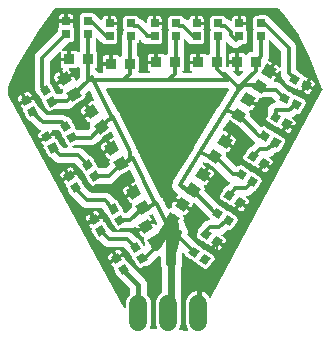
<source format=gbr>
G04 EAGLE Gerber RS-274X export*
G75*
%MOMM*%
%FSLAX34Y34*%
%LPD*%
%INBottom Copper*%
%IPPOS*%
%AMOC8*
5,1,8,0,0,1.08239X$1,22.5*%
G01*
%ADD10R,0.920900X0.970200*%
%ADD11R,0.700000X0.700000*%
%ADD12R,0.700000X0.700000*%
%ADD13C,1.524000*%
%ADD14C,0.304800*%
%ADD15C,0.812800*%
%ADD16C,0.609600*%
%ADD17C,0.152400*%
%ADD18C,0.406400*%

G36*
X155583Y-34206D02*
X155583Y-34206D01*
X155693Y-34194D01*
X155705Y-34189D01*
X155717Y-34187D01*
X155871Y-34120D01*
X156020Y-34034D01*
X156112Y-33959D01*
X156205Y-33884D01*
X156207Y-33881D01*
X156210Y-33878D01*
X156274Y-33777D01*
X156338Y-33677D01*
X156339Y-33673D01*
X156341Y-33670D01*
X156369Y-33554D01*
X156398Y-33438D01*
X156398Y-33435D01*
X156399Y-33431D01*
X156388Y-33311D01*
X156379Y-33193D01*
X156378Y-33190D01*
X156377Y-33186D01*
X156330Y-33078D01*
X156283Y-32967D01*
X156280Y-32963D01*
X156279Y-32960D01*
X156270Y-32951D01*
X156178Y-32836D01*
X156055Y-32713D01*
X154431Y-28792D01*
X154431Y-9308D01*
X156055Y-5387D01*
X159057Y-2386D01*
X162978Y-761D01*
X167222Y-761D01*
X171143Y-2386D01*
X174145Y-5387D01*
X174257Y-5659D01*
X174275Y-5687D01*
X174285Y-5719D01*
X174339Y-5791D01*
X174387Y-5868D01*
X174413Y-5889D01*
X174433Y-5916D01*
X174507Y-5967D01*
X174576Y-6025D01*
X174608Y-6037D01*
X174635Y-6056D01*
X174722Y-6080D01*
X174806Y-6113D01*
X174839Y-6114D01*
X174871Y-6123D01*
X174962Y-6119D01*
X175052Y-6123D01*
X175084Y-6114D01*
X175117Y-6112D01*
X175201Y-6080D01*
X175288Y-6055D01*
X175315Y-6036D01*
X175347Y-6024D01*
X175416Y-5966D01*
X175490Y-5914D01*
X175510Y-5888D01*
X175536Y-5866D01*
X175631Y-5728D01*
X269215Y168199D01*
X269240Y168270D01*
X269273Y168337D01*
X269279Y168386D01*
X269295Y168432D01*
X269296Y168491D01*
X270089Y169825D01*
X270094Y169836D01*
X270105Y169853D01*
X270149Y169935D01*
X270151Y169939D01*
X270154Y169943D01*
X270191Y170056D01*
X270229Y170168D01*
X270229Y170172D01*
X270231Y170176D01*
X270230Y170296D01*
X270231Y170414D01*
X270230Y170418D01*
X270230Y170422D01*
X270184Y170584D01*
X258803Y198438D01*
X258794Y198453D01*
X258785Y198478D01*
X250545Y215776D01*
X250532Y215794D01*
X250467Y215905D01*
X235482Y235909D01*
X234347Y237425D01*
X234330Y237441D01*
X234306Y237475D01*
X233806Y238036D01*
X233796Y238044D01*
X233788Y238055D01*
X233660Y238163D01*
X232414Y238994D01*
X232402Y238999D01*
X232392Y239008D01*
X232240Y239080D01*
X231933Y239186D01*
X231891Y239193D01*
X231852Y239209D01*
X231702Y239226D01*
X231691Y239228D01*
X231688Y239228D01*
X231685Y239228D01*
X44348Y239352D01*
X44322Y239348D01*
X44296Y239350D01*
X44201Y239328D01*
X44105Y239312D01*
X44082Y239300D01*
X44057Y239294D01*
X43974Y239243D01*
X43888Y239197D01*
X43870Y239179D01*
X43847Y239165D01*
X43734Y239041D01*
X30130Y220524D01*
X30120Y220505D01*
X30097Y220476D01*
X11285Y190267D01*
X11273Y190238D01*
X11225Y190149D01*
X3866Y171891D01*
X3852Y171831D01*
X3829Y171773D01*
X3819Y171683D01*
X3812Y171651D01*
X3814Y171634D01*
X3811Y171606D01*
X3811Y166714D01*
X3816Y166681D01*
X3814Y166647D01*
X3847Y166482D01*
X4779Y163572D01*
X4792Y163548D01*
X4835Y163441D01*
X97555Y-7204D01*
X97567Y-7220D01*
X97582Y-7249D01*
X102227Y-14567D01*
X102249Y-14591D01*
X102264Y-14619D01*
X102330Y-14682D01*
X102391Y-14750D01*
X102419Y-14766D01*
X102442Y-14788D01*
X102525Y-14827D01*
X102605Y-14872D01*
X102636Y-14878D01*
X102665Y-14892D01*
X102756Y-14902D01*
X102846Y-14920D01*
X102878Y-14915D01*
X102909Y-14919D01*
X102999Y-14899D01*
X103090Y-14888D01*
X103119Y-14874D01*
X103150Y-14867D01*
X103229Y-14820D01*
X103311Y-14779D01*
X103334Y-14757D01*
X103361Y-14741D01*
X103421Y-14671D01*
X103486Y-14606D01*
X103500Y-14578D01*
X103521Y-14554D01*
X103555Y-14468D01*
X103596Y-14387D01*
X103601Y-14355D01*
X103613Y-14325D01*
X103631Y-14159D01*
X103631Y-9308D01*
X105255Y-5387D01*
X106964Y-3678D01*
X107017Y-3604D01*
X107077Y-3534D01*
X107089Y-3504D01*
X107108Y-3478D01*
X107135Y-3391D01*
X107169Y-3306D01*
X107173Y-3265D01*
X107180Y-3243D01*
X107179Y-3211D01*
X107187Y-3140D01*
X107187Y1620D01*
X107173Y1710D01*
X107165Y1801D01*
X107153Y1831D01*
X107148Y1863D01*
X107105Y1943D01*
X107069Y2027D01*
X107043Y2059D01*
X107032Y2080D01*
X107009Y2102D01*
X106964Y2158D01*
X99236Y9887D01*
X99140Y9955D01*
X99045Y10026D01*
X99039Y10028D01*
X99036Y10031D01*
X99021Y10035D01*
X98888Y10086D01*
X98288Y10241D01*
X97486Y11602D01*
X97478Y11612D01*
X97473Y11623D01*
X97368Y11754D01*
X95483Y13639D01*
X94400Y16254D01*
X94400Y16633D01*
X94381Y16750D01*
X94364Y16866D01*
X94361Y16872D01*
X94361Y16876D01*
X94353Y16890D01*
X94295Y17019D01*
X93453Y18448D01*
X93688Y19354D01*
X93692Y19398D01*
X93705Y19440D01*
X93703Y19520D01*
X93710Y19599D01*
X93700Y19642D01*
X93699Y19686D01*
X93671Y19761D01*
X93653Y19839D01*
X93630Y19876D01*
X93615Y19917D01*
X93565Y19980D01*
X93523Y20047D01*
X93489Y20075D01*
X93461Y20109D01*
X93343Y20195D01*
X93333Y20203D01*
X93330Y20205D01*
X93325Y20208D01*
X93149Y20308D01*
X92672Y20776D01*
X91498Y22768D01*
X96047Y25447D01*
X96062Y25460D01*
X96080Y25468D01*
X96156Y25538D01*
X96236Y25605D01*
X96246Y25622D01*
X96261Y25635D01*
X96310Y25726D01*
X96365Y25814D01*
X96369Y25833D01*
X96379Y25851D01*
X96397Y25953D01*
X96420Y26054D01*
X96418Y26074D01*
X96422Y26093D01*
X96406Y26195D01*
X96396Y26298D01*
X96388Y26317D01*
X96385Y26336D01*
X96316Y26489D01*
X95929Y27147D01*
X95931Y27147D01*
X96318Y26490D01*
X96330Y26475D01*
X96339Y26457D01*
X96409Y26381D01*
X96475Y26301D01*
X96492Y26291D01*
X96506Y26276D01*
X96596Y26227D01*
X96685Y26172D01*
X96704Y26168D01*
X96722Y26158D01*
X96823Y26140D01*
X96924Y26117D01*
X96944Y26119D01*
X96964Y26115D01*
X97066Y26131D01*
X97169Y26141D01*
X97187Y26149D01*
X97207Y26152D01*
X97360Y26221D01*
X101908Y28900D01*
X103081Y26908D01*
X103260Y26264D01*
X103262Y26061D01*
X103269Y26017D01*
X103268Y25974D01*
X103290Y25897D01*
X103304Y25818D01*
X103325Y25780D01*
X103337Y25738D01*
X103383Y25672D01*
X103421Y25602D01*
X103453Y25572D01*
X103478Y25536D01*
X103542Y25488D01*
X103600Y25434D01*
X103640Y25416D01*
X103676Y25390D01*
X103812Y25338D01*
X103824Y25332D01*
X103828Y25332D01*
X103832Y25330D01*
X104738Y25096D01*
X105540Y23734D01*
X105548Y23725D01*
X105553Y23713D01*
X105658Y23582D01*
X118222Y11019D01*
X120330Y8911D01*
X121413Y6296D01*
X121413Y-3140D01*
X121427Y-3230D01*
X121435Y-3321D01*
X121447Y-3350D01*
X121452Y-3382D01*
X121495Y-3463D01*
X121531Y-3547D01*
X121557Y-3579D01*
X121568Y-3600D01*
X121591Y-3622D01*
X121636Y-3678D01*
X123345Y-5387D01*
X124969Y-9308D01*
X124969Y-28792D01*
X123870Y-31444D01*
X123865Y-31468D01*
X123853Y-31490D01*
X123837Y-31588D01*
X123814Y-31684D01*
X123816Y-31708D01*
X123812Y-31733D01*
X123828Y-31830D01*
X123837Y-31929D01*
X123847Y-31951D01*
X123851Y-31976D01*
X123897Y-32063D01*
X123937Y-32153D01*
X123954Y-32172D01*
X123965Y-32193D01*
X124037Y-32262D01*
X124104Y-32335D01*
X124125Y-32346D01*
X124143Y-32364D01*
X124232Y-32406D01*
X124319Y-32453D01*
X124343Y-32458D01*
X124366Y-32468D01*
X124531Y-32496D01*
X129499Y-32773D01*
X129565Y-32766D01*
X129632Y-32769D01*
X129687Y-32753D01*
X129743Y-32747D01*
X129804Y-32719D01*
X129869Y-32700D01*
X129915Y-32668D01*
X129967Y-32644D01*
X130016Y-32598D01*
X130071Y-32560D01*
X130105Y-32514D01*
X130146Y-32475D01*
X130177Y-32416D01*
X130218Y-32362D01*
X130235Y-32308D01*
X130262Y-32258D01*
X130273Y-32192D01*
X130294Y-32129D01*
X130293Y-32072D01*
X130303Y-32016D01*
X130292Y-31950D01*
X130291Y-31883D01*
X130269Y-31805D01*
X130264Y-31773D01*
X130254Y-31755D01*
X130245Y-31721D01*
X129031Y-28792D01*
X129031Y-9308D01*
X130655Y-5387D01*
X133665Y-2377D01*
X133741Y-2330D01*
X133841Y-2270D01*
X133845Y-2266D01*
X133850Y-2262D01*
X133925Y-2172D01*
X134001Y-2083D01*
X134003Y-2078D01*
X134007Y-2073D01*
X134049Y-1964D01*
X134093Y-1855D01*
X134094Y-1848D01*
X134095Y-1843D01*
X134096Y-1825D01*
X134111Y-1689D01*
X134111Y18437D01*
X134101Y18501D01*
X134100Y18567D01*
X134077Y18647D01*
X134072Y18680D01*
X134062Y18697D01*
X134053Y18728D01*
X133095Y21041D01*
X133095Y28314D01*
X133078Y28418D01*
X133066Y28523D01*
X133058Y28539D01*
X133056Y28557D01*
X133006Y28650D01*
X132961Y28745D01*
X132949Y28758D01*
X132940Y28774D01*
X132864Y28847D01*
X132791Y28923D01*
X132775Y28931D01*
X132762Y28943D01*
X132666Y28988D01*
X132573Y29037D01*
X132555Y29039D01*
X132539Y29047D01*
X132434Y29059D01*
X132330Y29075D01*
X132308Y29073D01*
X132295Y29074D01*
X132264Y29068D01*
X132164Y29056D01*
X130692Y28718D01*
X130687Y28716D01*
X130681Y28715D01*
X130574Y28669D01*
X130464Y28625D01*
X130460Y28621D01*
X130455Y28619D01*
X130324Y28514D01*
X125132Y23322D01*
X123167Y21357D01*
X120739Y20352D01*
X119179Y20352D01*
X119062Y20332D01*
X118945Y20315D01*
X118940Y20312D01*
X118936Y20312D01*
X118922Y20304D01*
X118792Y20246D01*
X116501Y18896D01*
X114056Y19529D01*
X112224Y22639D01*
X112216Y22648D01*
X112211Y22659D01*
X112106Y22790D01*
X111682Y23215D01*
X111222Y24325D01*
X111205Y24353D01*
X111175Y24420D01*
X109221Y27736D01*
X109292Y28009D01*
X109293Y28029D01*
X109300Y28047D01*
X109305Y28151D01*
X109314Y28254D01*
X109309Y28273D01*
X109310Y28293D01*
X109281Y28392D01*
X109257Y28493D01*
X109246Y28510D01*
X109241Y28529D01*
X109182Y28614D01*
X109127Y28702D01*
X109111Y28714D01*
X109100Y28731D01*
X109017Y28792D01*
X108937Y28858D01*
X108918Y28865D01*
X108902Y28877D01*
X108745Y28936D01*
X108473Y29007D01*
X106641Y32116D01*
X106633Y32126D01*
X106628Y32137D01*
X106523Y32268D01*
X102439Y36352D01*
X102366Y36405D01*
X102296Y36465D01*
X102266Y36477D01*
X102240Y36496D01*
X102153Y36523D01*
X102068Y36557D01*
X102027Y36561D01*
X102005Y36568D01*
X101972Y36567D01*
X101901Y36575D01*
X88364Y36575D01*
X85937Y37581D01*
X81164Y42353D01*
X81075Y42417D01*
X80989Y42484D01*
X80973Y42491D01*
X80964Y42497D01*
X80937Y42505D01*
X80833Y42547D01*
X79065Y43048D01*
X77336Y46140D01*
X77323Y46157D01*
X77315Y46176D01*
X77210Y46307D01*
X76858Y46659D01*
X76337Y47918D01*
X76321Y47943D01*
X76298Y47998D01*
X74418Y51363D01*
X74672Y52263D01*
X74677Y52307D01*
X74691Y52349D01*
X74691Y52428D01*
X74700Y52508D01*
X74691Y52551D01*
X74691Y52595D01*
X74665Y52670D01*
X74649Y52748D01*
X74626Y52786D01*
X74612Y52828D01*
X74564Y52891D01*
X74523Y52960D01*
X74490Y52988D01*
X74463Y53023D01*
X74347Y53111D01*
X74337Y53120D01*
X74334Y53122D01*
X74330Y53125D01*
X74155Y53229D01*
X73689Y53708D01*
X72561Y55726D01*
X77169Y58301D01*
X77185Y58313D01*
X77203Y58321D01*
X77281Y58390D01*
X77362Y58454D01*
X77372Y58471D01*
X77387Y58484D01*
X77439Y58574D01*
X77495Y58661D01*
X77500Y58680D01*
X77510Y58697D01*
X77530Y58798D01*
X77556Y58899D01*
X77555Y58919D01*
X77558Y58938D01*
X77545Y59041D01*
X77538Y59144D01*
X77530Y59163D01*
X77527Y59182D01*
X77462Y59337D01*
X77090Y60003D01*
X77092Y60004D01*
X77464Y59338D01*
X77476Y59322D01*
X77484Y59304D01*
X77553Y59226D01*
X77617Y59145D01*
X77634Y59134D01*
X77647Y59119D01*
X77736Y59068D01*
X77823Y59012D01*
X77843Y59007D01*
X77860Y58997D01*
X77961Y58976D01*
X78062Y58951D01*
X78082Y58952D01*
X78101Y58948D01*
X78204Y58961D01*
X78307Y58969D01*
X78325Y58977D01*
X78345Y58979D01*
X78500Y59045D01*
X83107Y61620D01*
X84235Y59602D01*
X84399Y58954D01*
X84396Y58751D01*
X84403Y58707D01*
X84400Y58663D01*
X84421Y58586D01*
X84433Y58507D01*
X84453Y58468D01*
X84464Y58426D01*
X84508Y58360D01*
X84545Y58288D01*
X84576Y58258D01*
X84600Y58221D01*
X84663Y58172D01*
X84721Y58117D01*
X84760Y58097D01*
X84795Y58071D01*
X84930Y58016D01*
X84942Y58010D01*
X84945Y58009D01*
X84950Y58007D01*
X85851Y57753D01*
X87579Y54660D01*
X87592Y54644D01*
X87600Y54624D01*
X87705Y54493D01*
X92191Y50008D01*
X92265Y49955D01*
X92334Y49895D01*
X92364Y49883D01*
X92391Y49864D01*
X92478Y49837D01*
X92562Y49803D01*
X92603Y49799D01*
X92626Y49792D01*
X92658Y49793D01*
X92729Y49785D01*
X97296Y49785D01*
X97314Y49788D01*
X97333Y49786D01*
X97435Y49808D01*
X97499Y49818D01*
X97535Y49803D01*
X97647Y49791D01*
X97675Y49785D01*
X97686Y49787D01*
X97702Y49785D01*
X106266Y49785D01*
X108694Y48779D01*
X110659Y46814D01*
X113007Y44466D01*
X113102Y44398D01*
X113198Y44327D01*
X113203Y44325D01*
X113206Y44323D01*
X113221Y44318D01*
X113354Y44267D01*
X114923Y43862D01*
X116755Y40752D01*
X116763Y40742D01*
X116768Y40731D01*
X116813Y40675D01*
X116827Y40651D01*
X116842Y40639D01*
X116873Y40600D01*
X117297Y40176D01*
X117757Y39066D01*
X117774Y39038D01*
X117804Y38971D01*
X118516Y37762D01*
X118583Y37682D01*
X118646Y37599D01*
X118662Y37588D01*
X118674Y37573D01*
X118762Y37518D01*
X118848Y37459D01*
X118867Y37454D01*
X118883Y37444D01*
X118985Y37420D01*
X119085Y37392D01*
X119104Y37393D01*
X119123Y37389D01*
X119227Y37399D01*
X119331Y37404D01*
X119349Y37411D01*
X119368Y37412D01*
X119463Y37455D01*
X119560Y37493D01*
X119575Y37505D01*
X119592Y37513D01*
X119669Y37584D01*
X119749Y37651D01*
X119759Y37667D01*
X119773Y37680D01*
X119823Y37772D01*
X119877Y37860D01*
X119884Y37883D01*
X119891Y37896D01*
X119896Y37928D01*
X119923Y38022D01*
X120141Y39313D01*
X120141Y39379D01*
X120151Y39444D01*
X120141Y39501D01*
X120142Y39559D01*
X120121Y39622D01*
X120110Y39687D01*
X120075Y39761D01*
X120064Y39792D01*
X120052Y39808D01*
X120038Y39838D01*
X118716Y41987D01*
X119285Y44377D01*
X119294Y44496D01*
X119304Y44615D01*
X119303Y44619D01*
X119303Y44623D01*
X119273Y44737D01*
X119245Y44853D01*
X119242Y44857D01*
X119241Y44861D01*
X119176Y44961D01*
X119113Y45061D01*
X119109Y45063D01*
X119107Y45067D01*
X119013Y45141D01*
X118921Y45215D01*
X118917Y45217D01*
X118914Y45219D01*
X118803Y45259D01*
X118691Y45301D01*
X118686Y45301D01*
X118683Y45302D01*
X118669Y45303D01*
X118524Y45315D01*
X118419Y45312D01*
X117768Y45467D01*
X117180Y45785D01*
X116693Y46245D01*
X114904Y49154D01*
X120550Y52628D01*
X120565Y52641D01*
X120583Y52649D01*
X120658Y52721D01*
X120736Y52789D01*
X120746Y52806D01*
X120761Y52820D01*
X120808Y52911D01*
X120861Y53001D01*
X120865Y53020D01*
X120874Y53038D01*
X120890Y53140D01*
X120912Y53241D01*
X120910Y53261D01*
X120913Y53281D01*
X120895Y53383D01*
X120883Y53486D01*
X120875Y53504D01*
X120871Y53523D01*
X120800Y53675D01*
X120001Y54973D01*
X119988Y54988D01*
X119980Y55006D01*
X119908Y55081D01*
X119840Y55159D01*
X119823Y55169D01*
X119809Y55183D01*
X119717Y55231D01*
X119628Y55284D01*
X119609Y55288D01*
X119591Y55297D01*
X119489Y55313D01*
X119388Y55335D01*
X119368Y55332D01*
X119348Y55335D01*
X119246Y55318D01*
X119143Y55306D01*
X119125Y55297D01*
X119106Y55294D01*
X118954Y55222D01*
X113307Y51749D01*
X112261Y53449D01*
X112207Y53512D01*
X112160Y53580D01*
X112127Y53604D01*
X112100Y53635D01*
X112029Y53677D01*
X111962Y53727D01*
X111923Y53739D01*
X111888Y53760D01*
X111807Y53777D01*
X111728Y53803D01*
X111687Y53803D01*
X111647Y53811D01*
X111565Y53801D01*
X111482Y53801D01*
X111431Y53786D01*
X111403Y53782D01*
X111377Y53770D01*
X111321Y53754D01*
X108833Y52723D01*
X100236Y52723D01*
X100128Y52706D01*
X100019Y52692D01*
X100004Y52685D01*
X99993Y52684D01*
X99968Y52670D01*
X99865Y52627D01*
X97469Y51288D01*
X95039Y51976D01*
X93311Y55068D01*
X93298Y55085D01*
X93289Y55104D01*
X93185Y55235D01*
X92833Y55587D01*
X92311Y56846D01*
X92296Y56871D01*
X92273Y56926D01*
X90392Y60291D01*
X90469Y60561D01*
X90471Y60581D01*
X90478Y60600D01*
X90485Y60703D01*
X90497Y60806D01*
X90492Y60825D01*
X90494Y60845D01*
X90467Y60945D01*
X90445Y61046D01*
X90435Y61064D01*
X90430Y61083D01*
X90372Y61169D01*
X90319Y61258D01*
X90304Y61271D01*
X90293Y61287D01*
X90211Y61351D01*
X90133Y61418D01*
X90115Y61426D01*
X90099Y61438D01*
X89943Y61501D01*
X89673Y61578D01*
X87944Y64670D01*
X87931Y64687D01*
X87923Y64706D01*
X87818Y64837D01*
X85266Y67390D01*
X83283Y69372D01*
X83209Y69425D01*
X83140Y69485D01*
X83110Y69497D01*
X83083Y69516D01*
X82996Y69543D01*
X82912Y69577D01*
X82871Y69581D01*
X82848Y69588D01*
X82816Y69587D01*
X82745Y69595D01*
X69806Y69595D01*
X67379Y70601D01*
X58149Y79830D01*
X58115Y79855D01*
X58076Y79904D01*
X57620Y80359D01*
X55655Y82324D01*
X54650Y84752D01*
X54650Y85486D01*
X54630Y85605D01*
X54612Y85723D01*
X54610Y85727D01*
X54610Y85729D01*
X54605Y85738D01*
X54542Y85876D01*
X53191Y88144D01*
X53420Y89051D01*
X53424Y89095D01*
X53437Y89137D01*
X53434Y89216D01*
X53441Y89296D01*
X53431Y89339D01*
X53430Y89382D01*
X53402Y89457D01*
X53383Y89535D01*
X53360Y89572D01*
X53344Y89613D01*
X53294Y89675D01*
X53252Y89743D01*
X53218Y89771D01*
X53190Y89805D01*
X53072Y89889D01*
X53061Y89898D01*
X53058Y89899D01*
X53054Y89902D01*
X52876Y90001D01*
X52397Y90468D01*
X51213Y92453D01*
X55747Y95156D01*
X55763Y95169D01*
X55781Y95177D01*
X55856Y95248D01*
X55936Y95314D01*
X55946Y95331D01*
X55960Y95345D01*
X56010Y95436D01*
X56063Y95524D01*
X56068Y95544D01*
X56077Y95561D01*
X56095Y95663D01*
X56118Y95764D01*
X56115Y95784D01*
X56119Y95804D01*
X56103Y95906D01*
X56092Y96009D01*
X56084Y96027D01*
X56081Y96047D01*
X56012Y96200D01*
X55621Y96855D01*
X55622Y96856D01*
X56013Y96200D01*
X56026Y96185D01*
X56034Y96167D01*
X56105Y96091D01*
X56171Y96012D01*
X56188Y96002D01*
X56202Y95987D01*
X56293Y95938D01*
X56382Y95884D01*
X56401Y95880D01*
X56418Y95871D01*
X56520Y95853D01*
X56621Y95830D01*
X56641Y95832D01*
X56661Y95829D01*
X56763Y95845D01*
X56866Y95856D01*
X56884Y95864D01*
X56904Y95867D01*
X57057Y95936D01*
X61591Y98639D01*
X62774Y96654D01*
X62956Y96010D01*
X62959Y95807D01*
X62967Y95764D01*
X62965Y95720D01*
X62988Y95644D01*
X63002Y95565D01*
X63023Y95527D01*
X63036Y95484D01*
X63082Y95419D01*
X63120Y95349D01*
X63153Y95319D01*
X63178Y95284D01*
X63242Y95237D01*
X63301Y95182D01*
X63341Y95164D01*
X63377Y95139D01*
X63513Y95087D01*
X63526Y95082D01*
X63529Y95081D01*
X63534Y95080D01*
X64441Y94850D01*
X66297Y91737D01*
X66303Y91729D01*
X66307Y91720D01*
X66352Y91664D01*
X66357Y91655D01*
X66363Y91651D01*
X66412Y91589D01*
X66854Y91147D01*
X67300Y90069D01*
X67318Y90041D01*
X67350Y89970D01*
X68275Y88418D01*
X68282Y88410D01*
X68286Y88401D01*
X68391Y88270D01*
X73633Y83028D01*
X73707Y82975D01*
X73776Y82915D01*
X73806Y82903D01*
X73833Y82884D01*
X73920Y82857D01*
X74004Y82823D01*
X74045Y82819D01*
X74068Y82812D01*
X74100Y82813D01*
X74171Y82805D01*
X87674Y82805D01*
X90101Y81799D01*
X92066Y79834D01*
X92534Y79366D01*
X94499Y77401D01*
X94623Y77103D01*
X94629Y77092D01*
X94633Y77080D01*
X94694Y76988D01*
X94752Y76894D01*
X94762Y76886D01*
X94769Y76875D01*
X94857Y76808D01*
X94942Y76737D01*
X94954Y76733D01*
X94963Y76725D01*
X95119Y76662D01*
X96459Y76283D01*
X98187Y73190D01*
X98200Y73174D01*
X98208Y73154D01*
X98313Y73023D01*
X98665Y72671D01*
X99186Y71412D01*
X99202Y71387D01*
X99225Y71332D01*
X101106Y67968D01*
X101029Y67697D01*
X101027Y67677D01*
X101019Y67659D01*
X101013Y67555D01*
X101001Y67452D01*
X101006Y67433D01*
X101004Y67413D01*
X101031Y67313D01*
X101053Y67212D01*
X101063Y67195D01*
X101068Y67176D01*
X101126Y67089D01*
X101178Y67000D01*
X101193Y66987D01*
X101205Y66971D01*
X101286Y66907D01*
X101365Y66840D01*
X101383Y66832D01*
X101399Y66820D01*
X101554Y66757D01*
X101825Y66680D01*
X102025Y66323D01*
X102070Y66266D01*
X102108Y66203D01*
X102146Y66170D01*
X102178Y66130D01*
X102239Y66091D01*
X102295Y66043D01*
X102342Y66024D01*
X102385Y65997D01*
X102455Y65979D01*
X102523Y65951D01*
X102592Y65944D01*
X102623Y65936D01*
X102647Y65938D01*
X102690Y65933D01*
X104468Y65933D01*
X104559Y65948D01*
X104649Y65955D01*
X104679Y65967D01*
X104711Y65973D01*
X104792Y66015D01*
X104876Y66051D01*
X104908Y66077D01*
X104929Y66088D01*
X104951Y66111D01*
X105007Y66156D01*
X108601Y69750D01*
X108631Y69791D01*
X108667Y69825D01*
X108702Y69890D01*
X108745Y69950D01*
X108760Y69998D01*
X108783Y70042D01*
X108796Y70115D01*
X108817Y70185D01*
X108816Y70235D01*
X108824Y70284D01*
X108813Y70357D01*
X108811Y70431D01*
X108794Y70478D01*
X108786Y70527D01*
X108735Y70639D01*
X108727Y70662D01*
X108721Y70669D01*
X108716Y70680D01*
X108486Y71064D01*
X109085Y73447D01*
X109095Y73566D01*
X109106Y73684D01*
X109105Y73688D01*
X109105Y73692D01*
X109077Y73808D01*
X109050Y73923D01*
X109048Y73927D01*
X109047Y73931D01*
X108983Y74031D01*
X108921Y74132D01*
X108917Y74135D01*
X108915Y74138D01*
X108823Y74213D01*
X108731Y74289D01*
X108727Y74291D01*
X108724Y74293D01*
X108611Y74335D01*
X108502Y74378D01*
X108497Y74378D01*
X108493Y74379D01*
X108479Y74380D01*
X108335Y74393D01*
X108230Y74392D01*
X107581Y74555D01*
X106996Y74880D01*
X106516Y75346D01*
X104762Y78277D01*
X110450Y81681D01*
X110466Y81694D01*
X110484Y81702D01*
X110559Y81773D01*
X110638Y81840D01*
X110649Y81857D01*
X110663Y81871D01*
X110712Y81962D01*
X110766Y82050D01*
X110770Y82070D01*
X110780Y82087D01*
X110797Y82190D01*
X110819Y82290D01*
X110817Y82310D01*
X110821Y82330D01*
X110805Y82432D01*
X110794Y82535D01*
X110786Y82553D01*
X110782Y82573D01*
X110713Y82725D01*
X110321Y83380D01*
X110975Y83772D01*
X110991Y83784D01*
X111009Y83793D01*
X111084Y83864D01*
X111163Y83930D01*
X111174Y83947D01*
X111188Y83961D01*
X111237Y84052D01*
X111291Y84141D01*
X111295Y84160D01*
X111305Y84178D01*
X111322Y84280D01*
X111344Y84381D01*
X111342Y84400D01*
X111346Y84420D01*
X111330Y84523D01*
X111319Y84625D01*
X111311Y84643D01*
X111307Y84663D01*
X111238Y84816D01*
X107960Y90293D01*
X111141Y92197D01*
X111225Y92268D01*
X111312Y92337D01*
X111319Y92347D01*
X111328Y92355D01*
X111386Y92450D01*
X111446Y92543D01*
X111450Y92555D01*
X111456Y92566D01*
X111480Y92674D01*
X111508Y92781D01*
X111507Y92794D01*
X111510Y92806D01*
X111498Y92916D01*
X111490Y93027D01*
X111485Y93041D01*
X111484Y93050D01*
X111473Y93075D01*
X111433Y93185D01*
X107311Y101603D01*
X107298Y101621D01*
X107290Y101642D01*
X107227Y101721D01*
X107168Y101804D01*
X107150Y101817D01*
X107137Y101834D01*
X107051Y101889D01*
X106969Y101949D01*
X106948Y101955D01*
X106930Y101967D01*
X106831Y101992D01*
X106735Y102022D01*
X106713Y102022D01*
X106691Y102027D01*
X106590Y102019D01*
X106489Y102017D01*
X106468Y102010D01*
X106446Y102008D01*
X106353Y101969D01*
X106257Y101934D01*
X106240Y101920D01*
X106220Y101912D01*
X106089Y101807D01*
X105893Y101611D01*
X103559Y100645D01*
X103531Y100627D01*
X103461Y100595D01*
X100759Y98985D01*
X100751Y98978D01*
X100742Y98974D01*
X100611Y98869D01*
X94884Y93142D01*
X92919Y91177D01*
X90491Y90172D01*
X78893Y90172D01*
X78775Y90152D01*
X78656Y90134D01*
X78653Y90132D01*
X78650Y90132D01*
X78641Y90127D01*
X78503Y90064D01*
X76236Y88712D01*
X73787Y89332D01*
X71932Y92445D01*
X71925Y92453D01*
X71921Y92462D01*
X71816Y92593D01*
X71374Y93035D01*
X70928Y94113D01*
X70910Y94141D01*
X70878Y94212D01*
X68910Y97514D01*
X68979Y97787D01*
X68980Y97807D01*
X68987Y97825D01*
X68991Y97929D01*
X69000Y98032D01*
X68995Y98051D01*
X68996Y98071D01*
X68966Y98170D01*
X68941Y98271D01*
X68931Y98288D01*
X68925Y98307D01*
X68865Y98391D01*
X68810Y98479D01*
X68795Y98491D01*
X68783Y98508D01*
X68700Y98569D01*
X68619Y98634D01*
X68601Y98641D01*
X68585Y98653D01*
X68427Y98712D01*
X68155Y98781D01*
X66299Y101893D01*
X66292Y101901D01*
X66288Y101911D01*
X66183Y102042D01*
X60753Y107472D01*
X60679Y107525D01*
X60610Y107585D01*
X60580Y107597D01*
X60553Y107616D01*
X60466Y107643D01*
X60382Y107677D01*
X60341Y107681D01*
X60318Y107688D01*
X60286Y107687D01*
X60215Y107695D01*
X46885Y107695D01*
X44458Y108701D01*
X40697Y112461D01*
X40611Y112523D01*
X40526Y112589D01*
X40508Y112597D01*
X40498Y112605D01*
X40468Y112614D01*
X40372Y112654D01*
X38541Y113186D01*
X36844Y116272D01*
X36829Y116290D01*
X36820Y116312D01*
X36715Y116443D01*
X36385Y116773D01*
X35843Y118084D01*
X35827Y118108D01*
X35806Y118159D01*
X33952Y121533D01*
X34213Y122432D01*
X34218Y122475D01*
X34232Y122517D01*
X34233Y122597D01*
X34242Y122676D01*
X34233Y122719D01*
X34234Y122763D01*
X34209Y122839D01*
X34192Y122917D01*
X34170Y122955D01*
X34156Y122996D01*
X34109Y123060D01*
X34068Y123129D01*
X34035Y123158D01*
X34009Y123193D01*
X33893Y123282D01*
X33883Y123291D01*
X33880Y123292D01*
X33876Y123295D01*
X33702Y123400D01*
X33239Y123883D01*
X32126Y125909D01*
X36751Y128452D01*
X36767Y128464D01*
X36786Y128472D01*
X36863Y128539D01*
X36945Y128603D01*
X36956Y128620D01*
X36971Y128633D01*
X37023Y128722D01*
X37080Y128809D01*
X37085Y128828D01*
X37095Y128846D01*
X37116Y128947D01*
X37143Y129047D01*
X37141Y129067D01*
X37145Y129086D01*
X37133Y129189D01*
X37126Y129292D01*
X37118Y129311D01*
X37116Y129331D01*
X37052Y129486D01*
X36318Y130821D01*
X36305Y130837D01*
X36298Y130855D01*
X36230Y130933D01*
X36166Y131014D01*
X36149Y131025D01*
X36136Y131040D01*
X36047Y131093D01*
X35960Y131150D01*
X35941Y131155D01*
X35924Y131165D01*
X35822Y131186D01*
X35722Y131212D01*
X35703Y131211D01*
X35683Y131215D01*
X35580Y131202D01*
X35477Y131195D01*
X35459Y131188D01*
X35439Y131185D01*
X35284Y131121D01*
X30658Y128578D01*
X29545Y130604D01*
X29385Y131253D01*
X29399Y131922D01*
X29586Y132565D01*
X29932Y133137D01*
X30415Y133600D01*
X31802Y134362D01*
X31826Y134381D01*
X31853Y134393D01*
X31922Y134456D01*
X31996Y134514D01*
X32012Y134539D01*
X32034Y134560D01*
X32079Y134641D01*
X32131Y134720D01*
X32138Y134749D01*
X32153Y134775D01*
X32170Y134867D01*
X32193Y134958D01*
X32191Y134988D01*
X32197Y135017D01*
X32183Y135110D01*
X32177Y135203D01*
X32165Y135231D01*
X32161Y135260D01*
X32118Y135344D01*
X32083Y135430D01*
X32063Y135453D01*
X32049Y135480D01*
X31983Y135545D01*
X31921Y135616D01*
X31895Y135631D01*
X31874Y135652D01*
X31727Y135733D01*
X29535Y136641D01*
X23130Y143045D01*
X23050Y143103D01*
X22975Y143165D01*
X22946Y143178D01*
X22931Y143189D01*
X22899Y143198D01*
X22821Y143233D01*
X20782Y143876D01*
X19189Y146937D01*
X19169Y146963D01*
X19157Y146993D01*
X19052Y147124D01*
X18793Y147383D01*
X18167Y148893D01*
X18154Y148914D01*
X18139Y148953D01*
X16384Y152325D01*
X16665Y153217D01*
X16672Y153261D01*
X16687Y153302D01*
X16689Y153382D01*
X16700Y153461D01*
X16692Y153504D01*
X16694Y153548D01*
X16670Y153624D01*
X16656Y153703D01*
X16635Y153741D01*
X16622Y153783D01*
X16576Y153848D01*
X16537Y153918D01*
X16504Y153948D01*
X16479Y153983D01*
X16366Y154074D01*
X16355Y154084D01*
X16352Y154085D01*
X16348Y154088D01*
X16177Y154197D01*
X15725Y154691D01*
X14658Y156741D01*
X19340Y159178D01*
X19356Y159190D01*
X19375Y159197D01*
X19454Y159264D01*
X19537Y159326D01*
X19548Y159342D01*
X19564Y159355D01*
X19618Y159443D01*
X19677Y159528D01*
X19682Y159547D01*
X19693Y159564D01*
X19716Y159665D01*
X19745Y159764D01*
X19744Y159784D01*
X19748Y159804D01*
X19738Y159907D01*
X19733Y160010D01*
X19726Y160029D01*
X19724Y160049D01*
X19664Y160205D01*
X19312Y160882D01*
X19313Y160882D01*
X19665Y160206D01*
X19677Y160190D01*
X19684Y160171D01*
X19750Y160092D01*
X19813Y160009D01*
X19829Y159997D01*
X19842Y159982D01*
X19930Y159928D01*
X20015Y159869D01*
X20034Y159864D01*
X20051Y159853D01*
X20152Y159830D01*
X20251Y159801D01*
X20271Y159802D01*
X20291Y159798D01*
X20394Y159808D01*
X20497Y159812D01*
X20516Y159820D01*
X20536Y159821D01*
X20692Y159882D01*
X25374Y162319D01*
X26441Y160269D01*
X26586Y159616D01*
X26577Y159413D01*
X26583Y159370D01*
X26579Y159326D01*
X26597Y159248D01*
X26606Y159169D01*
X26625Y159129D01*
X26635Y159087D01*
X26678Y159019D01*
X26712Y158947D01*
X26742Y158915D01*
X26766Y158878D01*
X26827Y158827D01*
X26883Y158770D01*
X26922Y158750D01*
X26956Y158722D01*
X27089Y158663D01*
X27101Y158657D01*
X27104Y158656D01*
X27109Y158654D01*
X28001Y158373D01*
X29595Y155311D01*
X29615Y155285D01*
X29627Y155255D01*
X29732Y155124D01*
X35789Y149068D01*
X35863Y149015D01*
X35932Y148955D01*
X35962Y148943D01*
X35989Y148924D01*
X36076Y148897D01*
X36160Y148863D01*
X36201Y148859D01*
X36224Y148852D01*
X36256Y148853D01*
X36327Y148845D01*
X50765Y148845D01*
X53193Y147839D01*
X54009Y147023D01*
X54096Y146960D01*
X54180Y146894D01*
X54198Y146887D01*
X54209Y146879D01*
X54238Y146870D01*
X54335Y146830D01*
X56166Y146298D01*
X57863Y143212D01*
X57877Y143193D01*
X57887Y143172D01*
X57991Y143041D01*
X58321Y142711D01*
X58864Y141400D01*
X58879Y141376D01*
X58900Y141325D01*
X60755Y137951D01*
X60676Y137681D01*
X60674Y137661D01*
X60666Y137643D01*
X60659Y137539D01*
X60647Y137437D01*
X60651Y137417D01*
X60650Y137397D01*
X60676Y137297D01*
X60697Y137196D01*
X60707Y137178D01*
X60712Y137159D01*
X60769Y137073D01*
X60821Y136983D01*
X60836Y136970D01*
X60847Y136954D01*
X60928Y136889D01*
X61006Y136822D01*
X61024Y136814D01*
X61040Y136802D01*
X61195Y136737D01*
X61465Y136659D01*
X61646Y136330D01*
X61693Y136270D01*
X61732Y136205D01*
X61768Y136174D01*
X61798Y136136D01*
X61861Y136095D01*
X61919Y136045D01*
X61963Y136027D01*
X62004Y136001D01*
X62077Y135982D01*
X62147Y135954D01*
X62212Y135946D01*
X62242Y135938D01*
X62267Y135940D01*
X62313Y135935D01*
X70966Y135935D01*
X71056Y135950D01*
X71147Y135957D01*
X71177Y135970D01*
X71209Y135975D01*
X71289Y136017D01*
X71373Y136053D01*
X71406Y136079D01*
X71426Y136090D01*
X71448Y136113D01*
X71504Y136158D01*
X73147Y137801D01*
X73185Y137854D01*
X73231Y137901D01*
X73257Y137953D01*
X73290Y138000D01*
X73310Y138063D01*
X73338Y138122D01*
X73346Y138180D01*
X73363Y138235D01*
X73361Y138301D01*
X73369Y138366D01*
X73358Y138423D01*
X73356Y138481D01*
X73334Y138543D01*
X73321Y138607D01*
X73283Y138681D01*
X73272Y138712D01*
X73260Y138728D01*
X73245Y138757D01*
X73169Y138873D01*
X73667Y141278D01*
X73672Y141398D01*
X73678Y141516D01*
X73677Y141520D01*
X73677Y141524D01*
X73644Y141639D01*
X73612Y141753D01*
X73610Y141756D01*
X73609Y141760D01*
X73541Y141858D01*
X73474Y141956D01*
X73471Y141959D01*
X73468Y141962D01*
X73374Y142033D01*
X73278Y142105D01*
X73274Y142106D01*
X73271Y142109D01*
X73158Y142146D01*
X73045Y142184D01*
X73040Y142184D01*
X73037Y142185D01*
X73023Y142185D01*
X72878Y142193D01*
X72773Y142187D01*
X72118Y142322D01*
X71520Y142623D01*
X71021Y143068D01*
X69145Y145923D01*
X74687Y149563D01*
X74701Y149576D01*
X74719Y149585D01*
X74792Y149659D01*
X74868Y149729D01*
X74877Y149747D01*
X74891Y149761D01*
X74936Y149854D01*
X74986Y149945D01*
X74990Y149964D01*
X74998Y149982D01*
X75011Y150085D01*
X75030Y150187D01*
X75027Y150207D01*
X75029Y150226D01*
X75009Y150327D01*
X74994Y150430D01*
X74985Y150448D01*
X74981Y150467D01*
X74905Y150617D01*
X74486Y151254D01*
X75124Y151673D01*
X75138Y151687D01*
X75156Y151696D01*
X75229Y151770D01*
X75305Y151840D01*
X75314Y151857D01*
X75328Y151871D01*
X75373Y151965D01*
X75423Y152055D01*
X75427Y152075D01*
X75435Y152093D01*
X75448Y152195D01*
X75467Y152297D01*
X75464Y152317D01*
X75466Y152337D01*
X75446Y152438D01*
X75431Y152541D01*
X75422Y152558D01*
X75418Y152578D01*
X75342Y152727D01*
X71837Y158062D01*
X74898Y160073D01*
X75534Y160283D01*
X76190Y160321D01*
X76236Y160331D01*
X76284Y160332D01*
X76356Y160358D01*
X76430Y160375D01*
X76470Y160399D01*
X76515Y160416D01*
X76575Y160463D01*
X76640Y160502D01*
X76671Y160539D01*
X76708Y160568D01*
X76750Y160632D01*
X76799Y160690D01*
X76816Y160734D01*
X76842Y160774D01*
X76861Y160848D01*
X76889Y160919D01*
X76892Y160966D01*
X76904Y161013D01*
X76898Y161088D01*
X76902Y161164D01*
X76890Y161210D01*
X76886Y161258D01*
X76842Y161380D01*
X76836Y161401D01*
X76833Y161407D01*
X76829Y161416D01*
X73258Y168708D01*
X73246Y168726D01*
X73238Y168747D01*
X73175Y168826D01*
X73116Y168909D01*
X73098Y168921D01*
X73084Y168939D01*
X72999Y168994D01*
X72917Y169053D01*
X72896Y169060D01*
X72878Y169072D01*
X72779Y169096D01*
X72682Y169127D01*
X72660Y169126D01*
X72639Y169132D01*
X72538Y169124D01*
X72436Y169122D01*
X72416Y169114D01*
X72394Y169113D01*
X72301Y169073D01*
X72205Y169039D01*
X72188Y169025D01*
X72167Y169016D01*
X72036Y168911D01*
X69534Y166409D01*
X69505Y166369D01*
X69469Y166335D01*
X69434Y166270D01*
X69391Y166210D01*
X69376Y166162D01*
X69353Y166118D01*
X69340Y166045D01*
X69318Y165975D01*
X69320Y165925D01*
X69311Y165876D01*
X69323Y165803D01*
X69325Y165729D01*
X69342Y165682D01*
X69350Y165633D01*
X69401Y165521D01*
X69409Y165498D01*
X69414Y165491D01*
X69419Y165480D01*
X69650Y165096D01*
X69034Y162646D01*
X60988Y157831D01*
X60981Y157824D01*
X60972Y157820D01*
X60841Y157716D01*
X57546Y154421D01*
X55118Y153415D01*
X43166Y153415D01*
X43101Y153405D01*
X43036Y153404D01*
X42963Y153383D01*
X42951Y153382D01*
X42944Y153379D01*
X42923Y153376D01*
X42906Y153366D01*
X42875Y153357D01*
X42855Y153349D01*
X42835Y153337D01*
X42795Y153321D01*
X39423Y151566D01*
X37015Y152326D01*
X35421Y155387D01*
X35402Y155413D01*
X35389Y155443D01*
X35284Y155574D01*
X35025Y155833D01*
X34399Y157343D01*
X34387Y157364D01*
X34371Y157403D01*
X32616Y160775D01*
X32701Y161043D01*
X32704Y161063D01*
X32712Y161081D01*
X32721Y161184D01*
X32736Y161287D01*
X32732Y161306D01*
X32734Y161326D01*
X32710Y161427D01*
X32692Y161529D01*
X32682Y161546D01*
X32677Y161565D01*
X32623Y161653D01*
X32572Y161744D01*
X32558Y161757D01*
X32547Y161774D01*
X32467Y161840D01*
X32391Y161910D01*
X32373Y161918D01*
X32357Y161930D01*
X32204Y161998D01*
X31935Y162083D01*
X30342Y165144D01*
X30322Y165170D01*
X30310Y165200D01*
X30205Y165331D01*
X27421Y168115D01*
X26415Y170542D01*
X26415Y198294D01*
X27421Y200722D01*
X46335Y219636D01*
X46388Y219710D01*
X46448Y219779D01*
X46460Y219810D01*
X46479Y219836D01*
X46505Y219923D01*
X46540Y220008D01*
X46544Y220049D01*
X46551Y220071D01*
X46550Y220103D01*
X46558Y220174D01*
X46558Y221830D01*
X47220Y222492D01*
X47245Y222527D01*
X47278Y222557D01*
X47317Y222627D01*
X47363Y222692D01*
X47376Y222733D01*
X47398Y222772D01*
X47412Y222850D01*
X47436Y222927D01*
X47435Y222970D01*
X47443Y223014D01*
X47431Y223093D01*
X47429Y223172D01*
X47414Y223214D01*
X47408Y223257D01*
X47350Y223390D01*
X47345Y223404D01*
X47343Y223406D01*
X47341Y223411D01*
X47239Y223587D01*
X47066Y224233D01*
X47066Y226544D01*
X52345Y226544D01*
X52364Y226547D01*
X52384Y226545D01*
X52485Y226567D01*
X52587Y226584D01*
X52605Y226593D01*
X52625Y226597D01*
X52714Y226651D01*
X52805Y226699D01*
X52819Y226713D01*
X52836Y226724D01*
X52903Y226802D01*
X52974Y226877D01*
X52983Y226895D01*
X52996Y226910D01*
X53034Y227007D01*
X53078Y227100D01*
X53080Y227120D01*
X53087Y227139D01*
X53106Y227305D01*
X53106Y228068D01*
X53108Y228068D01*
X53108Y227305D01*
X53111Y227286D01*
X53109Y227266D01*
X53131Y227165D01*
X53147Y227063D01*
X53157Y227045D01*
X53161Y227025D01*
X53214Y226936D01*
X53262Y226845D01*
X53277Y226831D01*
X53287Y226814D01*
X53366Y226747D01*
X53441Y226676D01*
X53459Y226667D01*
X53474Y226654D01*
X53570Y226616D01*
X53664Y226572D01*
X53684Y226570D01*
X53702Y226563D01*
X53869Y226544D01*
X59148Y226544D01*
X59148Y224233D01*
X58974Y223587D01*
X58873Y223411D01*
X58857Y223370D01*
X58834Y223333D01*
X58814Y223255D01*
X58786Y223181D01*
X58784Y223137D01*
X58774Y223094D01*
X58780Y223015D01*
X58777Y222935D01*
X58789Y222893D01*
X58793Y222849D01*
X58824Y222776D01*
X58847Y222699D01*
X58872Y222663D01*
X58889Y222623D01*
X58980Y222509D01*
X58988Y222498D01*
X58991Y222496D01*
X58994Y222492D01*
X59656Y221830D01*
X59656Y218668D01*
X59666Y218603D01*
X59667Y218537D01*
X59690Y218457D01*
X59695Y218425D01*
X59704Y218408D01*
X59712Y218383D01*
X59712Y215750D01*
X59703Y215714D01*
X59684Y215674D01*
X59682Y215654D01*
X59674Y215634D01*
X59665Y215551D01*
X59657Y215519D01*
X59659Y215499D01*
X59656Y215467D01*
X59656Y212304D01*
X57870Y210519D01*
X56214Y210519D01*
X56124Y210504D01*
X56033Y210497D01*
X56003Y210484D01*
X55971Y210479D01*
X55890Y210436D01*
X55807Y210400D01*
X55774Y210375D01*
X55754Y210364D01*
X55732Y210340D01*
X55676Y210296D01*
X49459Y204079D01*
X49431Y204040D01*
X49396Y204007D01*
X49360Y203941D01*
X49316Y203879D01*
X49301Y203833D01*
X49279Y203791D01*
X49265Y203717D01*
X49243Y203644D01*
X49244Y203596D01*
X49236Y203549D01*
X49248Y203474D01*
X49250Y203398D01*
X49266Y203353D01*
X49273Y203306D01*
X49308Y203239D01*
X49334Y203167D01*
X49364Y203130D01*
X49386Y203087D01*
X49440Y203034D01*
X49488Y202975D01*
X49528Y202949D01*
X49563Y202916D01*
X49631Y202883D01*
X49695Y202842D01*
X49741Y202831D01*
X49784Y202810D01*
X49860Y202801D01*
X49933Y202782D01*
X49981Y202786D01*
X50029Y202780D01*
X50156Y202800D01*
X50178Y202801D01*
X50184Y202804D01*
X50194Y202805D01*
X50815Y202972D01*
X54231Y202972D01*
X54231Y197103D01*
X48609Y197103D01*
X48609Y200765D01*
X48775Y201386D01*
X48780Y201434D01*
X48794Y201480D01*
X48792Y201555D01*
X48800Y201631D01*
X48789Y201678D01*
X48788Y201726D01*
X48762Y201797D01*
X48745Y201871D01*
X48720Y201911D01*
X48703Y201957D01*
X48656Y202016D01*
X48616Y202080D01*
X48579Y202111D01*
X48549Y202149D01*
X48486Y202190D01*
X48428Y202238D01*
X48383Y202256D01*
X48343Y202282D01*
X48269Y202300D01*
X48198Y202328D01*
X48151Y202330D01*
X48104Y202342D01*
X48028Y202336D01*
X47953Y202339D01*
X47907Y202326D01*
X47859Y202323D01*
X47789Y202293D01*
X47716Y202272D01*
X47677Y202245D01*
X47632Y202226D01*
X47532Y202146D01*
X47513Y202133D01*
X47509Y202128D01*
X47501Y202121D01*
X39848Y194468D01*
X39795Y194394D01*
X39735Y194324D01*
X39723Y194294D01*
X39704Y194268D01*
X39677Y194181D01*
X39643Y194096D01*
X39639Y194055D01*
X39632Y194033D01*
X39633Y194001D01*
X39625Y193929D01*
X39625Y175863D01*
X39627Y175852D01*
X39626Y175844D01*
X39634Y175807D01*
X39641Y175766D01*
X39650Y175668D01*
X39661Y175639D01*
X39664Y175620D01*
X39680Y175591D01*
X39711Y175511D01*
X40748Y173518D01*
X40768Y173492D01*
X40780Y173463D01*
X40885Y173332D01*
X41144Y173073D01*
X41770Y171562D01*
X41783Y171542D01*
X41798Y171502D01*
X43553Y168130D01*
X43468Y167862D01*
X43466Y167842D01*
X43458Y167824D01*
X43448Y167721D01*
X43433Y167619D01*
X43437Y167599D01*
X43435Y167579D01*
X43459Y167479D01*
X43478Y167377D01*
X43487Y167359D01*
X43492Y167340D01*
X43547Y167252D01*
X43597Y167162D01*
X43612Y167148D01*
X43622Y167131D01*
X43702Y167065D01*
X43778Y166996D01*
X43797Y166988D01*
X43812Y166975D01*
X43966Y166907D01*
X44341Y166789D01*
X44404Y166735D01*
X44441Y166720D01*
X44473Y166698D01*
X44554Y166675D01*
X44632Y166643D01*
X44683Y166638D01*
X44710Y166630D01*
X44739Y166631D01*
X44799Y166625D01*
X49366Y166625D01*
X49415Y166633D01*
X49464Y166631D01*
X49535Y166653D01*
X49608Y166664D01*
X49652Y166688D01*
X49700Y166702D01*
X49760Y166745D01*
X49826Y166780D01*
X49860Y166816D01*
X49901Y166844D01*
X49944Y166904D01*
X49995Y166958D01*
X50016Y167003D01*
X50045Y167043D01*
X50088Y167158D01*
X50099Y167181D01*
X50100Y167189D01*
X50104Y167201D01*
X50665Y169434D01*
X50675Y169553D01*
X50686Y169671D01*
X50685Y169675D01*
X50685Y169679D01*
X50657Y169794D01*
X50630Y169910D01*
X50628Y169914D01*
X50627Y169918D01*
X50563Y170018D01*
X50501Y170119D01*
X50497Y170122D01*
X50495Y170125D01*
X50403Y170200D01*
X50311Y170276D01*
X50307Y170278D01*
X50304Y170280D01*
X50191Y170322D01*
X50082Y170365D01*
X50077Y170365D01*
X50073Y170366D01*
X50059Y170367D01*
X49915Y170380D01*
X49810Y170379D01*
X49161Y170542D01*
X48576Y170867D01*
X48096Y171333D01*
X46342Y174264D01*
X52030Y177668D01*
X52046Y177681D01*
X52064Y177689D01*
X52140Y177760D01*
X52218Y177827D01*
X52229Y177844D01*
X52243Y177858D01*
X52292Y177949D01*
X52346Y178037D01*
X52350Y178057D01*
X52360Y178074D01*
X52377Y178177D01*
X52399Y178277D01*
X52397Y178297D01*
X52401Y178317D01*
X52385Y178419D01*
X52374Y178522D01*
X52366Y178540D01*
X52362Y178560D01*
X52293Y178712D01*
X51901Y179367D01*
X51902Y179368D01*
X52294Y178713D01*
X52307Y178698D01*
X52315Y178680D01*
X52386Y178604D01*
X52453Y178525D01*
X52470Y178515D01*
X52484Y178500D01*
X52575Y178451D01*
X52663Y178398D01*
X52683Y178394D01*
X52700Y178384D01*
X52803Y178367D01*
X52903Y178344D01*
X52923Y178346D01*
X52943Y178343D01*
X53045Y178359D01*
X53148Y178370D01*
X53166Y178378D01*
X53186Y178381D01*
X53338Y178451D01*
X59027Y181856D01*
X60781Y178925D01*
X60976Y178240D01*
X60977Y178215D01*
X60997Y178160D01*
X61007Y178103D01*
X61039Y178045D01*
X61061Y177984D01*
X61097Y177938D01*
X61125Y177888D01*
X61174Y177843D01*
X61215Y177792D01*
X61264Y177760D01*
X61306Y177721D01*
X61366Y177694D01*
X61422Y177659D01*
X61478Y177644D01*
X61531Y177621D01*
X61596Y177615D01*
X61660Y177599D01*
X61718Y177603D01*
X61776Y177598D01*
X61840Y177613D01*
X61905Y177618D01*
X61959Y177640D01*
X62015Y177654D01*
X62071Y177688D01*
X62132Y177714D01*
X62196Y177766D01*
X62224Y177783D01*
X62237Y177798D01*
X62263Y177819D01*
X64418Y179974D01*
X64471Y180048D01*
X64531Y180118D01*
X64543Y180148D01*
X64562Y180174D01*
X64589Y180261D01*
X64623Y180346D01*
X64627Y180387D01*
X64634Y180409D01*
X64633Y180441D01*
X64641Y180513D01*
X64641Y188102D01*
X64627Y188192D01*
X64619Y188283D01*
X64607Y188313D01*
X64602Y188345D01*
X64559Y188426D01*
X64523Y188510D01*
X64497Y188542D01*
X64486Y188562D01*
X64463Y188585D01*
X64418Y188641D01*
X63642Y189417D01*
X63546Y189486D01*
X63449Y189557D01*
X63445Y189559D01*
X63442Y189561D01*
X63330Y189595D01*
X63215Y189632D01*
X63211Y189632D01*
X63207Y189633D01*
X63088Y189630D01*
X62969Y189628D01*
X62965Y189627D01*
X62961Y189627D01*
X62849Y189586D01*
X62737Y189546D01*
X62734Y189544D01*
X62730Y189542D01*
X62636Y189468D01*
X62543Y189395D01*
X62540Y189391D01*
X62538Y189389D01*
X62530Y189377D01*
X62444Y189260D01*
X62392Y189169D01*
X61919Y188696D01*
X61339Y188361D01*
X60693Y188188D01*
X56580Y188188D01*
X56480Y188172D01*
X56379Y188161D01*
X56359Y188152D01*
X56337Y188149D01*
X56248Y188101D01*
X56155Y188059D01*
X56139Y188044D01*
X56119Y188033D01*
X56050Y187960D01*
X55976Y187891D01*
X55965Y187871D01*
X55950Y187855D01*
X55907Y187763D01*
X55860Y187674D01*
X55856Y187652D01*
X55846Y187632D01*
X55835Y187532D01*
X55818Y187432D01*
X55822Y187410D01*
X55819Y187388D01*
X55841Y187289D01*
X55857Y187189D01*
X55868Y187164D01*
X55872Y187147D01*
X55888Y187119D01*
X55926Y187036D01*
X57462Y184469D01*
X52427Y181456D01*
X49540Y186280D01*
X50594Y186911D01*
X50644Y186953D01*
X50701Y186988D01*
X50738Y187032D01*
X50782Y187070D01*
X50816Y187126D01*
X50858Y187176D01*
X50879Y187230D01*
X50909Y187280D01*
X50924Y187344D01*
X50948Y187406D01*
X50951Y187463D01*
X50963Y187520D01*
X50956Y187585D01*
X50959Y187651D01*
X50944Y187707D01*
X50938Y187765D01*
X50910Y187825D01*
X50892Y187888D01*
X50859Y187936D01*
X50835Y187988D01*
X50790Y188036D01*
X50753Y188091D01*
X50707Y188126D01*
X50667Y188168D01*
X50609Y188199D01*
X50556Y188238D01*
X50479Y188268D01*
X50450Y188284D01*
X50431Y188287D01*
X50400Y188299D01*
X50169Y188361D01*
X49589Y188696D01*
X49116Y189169D01*
X48782Y189748D01*
X48609Y190395D01*
X48609Y194057D01*
X54992Y194057D01*
X55012Y194060D01*
X55031Y194058D01*
X55133Y194080D01*
X55235Y194097D01*
X55252Y194106D01*
X55272Y194110D01*
X55361Y194163D01*
X55452Y194212D01*
X55466Y194226D01*
X55483Y194236D01*
X55550Y194315D01*
X55621Y194390D01*
X55630Y194408D01*
X55643Y194423D01*
X55682Y194519D01*
X55725Y194613D01*
X55727Y194633D01*
X55735Y194651D01*
X55753Y194818D01*
X55753Y195581D01*
X56516Y195581D01*
X56536Y195584D01*
X56555Y195582D01*
X56657Y195604D01*
X56759Y195621D01*
X56776Y195630D01*
X56796Y195634D01*
X56885Y195687D01*
X56976Y195736D01*
X56990Y195750D01*
X57007Y195760D01*
X57074Y195839D01*
X57145Y195914D01*
X57154Y195932D01*
X57167Y195947D01*
X57206Y196043D01*
X57249Y196137D01*
X57251Y196157D01*
X57259Y196175D01*
X57277Y196342D01*
X57277Y202972D01*
X60693Y202972D01*
X61339Y202799D01*
X61919Y202464D01*
X62392Y201991D01*
X62444Y201900D01*
X62520Y201807D01*
X62594Y201715D01*
X62597Y201713D01*
X62600Y201710D01*
X62702Y201646D01*
X62801Y201582D01*
X62805Y201581D01*
X62808Y201579D01*
X62925Y201551D01*
X63039Y201522D01*
X63043Y201523D01*
X63047Y201522D01*
X63166Y201532D01*
X63284Y201541D01*
X63288Y201543D01*
X63292Y201543D01*
X63402Y201591D01*
X63511Y201638D01*
X63514Y201641D01*
X63518Y201642D01*
X63528Y201652D01*
X63642Y201743D01*
X64579Y202680D01*
X64632Y202754D01*
X64692Y202824D01*
X64704Y202854D01*
X64723Y202880D01*
X64749Y202967D01*
X64784Y203052D01*
X64788Y203093D01*
X64795Y203115D01*
X64794Y203147D01*
X64802Y203218D01*
X64802Y218385D01*
X64815Y218440D01*
X64840Y218501D01*
X64849Y218584D01*
X64856Y218616D01*
X64854Y218635D01*
X64858Y218668D01*
X64858Y221830D01*
X65057Y222029D01*
X65069Y222045D01*
X65084Y222058D01*
X65140Y222145D01*
X65200Y222229D01*
X65206Y222248D01*
X65217Y222265D01*
X65242Y222365D01*
X65273Y222464D01*
X65272Y222484D01*
X65277Y222503D01*
X65269Y222606D01*
X65266Y222710D01*
X65260Y222728D01*
X65258Y222748D01*
X65218Y222843D01*
X65182Y222941D01*
X65170Y222956D01*
X65162Y222975D01*
X65057Y223106D01*
X64858Y223304D01*
X64858Y226467D01*
X64847Y226532D01*
X64847Y226597D01*
X64824Y226677D01*
X64818Y226710D01*
X64809Y226727D01*
X64802Y226751D01*
X64802Y229385D01*
X64815Y229440D01*
X64840Y229501D01*
X64849Y229584D01*
X64856Y229616D01*
X64854Y229635D01*
X64858Y229668D01*
X64858Y232830D01*
X66644Y234616D01*
X69806Y234616D01*
X69871Y234627D01*
X69937Y234627D01*
X70017Y234650D01*
X70049Y234656D01*
X70066Y234665D01*
X70091Y234672D01*
X75518Y234672D01*
X75574Y234659D01*
X75634Y234634D01*
X75717Y234625D01*
X75749Y234618D01*
X75769Y234620D01*
X75801Y234616D01*
X76170Y234616D01*
X76430Y234355D01*
X76483Y234317D01*
X76530Y234271D01*
X76603Y234231D01*
X76630Y234212D01*
X76648Y234206D01*
X76677Y234190D01*
X77942Y233666D01*
X79907Y231701D01*
X82568Y229041D01*
X82626Y228999D01*
X82678Y228949D01*
X82725Y228928D01*
X82768Y228897D01*
X82836Y228876D01*
X82901Y228846D01*
X82953Y228840D01*
X83003Y228825D01*
X83074Y228827D01*
X83146Y228819D01*
X83196Y228830D01*
X83249Y228831D01*
X83316Y228856D01*
X83386Y228871D01*
X83431Y228898D01*
X83480Y228916D01*
X83536Y228960D01*
X83597Y228997D01*
X83631Y229037D01*
X83672Y229069D01*
X83710Y229130D01*
X83757Y229184D01*
X83776Y229232D01*
X83805Y229276D01*
X83822Y229346D01*
X83849Y229412D01*
X83857Y229484D01*
X83865Y229515D01*
X83863Y229538D01*
X83867Y229579D01*
X83867Y229989D01*
X84041Y230635D01*
X84375Y231214D01*
X84848Y231687D01*
X85427Y232022D01*
X86074Y232195D01*
X88385Y232195D01*
X88385Y226916D01*
X88388Y226897D01*
X88386Y226877D01*
X88408Y226776D01*
X88425Y226674D01*
X88434Y226656D01*
X88438Y226637D01*
X88491Y226548D01*
X88540Y226456D01*
X88554Y226443D01*
X88564Y226426D01*
X88643Y226358D01*
X88718Y226287D01*
X88736Y226279D01*
X88751Y226266D01*
X88848Y226227D01*
X88941Y226183D01*
X88961Y226181D01*
X88979Y226174D01*
X89146Y226155D01*
X89909Y226155D01*
X89909Y225392D01*
X89912Y225373D01*
X89910Y225353D01*
X89932Y225252D01*
X89949Y225150D01*
X89958Y225132D01*
X89962Y225113D01*
X90015Y225024D01*
X90064Y224932D01*
X90078Y224919D01*
X90088Y224901D01*
X90167Y224834D01*
X90242Y224763D01*
X90260Y224755D01*
X90275Y224742D01*
X90372Y224703D01*
X90465Y224659D01*
X90485Y224657D01*
X90504Y224650D01*
X90670Y224631D01*
X95949Y224631D01*
X95949Y222320D01*
X95776Y221674D01*
X95674Y221498D01*
X95659Y221457D01*
X95635Y221420D01*
X95615Y221343D01*
X95587Y221268D01*
X95586Y221224D01*
X95575Y221181D01*
X95581Y221102D01*
X95578Y221022D01*
X95591Y220980D01*
X95594Y220936D01*
X95625Y220863D01*
X95648Y220786D01*
X95673Y220750D01*
X95690Y220710D01*
X95781Y220596D01*
X95789Y220585D01*
X95792Y220583D01*
X95795Y220579D01*
X96457Y219917D01*
X96457Y216755D01*
X96467Y216690D01*
X96468Y216625D01*
X96491Y216545D01*
X96497Y216512D01*
X96506Y216495D01*
X96513Y216470D01*
X96513Y213837D01*
X96500Y213782D01*
X96475Y213721D01*
X96466Y213638D01*
X96459Y213606D01*
X96460Y213587D01*
X96457Y213554D01*
X96457Y210392D01*
X94671Y208606D01*
X91509Y208606D01*
X91444Y208595D01*
X91378Y208594D01*
X91298Y208571D01*
X91266Y208566D01*
X91249Y208557D01*
X91224Y208550D01*
X88591Y208550D01*
X88535Y208563D01*
X88474Y208587D01*
X88392Y208596D01*
X88360Y208604D01*
X88340Y208602D01*
X88308Y208606D01*
X85145Y208606D01*
X84264Y209487D01*
X84211Y209525D01*
X84164Y209571D01*
X84091Y209611D01*
X84064Y209630D01*
X84046Y209636D01*
X84017Y209652D01*
X82751Y210176D01*
X79311Y213616D01*
X79253Y213658D01*
X79201Y213708D01*
X79154Y213730D01*
X79111Y213760D01*
X79043Y213781D01*
X78978Y213811D01*
X78926Y213817D01*
X78876Y213832D01*
X78805Y213831D01*
X78733Y213838D01*
X78682Y213827D01*
X78630Y213826D01*
X78563Y213801D01*
X78493Y213786D01*
X78448Y213759D01*
X78399Y213742D01*
X78343Y213697D01*
X78282Y213660D01*
X78248Y213620D01*
X78207Y213588D01*
X78169Y213528D01*
X78122Y213473D01*
X78102Y213425D01*
X78074Y213381D01*
X78057Y213311D01*
X78030Y213245D01*
X78022Y213174D01*
X78014Y213142D01*
X78016Y213119D01*
X78012Y213078D01*
X78012Y202897D01*
X78026Y202807D01*
X78033Y202716D01*
X78046Y202686D01*
X78051Y202654D01*
X78094Y202573D01*
X78130Y202490D01*
X78155Y202457D01*
X78166Y202437D01*
X78190Y202415D01*
X78235Y202359D01*
X78899Y201694D01*
X78899Y189466D01*
X78074Y188641D01*
X78021Y188567D01*
X77961Y188497D01*
X77949Y188467D01*
X77930Y188441D01*
X77903Y188354D01*
X77869Y188269D01*
X77865Y188228D01*
X77858Y188206D01*
X77859Y188174D01*
X77851Y188102D01*
X77851Y187206D01*
X77869Y187091D01*
X77887Y186975D01*
X77889Y186969D01*
X77890Y186963D01*
X77945Y186860D01*
X77998Y186756D01*
X78003Y186751D01*
X78006Y186746D01*
X78090Y186665D01*
X78174Y186583D01*
X78180Y186580D01*
X78184Y186576D01*
X78201Y186568D01*
X78321Y186503D01*
X78397Y186471D01*
X79163Y185705D01*
X79178Y185694D01*
X79198Y185672D01*
X80010Y184956D01*
X80048Y184878D01*
X80073Y184844D01*
X80089Y184805D01*
X80186Y184684D01*
X80191Y184678D01*
X80192Y184677D01*
X80194Y184674D01*
X80240Y184628D01*
X80314Y184575D01*
X80384Y184515D01*
X80414Y184503D01*
X80440Y184484D01*
X80527Y184457D01*
X80612Y184423D01*
X80653Y184419D01*
X80675Y184412D01*
X80707Y184413D01*
X80779Y184405D01*
X83923Y184405D01*
X84017Y184420D01*
X84112Y184429D01*
X84138Y184440D01*
X84166Y184444D01*
X84250Y184489D01*
X84338Y184527D01*
X84358Y184546D01*
X84383Y184560D01*
X84449Y184629D01*
X84520Y184693D01*
X84533Y184717D01*
X84553Y184738D01*
X84593Y184824D01*
X84639Y184908D01*
X84644Y184935D01*
X84656Y184961D01*
X84667Y185056D01*
X84684Y185149D01*
X84680Y185177D01*
X84683Y185205D01*
X84663Y185298D01*
X84650Y185393D01*
X84636Y185425D01*
X84631Y185446D01*
X84614Y185474D01*
X84583Y185547D01*
X84342Y185963D01*
X84169Y186610D01*
X84169Y190272D01*
X90552Y190272D01*
X90572Y190275D01*
X90591Y190273D01*
X90693Y190295D01*
X90795Y190312D01*
X90812Y190321D01*
X90832Y190325D01*
X90921Y190378D01*
X91012Y190427D01*
X91026Y190441D01*
X91043Y190451D01*
X91110Y190530D01*
X91181Y190605D01*
X91190Y190623D01*
X91203Y190638D01*
X91242Y190734D01*
X91285Y190828D01*
X91287Y190848D01*
X91295Y190866D01*
X91313Y191033D01*
X91313Y191796D01*
X92076Y191796D01*
X92096Y191799D01*
X92115Y191797D01*
X92217Y191819D01*
X92319Y191836D01*
X92336Y191845D01*
X92356Y191849D01*
X92445Y191902D01*
X92536Y191951D01*
X92550Y191965D01*
X92567Y191975D01*
X92634Y192054D01*
X92705Y192129D01*
X92714Y192147D01*
X92727Y192162D01*
X92766Y192258D01*
X92809Y192352D01*
X92811Y192372D01*
X92819Y192390D01*
X92837Y192557D01*
X92837Y199187D01*
X96253Y199187D01*
X96899Y199014D01*
X97479Y198679D01*
X97952Y198206D01*
X98004Y198115D01*
X98080Y198022D01*
X98154Y197930D01*
X98157Y197928D01*
X98160Y197925D01*
X98262Y197861D01*
X98361Y197797D01*
X98365Y197796D01*
X98368Y197794D01*
X98485Y197766D01*
X98599Y197737D01*
X98603Y197738D01*
X98607Y197737D01*
X98726Y197747D01*
X98844Y197756D01*
X98848Y197758D01*
X98852Y197758D01*
X98962Y197806D01*
X99071Y197853D01*
X99074Y197856D01*
X99078Y197857D01*
X99088Y197867D01*
X99202Y197958D01*
X99978Y198734D01*
X100031Y198808D01*
X100091Y198878D01*
X100103Y198908D01*
X100122Y198934D01*
X100149Y199021D01*
X100183Y199106D01*
X100187Y199147D01*
X100194Y199169D01*
X100193Y199201D01*
X100201Y199273D01*
X100201Y215066D01*
X101207Y217494D01*
X101436Y217723D01*
X101490Y217797D01*
X101549Y217867D01*
X101561Y217897D01*
X101580Y217923D01*
X101607Y218010D01*
X101641Y218095D01*
X101645Y218136D01*
X101652Y218158D01*
X101651Y218190D01*
X101659Y218261D01*
X101659Y219917D01*
X101858Y220116D01*
X101870Y220132D01*
X101885Y220145D01*
X101942Y220232D01*
X102002Y220316D01*
X102008Y220335D01*
X102018Y220352D01*
X102044Y220452D01*
X102074Y220551D01*
X102074Y220571D01*
X102079Y220590D01*
X102070Y220693D01*
X102068Y220797D01*
X102061Y220816D01*
X102059Y220835D01*
X102019Y220930D01*
X101983Y221028D01*
X101971Y221043D01*
X101963Y221062D01*
X101858Y221193D01*
X101659Y221392D01*
X101659Y224554D01*
X101649Y224619D01*
X101648Y224684D01*
X101625Y224764D01*
X101620Y224797D01*
X101611Y224814D01*
X101603Y224839D01*
X101603Y227472D01*
X101616Y227527D01*
X101641Y227588D01*
X101650Y227671D01*
X101658Y227703D01*
X101656Y227722D01*
X101659Y227755D01*
X101659Y230917D01*
X103445Y232703D01*
X106608Y232703D01*
X106672Y232714D01*
X106738Y232714D01*
X106818Y232738D01*
X106850Y232743D01*
X106868Y232752D01*
X106892Y232759D01*
X109526Y232759D01*
X109581Y232746D01*
X109642Y232722D01*
X109725Y232712D01*
X109757Y232705D01*
X109776Y232707D01*
X109809Y232703D01*
X112971Y232703D01*
X114757Y230917D01*
X114757Y230886D01*
X114760Y230866D01*
X114758Y230847D01*
X114780Y230745D01*
X114797Y230643D01*
X114806Y230626D01*
X114810Y230606D01*
X114863Y230517D01*
X114912Y230426D01*
X114926Y230412D01*
X114936Y230395D01*
X115015Y230328D01*
X115090Y230256D01*
X115108Y230248D01*
X115123Y230235D01*
X115219Y230196D01*
X115313Y230153D01*
X115333Y230151D01*
X115351Y230143D01*
X115518Y230125D01*
X115614Y230125D01*
X118041Y229119D01*
X120668Y226493D01*
X120726Y226451D01*
X120778Y226402D01*
X120825Y226380D01*
X120867Y226349D01*
X120936Y226328D01*
X121001Y226298D01*
X121053Y226292D01*
X121103Y226277D01*
X121174Y226279D01*
X121246Y226271D01*
X121296Y226282D01*
X121348Y226283D01*
X121416Y226308D01*
X121486Y226323D01*
X121531Y226350D01*
X121579Y226368D01*
X121636Y226413D01*
X121697Y226449D01*
X121731Y226489D01*
X121772Y226521D01*
X121810Y226582D01*
X121857Y226636D01*
X121876Y226684D01*
X121905Y226728D01*
X121922Y226798D01*
X121949Y226864D01*
X121957Y226936D01*
X121965Y226967D01*
X121963Y226990D01*
X121967Y227031D01*
X121967Y229964D01*
X122140Y230610D01*
X122475Y231189D01*
X122948Y231662D01*
X123527Y231997D01*
X124174Y232170D01*
X126485Y232170D01*
X126485Y226891D01*
X126488Y226872D01*
X126486Y226852D01*
X126508Y226751D01*
X126525Y226648D01*
X126534Y226631D01*
X126538Y226611D01*
X126591Y226522D01*
X126640Y226431D01*
X126654Y226417D01*
X126664Y226400D01*
X126743Y226333D01*
X126818Y226262D01*
X126836Y226253D01*
X126851Y226240D01*
X126947Y226202D01*
X127041Y226158D01*
X127061Y226156D01*
X127079Y226148D01*
X127246Y226130D01*
X128009Y226130D01*
X128009Y225367D01*
X128012Y225347D01*
X128010Y225328D01*
X128032Y225226D01*
X128049Y225124D01*
X128058Y225107D01*
X128062Y225087D01*
X128115Y224998D01*
X128164Y224907D01*
X128178Y224893D01*
X128188Y224876D01*
X128267Y224809D01*
X128342Y224738D01*
X128360Y224729D01*
X128375Y224716D01*
X128472Y224678D01*
X128565Y224634D01*
X128585Y224632D01*
X128603Y224624D01*
X128770Y224606D01*
X134049Y224606D01*
X134049Y222295D01*
X133876Y221648D01*
X133774Y221473D01*
X133759Y221432D01*
X133735Y221395D01*
X133715Y221317D01*
X133687Y221243D01*
X133686Y221199D01*
X133675Y221156D01*
X133681Y221077D01*
X133678Y220997D01*
X133691Y220955D01*
X133694Y220911D01*
X133725Y220838D01*
X133748Y220761D01*
X133773Y220725D01*
X133790Y220685D01*
X133881Y220571D01*
X133889Y220560D01*
X133892Y220558D01*
X133895Y220554D01*
X134557Y219892D01*
X134557Y216730D01*
X134567Y216665D01*
X134568Y216599D01*
X134591Y216519D01*
X134597Y216487D01*
X134606Y216470D01*
X134613Y216445D01*
X134613Y213812D01*
X134600Y213756D01*
X134575Y213695D01*
X134566Y213613D01*
X134559Y213581D01*
X134560Y213561D01*
X134557Y213529D01*
X134557Y210366D01*
X132771Y208580D01*
X129608Y208580D01*
X129544Y208570D01*
X129478Y208569D01*
X129398Y208546D01*
X129366Y208541D01*
X129348Y208532D01*
X129324Y208524D01*
X120606Y208524D01*
X118179Y209530D01*
X116321Y211388D01*
X116221Y211628D01*
X116170Y211711D01*
X116125Y211797D01*
X116106Y211815D01*
X116092Y211837D01*
X116017Y211899D01*
X115946Y211966D01*
X115922Y211977D01*
X115902Y211994D01*
X115811Y212029D01*
X115723Y212070D01*
X115697Y212072D01*
X115673Y212082D01*
X115575Y212086D01*
X115479Y212097D01*
X115453Y212091D01*
X115427Y212092D01*
X115333Y212065D01*
X115238Y212044D01*
X115216Y212031D01*
X115191Y212024D01*
X115111Y211968D01*
X115027Y211918D01*
X115010Y211898D01*
X114989Y211883D01*
X114931Y211805D01*
X114867Y211731D01*
X114857Y211707D01*
X114842Y211686D01*
X114812Y211594D01*
X114775Y211503D01*
X114772Y211471D01*
X114766Y211452D01*
X114766Y211419D01*
X114757Y211336D01*
X114757Y210392D01*
X113634Y209268D01*
X113581Y209194D01*
X113521Y209125D01*
X113509Y209095D01*
X113490Y209069D01*
X113463Y208982D01*
X113429Y208897D01*
X113425Y208856D01*
X113418Y208834D01*
X113419Y208801D01*
X113411Y208730D01*
X113411Y199273D01*
X113425Y199183D01*
X113433Y199092D01*
X113445Y199062D01*
X113450Y199030D01*
X113493Y198949D01*
X113529Y198865D01*
X113555Y198833D01*
X113566Y198813D01*
X113589Y198790D01*
X113634Y198734D01*
X114459Y197909D01*
X114459Y185672D01*
X114440Y185646D01*
X114391Y185594D01*
X114369Y185547D01*
X114339Y185505D01*
X114318Y185436D01*
X114287Y185371D01*
X114282Y185319D01*
X114266Y185270D01*
X114268Y185198D01*
X114260Y185127D01*
X114271Y185076D01*
X114273Y185024D01*
X114297Y184956D01*
X114313Y184886D01*
X114339Y184841D01*
X114357Y184793D01*
X114402Y184737D01*
X114439Y184675D01*
X114478Y184641D01*
X114511Y184601D01*
X114571Y184562D01*
X114626Y184515D01*
X114674Y184496D01*
X114718Y184468D01*
X114787Y184450D01*
X114854Y184423D01*
X114925Y184415D01*
X114956Y184407D01*
X114980Y184409D01*
X115021Y184405D01*
X123442Y184405D01*
X123489Y184412D01*
X123537Y184411D01*
X123610Y184432D01*
X123684Y184444D01*
X123727Y184467D01*
X123773Y184481D01*
X123835Y184524D01*
X123902Y184560D01*
X123935Y184594D01*
X123974Y184622D01*
X124019Y184683D01*
X124071Y184738D01*
X124091Y184781D01*
X124120Y184820D01*
X124143Y184892D01*
X124175Y184961D01*
X124180Y185008D01*
X124195Y185054D01*
X124193Y185130D01*
X124202Y185205D01*
X124192Y185252D01*
X124191Y185300D01*
X124166Y185372D01*
X124150Y185446D01*
X124125Y185487D01*
X124109Y185532D01*
X124062Y185592D01*
X124023Y185657D01*
X123987Y185688D01*
X123957Y185726D01*
X123853Y185802D01*
X123836Y185817D01*
X123830Y185819D01*
X123822Y185825D01*
X123249Y186156D01*
X122776Y186629D01*
X122442Y187208D01*
X122269Y187855D01*
X122269Y191517D01*
X128652Y191517D01*
X128672Y191520D01*
X128691Y191518D01*
X128793Y191540D01*
X128895Y191557D01*
X128912Y191566D01*
X128932Y191570D01*
X129021Y191623D01*
X129112Y191672D01*
X129126Y191686D01*
X129143Y191696D01*
X129210Y191775D01*
X129281Y191850D01*
X129290Y191868D01*
X129303Y191883D01*
X129342Y191979D01*
X129385Y192073D01*
X129387Y192093D01*
X129395Y192111D01*
X129413Y192278D01*
X129413Y193041D01*
X130176Y193041D01*
X130196Y193044D01*
X130215Y193042D01*
X130317Y193064D01*
X130419Y193081D01*
X130436Y193090D01*
X130456Y193094D01*
X130545Y193147D01*
X130636Y193196D01*
X130650Y193210D01*
X130667Y193220D01*
X130734Y193299D01*
X130805Y193374D01*
X130814Y193392D01*
X130827Y193407D01*
X130866Y193503D01*
X130909Y193597D01*
X130911Y193617D01*
X130919Y193635D01*
X130937Y193802D01*
X130937Y200432D01*
X134353Y200432D01*
X134999Y200259D01*
X135579Y199924D01*
X136052Y199451D01*
X136104Y199360D01*
X136180Y199267D01*
X136254Y199175D01*
X136257Y199173D01*
X136260Y199170D01*
X136361Y199106D01*
X136461Y199042D01*
X136465Y199041D01*
X136468Y199039D01*
X136584Y199011D01*
X136699Y198982D01*
X136703Y198983D01*
X136707Y198982D01*
X136826Y198992D01*
X136944Y199001D01*
X136948Y199003D01*
X136952Y199003D01*
X137062Y199051D01*
X137171Y199098D01*
X137174Y199101D01*
X137178Y199102D01*
X137188Y199112D01*
X137302Y199203D01*
X139056Y200957D01*
X139083Y200963D01*
X139185Y200979D01*
X139202Y200989D01*
X139222Y200993D01*
X139311Y201046D01*
X139402Y201095D01*
X139416Y201109D01*
X139433Y201119D01*
X139500Y201198D01*
X139572Y201273D01*
X139580Y201291D01*
X139593Y201306D01*
X139632Y201402D01*
X139675Y201496D01*
X139677Y201516D01*
X139685Y201534D01*
X139703Y201701D01*
X139703Y216447D01*
X139716Y216502D01*
X139741Y216563D01*
X139750Y216646D01*
X139758Y216678D01*
X139756Y216697D01*
X139759Y216730D01*
X139759Y219892D01*
X139958Y220091D01*
X139970Y220107D01*
X139985Y220120D01*
X140042Y220207D01*
X140102Y220291D01*
X140108Y220310D01*
X140118Y220326D01*
X140144Y220427D01*
X140174Y220526D01*
X140174Y220546D01*
X140178Y220565D01*
X140170Y220668D01*
X140168Y220772D01*
X140161Y220790D01*
X140159Y220810D01*
X140119Y220905D01*
X140083Y221003D01*
X140071Y221018D01*
X140063Y221036D01*
X139958Y221167D01*
X139759Y221366D01*
X139759Y224529D01*
X139749Y224593D01*
X139748Y224659D01*
X139725Y224739D01*
X139720Y224771D01*
X139710Y224789D01*
X139703Y224813D01*
X139703Y227447D01*
X139716Y227502D01*
X139741Y227563D01*
X139750Y227646D01*
X139758Y227678D01*
X139756Y227697D01*
X139759Y227730D01*
X139759Y230892D01*
X141545Y232678D01*
X144708Y232678D01*
X144772Y232688D01*
X144838Y232689D01*
X144918Y232712D01*
X144950Y232718D01*
X144968Y232727D01*
X144992Y232734D01*
X147626Y232734D01*
X147681Y232721D01*
X147742Y232696D01*
X147825Y232687D01*
X147857Y232680D01*
X147876Y232681D01*
X147908Y232678D01*
X151071Y232678D01*
X152857Y230892D01*
X152857Y230886D01*
X152860Y230866D01*
X152858Y230847D01*
X152880Y230745D01*
X152897Y230643D01*
X152906Y230626D01*
X152910Y230606D01*
X152963Y230517D01*
X153012Y230426D01*
X153026Y230412D01*
X153036Y230395D01*
X153115Y230328D01*
X153190Y230256D01*
X153208Y230248D01*
X153223Y230235D01*
X153319Y230196D01*
X153413Y230153D01*
X153433Y230151D01*
X153451Y230143D01*
X153618Y230125D01*
X153714Y230125D01*
X156141Y229119D01*
X156224Y229036D01*
X156283Y228994D01*
X156335Y228945D01*
X156382Y228923D01*
X156424Y228893D01*
X156493Y228871D01*
X156558Y228841D01*
X156609Y228836D01*
X156659Y228820D01*
X156731Y228822D01*
X156802Y228814D01*
X156853Y228825D01*
X156905Y228827D01*
X156972Y228851D01*
X157043Y228866D01*
X157087Y228893D01*
X157136Y228911D01*
X157192Y228956D01*
X157254Y228993D01*
X157287Y229032D01*
X157328Y229065D01*
X157367Y229125D01*
X157414Y229179D01*
X157433Y229228D01*
X157461Y229272D01*
X157479Y229341D01*
X157505Y229408D01*
X157513Y229479D01*
X157521Y229510D01*
X157519Y229533D01*
X157524Y229574D01*
X157524Y229940D01*
X157697Y230586D01*
X158032Y231166D01*
X158505Y231639D01*
X159084Y231973D01*
X159730Y232146D01*
X162041Y232146D01*
X162041Y226868D01*
X162043Y226856D01*
X162043Y226848D01*
X162044Y226841D01*
X162043Y226828D01*
X162065Y226727D01*
X162081Y226625D01*
X162091Y226607D01*
X162095Y226588D01*
X162148Y226499D01*
X162196Y226408D01*
X162211Y226394D01*
X162221Y226377D01*
X162300Y226309D01*
X162375Y226238D01*
X162393Y226230D01*
X162408Y226217D01*
X162504Y226178D01*
X162598Y226135D01*
X162617Y226132D01*
X162636Y226125D01*
X162803Y226106D01*
X163566Y226106D01*
X163566Y225344D01*
X163567Y225333D01*
X163567Y225325D01*
X163568Y225318D01*
X163567Y225304D01*
X163589Y225203D01*
X163605Y225101D01*
X163615Y225083D01*
X163619Y225064D01*
X163672Y224975D01*
X163720Y224884D01*
X163735Y224870D01*
X163745Y224853D01*
X163824Y224785D01*
X163899Y224714D01*
X163917Y224706D01*
X163932Y224693D01*
X164028Y224654D01*
X164122Y224611D01*
X164142Y224608D01*
X164160Y224601D01*
X164327Y224582D01*
X169605Y224582D01*
X169605Y222271D01*
X169432Y221625D01*
X169331Y221449D01*
X169315Y221408D01*
X169292Y221371D01*
X169272Y221294D01*
X169244Y221219D01*
X169242Y221175D01*
X169231Y221133D01*
X169238Y221053D01*
X169235Y220973D01*
X169247Y220931D01*
X169251Y220887D01*
X169282Y220814D01*
X169304Y220737D01*
X169330Y220701D01*
X169347Y220661D01*
X169438Y220548D01*
X169446Y220536D01*
X169449Y220534D01*
X169452Y220530D01*
X170113Y219868D01*
X170113Y216706D01*
X170124Y216641D01*
X170125Y216576D01*
X170148Y216496D01*
X170153Y216463D01*
X170162Y216446D01*
X170169Y216421D01*
X170169Y213788D01*
X170156Y213733D01*
X170132Y213672D01*
X170123Y213589D01*
X170115Y213557D01*
X170117Y213538D01*
X170113Y213505D01*
X170113Y210343D01*
X168328Y208557D01*
X165165Y208557D01*
X165100Y208546D01*
X165035Y208546D01*
X164955Y208522D01*
X164922Y208517D01*
X164905Y208508D01*
X164881Y208501D01*
X159497Y208501D01*
X159442Y208514D01*
X159381Y208538D01*
X159298Y208548D01*
X159266Y208555D01*
X159247Y208553D01*
X159214Y208557D01*
X158802Y208557D01*
X158510Y208848D01*
X158457Y208887D01*
X158410Y208932D01*
X158337Y208973D01*
X158311Y208992D01*
X158292Y208998D01*
X158263Y209013D01*
X157073Y209506D01*
X155108Y211471D01*
X154212Y212367D01*
X154154Y212409D01*
X154102Y212458D01*
X154055Y212480D01*
X154013Y212511D01*
X153944Y212532D01*
X153879Y212562D01*
X153827Y212568D01*
X153778Y212583D01*
X153706Y212581D01*
X153635Y212589D01*
X153584Y212578D01*
X153532Y212577D01*
X153464Y212552D01*
X153394Y212537D01*
X153350Y212510D01*
X153301Y212492D01*
X153245Y212447D01*
X153183Y212411D01*
X153149Y212371D01*
X153109Y212339D01*
X153070Y212278D01*
X153023Y212224D01*
X153004Y212175D01*
X152976Y212132D01*
X152958Y212062D01*
X152931Y211996D01*
X152923Y211924D01*
X152916Y211893D01*
X152917Y211870D01*
X152913Y211829D01*
X152913Y193128D01*
X152617Y192415D01*
X152602Y192351D01*
X152578Y192290D01*
X152569Y192207D01*
X152561Y192175D01*
X152563Y192156D01*
X152559Y192123D01*
X152559Y186926D01*
X151734Y186101D01*
X151681Y186027D01*
X151621Y185957D01*
X151609Y185927D01*
X151590Y185901D01*
X151563Y185814D01*
X151529Y185729D01*
X151525Y185688D01*
X151518Y185666D01*
X151519Y185634D01*
X151511Y185562D01*
X151511Y185166D01*
X151514Y185146D01*
X151512Y185127D01*
X151534Y185025D01*
X151550Y184923D01*
X151560Y184906D01*
X151564Y184886D01*
X151617Y184797D01*
X151666Y184706D01*
X151680Y184692D01*
X151690Y184675D01*
X151769Y184608D01*
X151844Y184536D01*
X151862Y184528D01*
X151877Y184515D01*
X151973Y184476D01*
X152067Y184433D01*
X152087Y184431D01*
X152105Y184423D01*
X152272Y184405D01*
X159002Y184405D01*
X159049Y184412D01*
X159097Y184411D01*
X159170Y184432D01*
X159244Y184444D01*
X159287Y184467D01*
X159333Y184481D01*
X159395Y184524D01*
X159462Y184560D01*
X159495Y184594D01*
X159534Y184622D01*
X159579Y184683D01*
X159631Y184738D01*
X159651Y184781D01*
X159680Y184820D01*
X159703Y184892D01*
X159735Y184961D01*
X159740Y185008D01*
X159755Y185054D01*
X159753Y185130D01*
X159762Y185205D01*
X159752Y185252D01*
X159751Y185300D01*
X159726Y185372D01*
X159710Y185446D01*
X159685Y185487D01*
X159669Y185532D01*
X159622Y185592D01*
X159583Y185657D01*
X159547Y185688D01*
X159517Y185726D01*
X159414Y185802D01*
X159396Y185817D01*
X159390Y185819D01*
X159382Y185825D01*
X158809Y186156D01*
X158336Y186629D01*
X158002Y187208D01*
X157829Y187855D01*
X157829Y191517D01*
X164212Y191517D01*
X164232Y191520D01*
X164251Y191518D01*
X164353Y191540D01*
X164455Y191557D01*
X164472Y191566D01*
X164492Y191570D01*
X164581Y191623D01*
X164672Y191672D01*
X164686Y191686D01*
X164703Y191696D01*
X164770Y191775D01*
X164841Y191850D01*
X164850Y191868D01*
X164863Y191883D01*
X164902Y191979D01*
X164945Y192073D01*
X164947Y192093D01*
X164955Y192111D01*
X164973Y192278D01*
X164973Y193041D01*
X165736Y193041D01*
X165756Y193044D01*
X165775Y193042D01*
X165877Y193064D01*
X165979Y193081D01*
X165996Y193090D01*
X166016Y193094D01*
X166105Y193147D01*
X166196Y193196D01*
X166210Y193210D01*
X166227Y193220D01*
X166294Y193299D01*
X166365Y193374D01*
X166374Y193392D01*
X166387Y193407D01*
X166426Y193503D01*
X166469Y193597D01*
X166471Y193617D01*
X166479Y193635D01*
X166497Y193802D01*
X166497Y200432D01*
X169913Y200432D01*
X170559Y200259D01*
X171139Y199924D01*
X171612Y199451D01*
X171664Y199360D01*
X171740Y199267D01*
X171814Y199175D01*
X171817Y199173D01*
X171820Y199170D01*
X171921Y199106D01*
X172021Y199042D01*
X172025Y199041D01*
X172028Y199039D01*
X172144Y199011D01*
X172259Y198982D01*
X172263Y198983D01*
X172267Y198982D01*
X172386Y198992D01*
X172504Y199001D01*
X172508Y199003D01*
X172512Y199003D01*
X172622Y199051D01*
X172731Y199098D01*
X172734Y199101D01*
X172738Y199102D01*
X172748Y199112D01*
X172862Y199203D01*
X174617Y200958D01*
X174639Y200963D01*
X174741Y200979D01*
X174759Y200989D01*
X174779Y200993D01*
X174868Y201046D01*
X174959Y201095D01*
X174973Y201109D01*
X174990Y201119D01*
X175057Y201198D01*
X175128Y201273D01*
X175137Y201291D01*
X175150Y201306D01*
X175188Y201402D01*
X175232Y201496D01*
X175234Y201516D01*
X175241Y201534D01*
X175260Y201701D01*
X175260Y216423D01*
X175273Y216478D01*
X175297Y216539D01*
X175307Y216622D01*
X175314Y216654D01*
X175312Y216673D01*
X175316Y216706D01*
X175316Y219868D01*
X175515Y220067D01*
X175526Y220084D01*
X175542Y220096D01*
X175598Y220183D01*
X175658Y220267D01*
X175664Y220286D01*
X175675Y220303D01*
X175700Y220403D01*
X175731Y220502D01*
X175730Y220522D01*
X175735Y220541D01*
X175727Y220644D01*
X175724Y220748D01*
X175717Y220767D01*
X175716Y220787D01*
X175676Y220882D01*
X175640Y220979D01*
X175627Y220995D01*
X175620Y221013D01*
X175515Y221144D01*
X175316Y221343D01*
X175316Y224505D01*
X175305Y224570D01*
X175305Y224635D01*
X175282Y224715D01*
X175276Y224748D01*
X175267Y224765D01*
X175260Y224790D01*
X175260Y227423D01*
X175273Y227478D01*
X175297Y227539D01*
X175307Y227622D01*
X175314Y227654D01*
X175312Y227673D01*
X175316Y227706D01*
X175316Y230868D01*
X177102Y232654D01*
X180264Y232654D01*
X180329Y232665D01*
X180395Y232666D01*
X180474Y232689D01*
X180507Y232694D01*
X180524Y232703D01*
X180549Y232710D01*
X183182Y232710D01*
X183237Y232697D01*
X183298Y232673D01*
X183381Y232664D01*
X183413Y232656D01*
X183433Y232658D01*
X183465Y232654D01*
X186628Y232654D01*
X188417Y230865D01*
X188414Y230847D01*
X188436Y230745D01*
X188453Y230643D01*
X188462Y230626D01*
X188467Y230606D01*
X188520Y230517D01*
X188568Y230426D01*
X188583Y230412D01*
X188593Y230395D01*
X188672Y230328D01*
X188747Y230256D01*
X188765Y230248D01*
X188780Y230235D01*
X188876Y230196D01*
X188970Y230153D01*
X188989Y230151D01*
X189008Y230143D01*
X189175Y230125D01*
X189274Y230125D01*
X191701Y229119D01*
X192419Y228402D01*
X192477Y228360D01*
X192529Y228311D01*
X192576Y228289D01*
X192618Y228258D01*
X192687Y228237D01*
X192752Y228207D01*
X192804Y228201D01*
X192853Y228186D01*
X192925Y228188D01*
X192996Y228180D01*
X193047Y228191D01*
X193099Y228192D01*
X193167Y228217D01*
X193237Y228232D01*
X193281Y228259D01*
X193330Y228277D01*
X193386Y228322D01*
X193448Y228358D01*
X193482Y228398D01*
X193522Y228431D01*
X193561Y228491D01*
X193608Y228545D01*
X193627Y228594D01*
X193655Y228637D01*
X193673Y228707D01*
X193700Y228773D01*
X193708Y228845D01*
X193715Y228876D01*
X193714Y228899D01*
X193718Y228940D01*
X193718Y229916D01*
X193891Y230562D01*
X194226Y231142D01*
X194699Y231615D01*
X195278Y231949D01*
X195924Y232122D01*
X198236Y232122D01*
X198236Y226844D01*
X198239Y226824D01*
X198237Y226804D01*
X198259Y226703D01*
X198275Y226601D01*
X198285Y226583D01*
X198289Y226564D01*
X198342Y226475D01*
X198390Y226384D01*
X198405Y226370D01*
X198415Y226353D01*
X198494Y226286D01*
X198569Y226214D01*
X198587Y226206D01*
X198602Y226193D01*
X198698Y226154D01*
X198792Y226111D01*
X198812Y226108D01*
X198830Y226101D01*
X198997Y226083D01*
X199760Y226083D01*
X199760Y225320D01*
X199763Y225300D01*
X199761Y225280D01*
X199783Y225179D01*
X199799Y225077D01*
X199809Y225059D01*
X199813Y225040D01*
X199866Y224951D01*
X199915Y224860D01*
X199929Y224846D01*
X199939Y224829D01*
X200018Y224761D01*
X200093Y224690D01*
X200111Y224682D01*
X200126Y224669D01*
X200222Y224630D01*
X200316Y224587D01*
X200336Y224584D01*
X200354Y224577D01*
X200521Y224558D01*
X205800Y224558D01*
X205800Y222247D01*
X205626Y221601D01*
X205525Y221425D01*
X205509Y221384D01*
X205486Y221347D01*
X205466Y221270D01*
X205438Y221195D01*
X205436Y221151D01*
X205426Y221109D01*
X205432Y221029D01*
X205429Y220949D01*
X205441Y220907D01*
X205445Y220864D01*
X205476Y220790D01*
X205499Y220713D01*
X205524Y220678D01*
X205541Y220637D01*
X205632Y220523D01*
X205640Y220512D01*
X205643Y220510D01*
X205646Y220506D01*
X206308Y219845D01*
X206308Y216682D01*
X206318Y216617D01*
X206319Y216552D01*
X206342Y216472D01*
X206347Y216439D01*
X206356Y216422D01*
X206364Y216398D01*
X206364Y213764D01*
X206351Y213709D01*
X206326Y213648D01*
X206317Y213565D01*
X206309Y213533D01*
X206311Y213514D01*
X206308Y213481D01*
X206308Y210319D01*
X204522Y208533D01*
X202866Y208533D01*
X202776Y208518D01*
X202685Y208511D01*
X202655Y208498D01*
X202623Y208493D01*
X202543Y208450D01*
X202459Y208415D01*
X202427Y208389D01*
X202406Y208378D01*
X202384Y208355D01*
X202328Y208310D01*
X200550Y206532D01*
X198122Y205527D01*
X195495Y205527D01*
X193067Y206532D01*
X191102Y208497D01*
X189769Y209831D01*
X189711Y209872D01*
X189659Y209922D01*
X189611Y209944D01*
X189569Y209974D01*
X189501Y209995D01*
X189436Y210025D01*
X189384Y210031D01*
X189334Y210046D01*
X189262Y210045D01*
X189191Y210052D01*
X189140Y210041D01*
X189088Y210040D01*
X189021Y210015D01*
X188951Y210000D01*
X188906Y209974D01*
X188857Y209956D01*
X188801Y209911D01*
X188740Y209874D01*
X188706Y209834D01*
X188665Y209802D01*
X188626Y209742D01*
X188580Y209687D01*
X188560Y209639D01*
X188532Y209595D01*
X188515Y209526D01*
X188488Y209459D01*
X188480Y209388D01*
X188472Y209356D01*
X188474Y209333D01*
X188469Y209292D01*
X188469Y193125D01*
X188177Y192419D01*
X188162Y192356D01*
X188138Y192295D01*
X188129Y192212D01*
X188121Y192180D01*
X188123Y192161D01*
X188119Y192128D01*
X188119Y190246D01*
X188122Y190226D01*
X188120Y190207D01*
X188142Y190105D01*
X188159Y190003D01*
X188168Y189986D01*
X188173Y189966D01*
X188226Y189877D01*
X188274Y189786D01*
X188288Y189772D01*
X188299Y189755D01*
X188377Y189688D01*
X188452Y189616D01*
X188470Y189608D01*
X188486Y189595D01*
X188582Y189556D01*
X188675Y189513D01*
X188695Y189511D01*
X188714Y189503D01*
X188746Y189500D01*
X189796Y189065D01*
X189841Y189054D01*
X189883Y189035D01*
X189960Y189026D01*
X190036Y189008D01*
X190081Y189013D01*
X190127Y189008D01*
X190203Y189024D01*
X190281Y189032D01*
X190322Y189050D01*
X190367Y189060D01*
X190434Y189100D01*
X190505Y189132D01*
X190539Y189163D01*
X190578Y189186D01*
X190629Y189245D01*
X190686Y189298D01*
X190709Y189338D01*
X190738Y189373D01*
X190767Y189445D01*
X190805Y189513D01*
X190813Y189559D01*
X190830Y189601D01*
X190845Y189737D01*
X190849Y189756D01*
X190848Y189760D01*
X190849Y189768D01*
X190849Y192050D01*
X196471Y192050D01*
X196471Y186182D01*
X195345Y186182D01*
X195274Y186170D01*
X195202Y186168D01*
X195154Y186150D01*
X195102Y186142D01*
X195039Y186108D01*
X194971Y186084D01*
X194931Y186051D01*
X194885Y186027D01*
X194835Y185975D01*
X194779Y185930D01*
X194751Y185886D01*
X194715Y185848D01*
X194685Y185783D01*
X194646Y185723D01*
X194634Y185673D01*
X194612Y185625D01*
X194604Y185554D01*
X194586Y185485D01*
X194590Y185433D01*
X194585Y185381D01*
X194600Y185311D01*
X194606Y185239D01*
X194626Y185191D01*
X194637Y185141D01*
X194674Y185079D01*
X194702Y185013D01*
X194747Y184957D01*
X194763Y184929D01*
X194781Y184914D01*
X194807Y184882D01*
X198360Y181329D01*
X198376Y181317D01*
X198389Y181302D01*
X198476Y181246D01*
X198560Y181185D01*
X198579Y181179D01*
X198595Y181169D01*
X198696Y181143D01*
X198795Y181113D01*
X198815Y181113D01*
X198834Y181109D01*
X198937Y181117D01*
X199041Y181119D01*
X199059Y181126D01*
X199079Y181128D01*
X199174Y181168D01*
X199272Y181204D01*
X199287Y181216D01*
X199306Y181224D01*
X199436Y181329D01*
X202990Y184882D01*
X203032Y184940D01*
X203081Y184992D01*
X203103Y185040D01*
X203133Y185082D01*
X203154Y185150D01*
X203185Y185215D01*
X203190Y185267D01*
X203206Y185317D01*
X203204Y185389D01*
X203212Y185460D01*
X203201Y185511D01*
X203199Y185563D01*
X203175Y185630D01*
X203159Y185700D01*
X203133Y185745D01*
X203115Y185794D01*
X203070Y185850D01*
X203033Y185911D01*
X202994Y185945D01*
X202961Y185986D01*
X202901Y186025D01*
X202846Y186071D01*
X202798Y186091D01*
X202754Y186119D01*
X202685Y186136D01*
X202618Y186163D01*
X202547Y186171D01*
X202516Y186179D01*
X202492Y186177D01*
X202451Y186182D01*
X199517Y186182D01*
X199517Y192811D01*
X199514Y192831D01*
X199516Y192851D01*
X199494Y192952D01*
X199477Y193054D01*
X199468Y193072D01*
X199464Y193091D01*
X199411Y193180D01*
X199362Y193271D01*
X199348Y193285D01*
X199338Y193302D01*
X199259Y193369D01*
X199184Y193441D01*
X199166Y193449D01*
X199151Y193462D01*
X199055Y193501D01*
X198961Y193544D01*
X198941Y193547D01*
X198923Y193554D01*
X198756Y193572D01*
X197993Y193572D01*
X197993Y193574D01*
X198756Y193574D01*
X198776Y193577D01*
X198795Y193575D01*
X198897Y193597D01*
X198999Y193614D01*
X199016Y193623D01*
X199036Y193627D01*
X199125Y193681D01*
X199216Y193729D01*
X199230Y193743D01*
X199247Y193754D01*
X199314Y193832D01*
X199385Y193907D01*
X199394Y193925D01*
X199407Y193941D01*
X199446Y194037D01*
X199489Y194130D01*
X199491Y194150D01*
X199499Y194169D01*
X199517Y194335D01*
X199517Y200965D01*
X202933Y200965D01*
X203579Y200792D01*
X204159Y200457D01*
X204632Y199984D01*
X204684Y199894D01*
X204760Y199800D01*
X204834Y199709D01*
X204837Y199706D01*
X204840Y199703D01*
X204941Y199640D01*
X205041Y199576D01*
X205045Y199575D01*
X205048Y199572D01*
X205164Y199545D01*
X205279Y199516D01*
X205283Y199516D01*
X205287Y199515D01*
X205406Y199526D01*
X205524Y199535D01*
X205528Y199536D01*
X205532Y199537D01*
X205642Y199585D01*
X205751Y199631D01*
X205754Y199634D01*
X205758Y199636D01*
X205768Y199645D01*
X205882Y199736D01*
X207619Y201473D01*
X210693Y201473D01*
X210713Y201476D01*
X210732Y201474D01*
X210834Y201496D01*
X210936Y201513D01*
X210953Y201522D01*
X210973Y201526D01*
X211062Y201580D01*
X211153Y201628D01*
X211167Y201642D01*
X211184Y201653D01*
X211251Y201731D01*
X211322Y201806D01*
X211331Y201824D01*
X211344Y201839D01*
X211383Y201936D01*
X211426Y202029D01*
X211428Y202049D01*
X211436Y202068D01*
X211454Y202234D01*
X211454Y216399D01*
X211467Y216454D01*
X211492Y216515D01*
X211501Y216598D01*
X211508Y216630D01*
X211507Y216650D01*
X211510Y216682D01*
X211510Y219845D01*
X211709Y220043D01*
X211721Y220060D01*
X211736Y220072D01*
X211792Y220159D01*
X211853Y220243D01*
X211858Y220262D01*
X211869Y220279D01*
X211894Y220379D01*
X211925Y220478D01*
X211924Y220498D01*
X211929Y220518D01*
X211921Y220621D01*
X211919Y220724D01*
X211912Y220743D01*
X211910Y220763D01*
X211870Y220857D01*
X211834Y220955D01*
X211822Y220971D01*
X211814Y220989D01*
X211709Y221120D01*
X211510Y221319D01*
X211510Y224481D01*
X211500Y224546D01*
X211499Y224612D01*
X211476Y224691D01*
X211470Y224724D01*
X211461Y224741D01*
X211454Y224766D01*
X211454Y227399D01*
X211461Y227428D01*
X211468Y227444D01*
X211470Y227462D01*
X211492Y227515D01*
X211501Y227598D01*
X211508Y227630D01*
X211507Y227650D01*
X211510Y227682D01*
X211510Y230845D01*
X213296Y232630D01*
X215570Y232630D01*
X215635Y232641D01*
X215701Y232642D01*
X215781Y232665D01*
X215813Y232670D01*
X215830Y232679D01*
X215862Y232688D01*
X217373Y233314D01*
X221644Y233314D01*
X224072Y232309D01*
X247033Y209347D01*
X248039Y206920D01*
X248039Y186792D01*
X248053Y186702D01*
X248061Y186611D01*
X248073Y186581D01*
X248078Y186549D01*
X248121Y186469D01*
X248157Y186385D01*
X248183Y186352D01*
X248194Y186332D01*
X248217Y186310D01*
X248262Y186254D01*
X250488Y184028D01*
X250517Y184007D01*
X250540Y183980D01*
X250680Y183888D01*
X253731Y182334D01*
X254020Y181444D01*
X254040Y181405D01*
X254052Y181362D01*
X254096Y181296D01*
X254133Y181225D01*
X254164Y181194D01*
X254189Y181158D01*
X254252Y181109D01*
X254309Y181054D01*
X254349Y181035D01*
X254384Y181008D01*
X254459Y180982D01*
X254531Y180948D01*
X254575Y180942D01*
X254616Y180928D01*
X254762Y180920D01*
X254775Y180918D01*
X254779Y180919D01*
X254784Y180919D01*
X254987Y180929D01*
X255641Y180790D01*
X257700Y179741D01*
X255304Y175037D01*
X255298Y175019D01*
X255287Y175002D01*
X255261Y174902D01*
X255229Y174803D01*
X255229Y174783D01*
X255224Y174764D01*
X255231Y174661D01*
X255233Y174557D01*
X255240Y174538D01*
X255241Y174519D01*
X255280Y174423D01*
X255315Y174325D01*
X255327Y174310D01*
X255335Y174291D01*
X255403Y174213D01*
X255467Y174132D01*
X255483Y174121D01*
X255496Y174106D01*
X255637Y174014D01*
X256316Y173667D01*
X256315Y173666D01*
X255636Y174012D01*
X255617Y174018D01*
X255600Y174029D01*
X255500Y174055D01*
X255401Y174087D01*
X255382Y174087D01*
X255362Y174092D01*
X255259Y174085D01*
X255156Y174083D01*
X255137Y174076D01*
X255117Y174075D01*
X255021Y174036D01*
X254924Y174001D01*
X254908Y173989D01*
X254890Y173981D01*
X254812Y173913D01*
X254730Y173849D01*
X254719Y173833D01*
X254704Y173820D01*
X254612Y173679D01*
X252215Y168976D01*
X250156Y170025D01*
X249659Y170473D01*
X249548Y170643D01*
X249519Y170676D01*
X249497Y170714D01*
X249437Y170766D01*
X249383Y170825D01*
X249344Y170847D01*
X249311Y170876D01*
X249238Y170906D01*
X249168Y170945D01*
X249125Y170953D01*
X249084Y170970D01*
X249005Y170975D01*
X248926Y170990D01*
X248883Y170984D01*
X248839Y170987D01*
X248696Y170957D01*
X248683Y170955D01*
X248680Y170954D01*
X248675Y170953D01*
X247785Y170664D01*
X244433Y172371D01*
X244412Y172378D01*
X244379Y172396D01*
X242773Y173062D01*
X242541Y173294D01*
X242511Y173315D01*
X242488Y173342D01*
X242348Y173434D01*
X239297Y174988D01*
X238608Y177109D01*
X238565Y177193D01*
X238527Y177281D01*
X238505Y177309D01*
X238495Y177327D01*
X238472Y177350D01*
X238423Y177412D01*
X235835Y180000D01*
X234829Y182427D01*
X234829Y184967D01*
X234823Y185005D01*
X234826Y185042D01*
X234803Y185125D01*
X234790Y185210D01*
X234772Y185243D01*
X234762Y185280D01*
X234714Y185352D01*
X234674Y185427D01*
X234647Y185453D01*
X234626Y185485D01*
X234558Y185537D01*
X234496Y185597D01*
X234462Y185613D01*
X234432Y185636D01*
X234351Y185664D01*
X234273Y185700D01*
X234235Y185704D01*
X234199Y185717D01*
X234114Y185718D01*
X234029Y185727D01*
X233991Y185719D01*
X233953Y185720D01*
X233872Y185693D01*
X233788Y185675D01*
X233756Y185655D01*
X233719Y185644D01*
X233650Y185593D01*
X233577Y185549D01*
X233552Y185520D01*
X233522Y185497D01*
X233419Y185365D01*
X233417Y185362D01*
X232126Y183254D01*
X227122Y186321D01*
X230059Y191114D01*
X231130Y190458D01*
X233182Y189201D01*
X233516Y188849D01*
X233581Y188799D01*
X233640Y188743D01*
X233678Y188726D01*
X233712Y188700D01*
X233789Y188674D01*
X233863Y188640D01*
X233905Y188635D01*
X233945Y188622D01*
X234026Y188622D01*
X234107Y188613D01*
X234149Y188622D01*
X234191Y188622D01*
X234268Y188648D01*
X234348Y188665D01*
X234384Y188687D01*
X234424Y188700D01*
X234489Y188749D01*
X234559Y188791D01*
X234586Y188823D01*
X234620Y188849D01*
X234666Y188916D01*
X234719Y188978D01*
X234735Y189017D01*
X234758Y189052D01*
X234780Y189130D01*
X234811Y189206D01*
X234817Y189261D01*
X234825Y189289D01*
X234823Y189317D01*
X234829Y189373D01*
X234829Y202555D01*
X234828Y202563D01*
X234828Y202567D01*
X234824Y202584D01*
X234815Y202645D01*
X234807Y202736D01*
X234795Y202766D01*
X234790Y202798D01*
X234747Y202878D01*
X234711Y202962D01*
X234685Y202994D01*
X234674Y203015D01*
X234651Y203037D01*
X234606Y203093D01*
X225963Y211736D01*
X225905Y211778D01*
X225853Y211828D01*
X225806Y211850D01*
X225763Y211880D01*
X225695Y211901D01*
X225630Y211931D01*
X225578Y211937D01*
X225528Y211952D01*
X225457Y211950D01*
X225385Y211958D01*
X225335Y211947D01*
X225282Y211946D01*
X225215Y211921D01*
X225145Y211906D01*
X225100Y211879D01*
X225051Y211861D01*
X224995Y211817D01*
X224934Y211780D01*
X224900Y211740D01*
X224859Y211708D01*
X224821Y211647D01*
X224774Y211593D01*
X224755Y211545D01*
X224726Y211501D01*
X224709Y211431D01*
X224682Y211365D01*
X224674Y211293D01*
X224666Y211262D01*
X224668Y211239D01*
X224664Y211198D01*
X224664Y196832D01*
X224116Y195510D01*
X224097Y195428D01*
X224069Y195350D01*
X224069Y195309D01*
X224060Y195270D01*
X224067Y195187D01*
X224066Y195104D01*
X224079Y195065D01*
X224083Y195025D01*
X224116Y194949D01*
X224142Y194870D01*
X224166Y194837D01*
X224183Y194801D01*
X224239Y194739D01*
X224289Y194672D01*
X224330Y194640D01*
X224349Y194619D01*
X224375Y194605D01*
X224421Y194569D01*
X224919Y194264D01*
X226161Y193503D01*
X227462Y192706D01*
X224127Y187263D01*
X224119Y187245D01*
X224107Y187229D01*
X224073Y187132D01*
X224034Y187036D01*
X224033Y187016D01*
X224026Y186997D01*
X224025Y186894D01*
X224018Y186790D01*
X224023Y186771D01*
X224023Y186751D01*
X224055Y186653D01*
X224082Y186553D01*
X224093Y186536D01*
X224099Y186517D01*
X224161Y186434D01*
X224218Y186348D01*
X224234Y186335D01*
X224246Y186319D01*
X224378Y186217D01*
X225028Y185818D01*
X224630Y185168D01*
X224622Y185149D01*
X224610Y185133D01*
X224576Y185036D01*
X224537Y184940D01*
X224536Y184920D01*
X224529Y184901D01*
X224528Y184798D01*
X224521Y184694D01*
X224527Y184675D01*
X224526Y184655D01*
X224558Y184557D01*
X224585Y184457D01*
X224596Y184440D01*
X224602Y184421D01*
X224664Y184338D01*
X224721Y184252D01*
X224737Y184240D01*
X224749Y184224D01*
X224881Y184121D01*
X225720Y183607D01*
X226962Y182845D01*
X226963Y182845D01*
X230534Y180657D01*
X228746Y177739D01*
X228706Y177642D01*
X228662Y177546D01*
X228660Y177528D01*
X228653Y177511D01*
X228646Y177406D01*
X228635Y177302D01*
X228639Y177284D01*
X228637Y177266D01*
X228665Y177164D01*
X228687Y177062D01*
X228696Y177046D01*
X228701Y177028D01*
X228759Y176941D01*
X228813Y176850D01*
X228827Y176839D01*
X228837Y176823D01*
X228920Y176759D01*
X229000Y176691D01*
X229017Y176684D01*
X229031Y176673D01*
X229130Y176638D01*
X229228Y176599D01*
X229250Y176596D01*
X229264Y176592D01*
X229295Y176591D01*
X229395Y176580D01*
X231900Y176580D01*
X234327Y175575D01*
X236292Y173610D01*
X242179Y167722D01*
X242209Y167702D01*
X242232Y167675D01*
X242306Y167626D01*
X242312Y167620D01*
X242318Y167618D01*
X242372Y167582D01*
X245423Y166028D01*
X245510Y165761D01*
X245519Y165743D01*
X245523Y165723D01*
X245575Y165634D01*
X245622Y165542D01*
X245637Y165528D01*
X245647Y165511D01*
X245725Y165443D01*
X245799Y165371D01*
X245817Y165362D01*
X245832Y165349D01*
X245928Y165309D01*
X246021Y165265D01*
X246041Y165262D01*
X246059Y165255D01*
X246163Y165248D01*
X246265Y165235D01*
X246285Y165239D01*
X246305Y165238D01*
X246469Y165272D01*
X246736Y165359D01*
X250088Y163651D01*
X250109Y163644D01*
X250142Y163626D01*
X251748Y162961D01*
X251981Y162728D01*
X252010Y162708D01*
X252033Y162681D01*
X252173Y162588D01*
X255224Y161034D01*
X256004Y158632D01*
X254297Y155281D01*
X254290Y155260D01*
X254272Y155226D01*
X253606Y153620D01*
X253374Y153388D01*
X253353Y153359D01*
X253326Y153335D01*
X253234Y153195D01*
X251680Y150145D01*
X249278Y149364D01*
X248913Y149550D01*
X248890Y149557D01*
X248870Y149570D01*
X248774Y149595D01*
X248679Y149625D01*
X248655Y149624D01*
X248632Y149630D01*
X248533Y149622D01*
X248433Y149621D01*
X248410Y149613D01*
X248387Y149611D01*
X248295Y149572D01*
X248201Y149539D01*
X248182Y149524D01*
X248160Y149515D01*
X248029Y149410D01*
X245420Y146801D01*
X244857Y146567D01*
X244840Y146557D01*
X244822Y146552D01*
X244736Y146493D01*
X244648Y146438D01*
X244635Y146423D01*
X244620Y146412D01*
X244557Y146328D01*
X244491Y146248D01*
X244484Y146230D01*
X244472Y146215D01*
X244440Y146116D01*
X244403Y146019D01*
X244402Y145999D01*
X244396Y145981D01*
X244397Y145877D01*
X244392Y145773D01*
X244398Y145754D01*
X244398Y145735D01*
X244432Y145637D01*
X244461Y145537D01*
X244472Y145521D01*
X244478Y145503D01*
X244542Y145420D01*
X244601Y145335D01*
X244617Y145323D01*
X244628Y145308D01*
X244763Y145208D01*
X246409Y144242D01*
X246879Y143765D01*
X247210Y143183D01*
X247378Y142536D01*
X247374Y141867D01*
X247196Y141222D01*
X246026Y139229D01*
X241473Y141900D01*
X241455Y141907D01*
X241439Y141919D01*
X241341Y141951D01*
X241244Y141988D01*
X241224Y141989D01*
X241205Y141995D01*
X241102Y141995D01*
X240998Y141999D01*
X240979Y141994D01*
X240959Y141993D01*
X240861Y141960D01*
X240762Y141931D01*
X240746Y141920D01*
X240727Y141913D01*
X240645Y141850D01*
X240560Y141791D01*
X240548Y141775D01*
X240532Y141763D01*
X240432Y141628D01*
X240046Y140971D01*
X239388Y141357D01*
X239369Y141364D01*
X239353Y141376D01*
X239255Y141408D01*
X239158Y141445D01*
X239138Y141446D01*
X239119Y141452D01*
X239016Y141451D01*
X238913Y141456D01*
X238893Y141450D01*
X238873Y141450D01*
X238776Y141416D01*
X238676Y141388D01*
X238660Y141376D01*
X238641Y141370D01*
X238559Y141307D01*
X238474Y141248D01*
X238462Y141232D01*
X238446Y141220D01*
X238346Y141085D01*
X235675Y136532D01*
X233681Y137702D01*
X233212Y138178D01*
X233111Y138355D01*
X233084Y138389D01*
X233064Y138428D01*
X233007Y138484D01*
X232957Y138546D01*
X232920Y138570D01*
X232889Y138601D01*
X232817Y138635D01*
X232749Y138678D01*
X232707Y138689D01*
X232667Y138708D01*
X232588Y138718D01*
X232511Y138738D01*
X232467Y138734D01*
X232423Y138740D01*
X232279Y138719D01*
X232266Y138718D01*
X232262Y138716D01*
X232257Y138715D01*
X231352Y138480D01*
X228031Y140428D01*
X228000Y140440D01*
X227937Y140475D01*
X226816Y140939D01*
X226398Y141358D01*
X226387Y141365D01*
X226379Y141376D01*
X226244Y141476D01*
X223136Y143300D01*
X222499Y145744D01*
X223848Y148044D01*
X223890Y148153D01*
X223935Y148262D01*
X223935Y148269D01*
X223937Y148273D01*
X223938Y148290D01*
X223953Y148429D01*
X223953Y153714D01*
X224959Y156141D01*
X226816Y157999D01*
X229244Y159005D01*
X229837Y159005D01*
X229853Y159007D01*
X229868Y159005D01*
X229974Y159027D01*
X230080Y159044D01*
X230094Y159052D01*
X230109Y159055D01*
X230202Y159109D01*
X230297Y159160D01*
X230308Y159171D01*
X230322Y159179D01*
X230393Y159260D01*
X230466Y159338D01*
X230473Y159352D01*
X230484Y159364D01*
X230525Y159464D01*
X230570Y159561D01*
X230572Y159577D01*
X230578Y159592D01*
X230585Y159699D01*
X230597Y159805D01*
X230594Y159821D01*
X230595Y159837D01*
X230561Y160001D01*
X230300Y160803D01*
X230257Y160888D01*
X230219Y160975D01*
X230197Y161003D01*
X230187Y161022D01*
X230164Y161045D01*
X230115Y161106D01*
X228073Y163148D01*
X227999Y163201D01*
X227930Y163260D01*
X227900Y163272D01*
X227873Y163291D01*
X227786Y163318D01*
X227702Y163352D01*
X227661Y163357D01*
X227638Y163364D01*
X227606Y163363D01*
X227535Y163371D01*
X220244Y163371D01*
X220239Y163370D01*
X220233Y163371D01*
X220067Y163350D01*
X218147Y162889D01*
X217538Y163262D01*
X217452Y163297D01*
X217370Y163339D01*
X217339Y163343D01*
X217310Y163355D01*
X217218Y163361D01*
X217126Y163374D01*
X217096Y163368D01*
X217065Y163370D01*
X216975Y163346D01*
X216884Y163330D01*
X216857Y163315D01*
X216827Y163307D01*
X216750Y163255D01*
X216669Y163210D01*
X216648Y163188D01*
X216622Y163171D01*
X216565Y163097D01*
X216503Y163029D01*
X216491Y163001D01*
X216472Y162976D01*
X216441Y162889D01*
X216404Y162804D01*
X216398Y162765D01*
X216391Y162744D01*
X216390Y162712D01*
X216380Y162638D01*
X216373Y162443D01*
X216179Y161803D01*
X214374Y158903D01*
X208745Y162407D01*
X208727Y162414D01*
X208711Y162426D01*
X208614Y162461D01*
X208518Y162501D01*
X208498Y162502D01*
X208479Y162509D01*
X208376Y162511D01*
X208273Y162518D01*
X208253Y162513D01*
X208234Y162514D01*
X208135Y162482D01*
X208035Y162456D01*
X208018Y162445D01*
X207999Y162439D01*
X207916Y162378D01*
X207829Y162322D01*
X207817Y162306D01*
X207800Y162294D01*
X207697Y162163D01*
X206891Y160869D01*
X206884Y160850D01*
X206871Y160835D01*
X206837Y160738D01*
X206797Y160642D01*
X206795Y160622D01*
X206789Y160603D01*
X206787Y160500D01*
X206780Y160396D01*
X206785Y160377D01*
X206784Y160357D01*
X206816Y160258D01*
X206842Y160158D01*
X206852Y160142D01*
X206858Y160123D01*
X206920Y160039D01*
X206976Y159952D01*
X206992Y159940D01*
X207004Y159924D01*
X207135Y159820D01*
X212764Y156317D01*
X210959Y153417D01*
X210470Y152960D01*
X209880Y152645D01*
X209229Y152493D01*
X209124Y152497D01*
X209004Y152481D01*
X208888Y152467D01*
X208884Y152466D01*
X208880Y152465D01*
X208772Y152413D01*
X208665Y152362D01*
X208662Y152359D01*
X208659Y152357D01*
X208574Y152273D01*
X208488Y152191D01*
X208487Y152188D01*
X208484Y152185D01*
X208430Y152078D01*
X208375Y151973D01*
X208374Y151969D01*
X208373Y151965D01*
X208356Y151847D01*
X208337Y151730D01*
X208338Y151725D01*
X208337Y151722D01*
X208340Y151708D01*
X208357Y151563D01*
X208914Y149170D01*
X208745Y148899D01*
X208723Y148847D01*
X208693Y148799D01*
X208676Y148734D01*
X208650Y148672D01*
X208646Y148616D01*
X208633Y148561D01*
X208638Y148494D01*
X208633Y148426D01*
X208647Y148372D01*
X208652Y148316D01*
X208678Y148254D01*
X208695Y148188D01*
X208726Y148141D01*
X208748Y148089D01*
X208813Y148009D01*
X208830Y147983D01*
X208840Y147974D01*
X208853Y147958D01*
X218208Y138603D01*
X218260Y138565D01*
X218307Y138520D01*
X218360Y138494D01*
X218408Y138460D01*
X218470Y138441D01*
X218528Y138412D01*
X218586Y138405D01*
X218643Y138387D01*
X218708Y138389D01*
X218772Y138381D01*
X218855Y138393D01*
X218889Y138394D01*
X218907Y138400D01*
X218938Y138405D01*
X220503Y138813D01*
X223824Y136864D01*
X223855Y136852D01*
X223918Y136817D01*
X225039Y136353D01*
X225457Y135934D01*
X225468Y135927D01*
X225476Y135916D01*
X225610Y135816D01*
X228719Y133992D01*
X228790Y133720D01*
X228798Y133702D01*
X228801Y133682D01*
X228848Y133590D01*
X228890Y133495D01*
X228903Y133481D01*
X228912Y133463D01*
X228986Y133390D01*
X229056Y133314D01*
X229073Y133304D01*
X229088Y133290D01*
X229180Y133245D01*
X229271Y133195D01*
X229291Y133191D01*
X229309Y133183D01*
X229411Y133169D01*
X229513Y133151D01*
X229533Y133154D01*
X229553Y133151D01*
X229719Y133175D01*
X229991Y133246D01*
X233312Y131298D01*
X233342Y131286D01*
X233406Y131251D01*
X234526Y130787D01*
X234945Y130368D01*
X234956Y130360D01*
X234964Y130350D01*
X235098Y130250D01*
X238207Y128426D01*
X238843Y125982D01*
X236895Y122661D01*
X236883Y122630D01*
X236848Y122567D01*
X236384Y121446D01*
X235965Y121028D01*
X235958Y121017D01*
X235947Y121009D01*
X235847Y120875D01*
X234023Y117766D01*
X232439Y117353D01*
X232332Y117306D01*
X232223Y117260D01*
X232218Y117255D01*
X232214Y117254D01*
X232201Y117242D01*
X232092Y117155D01*
X231986Y117049D01*
X229639Y116076D01*
X229583Y116042D01*
X229523Y116016D01*
X229458Y115964D01*
X229429Y115946D01*
X229417Y115931D01*
X229392Y115911D01*
X229226Y115746D01*
X227261Y113781D01*
X225566Y113079D01*
X225562Y113076D01*
X225558Y113075D01*
X225457Y113011D01*
X225357Y112949D01*
X225354Y112945D01*
X225350Y112943D01*
X225276Y112851D01*
X225200Y112760D01*
X225199Y112755D01*
X225196Y112752D01*
X225154Y112640D01*
X225112Y112530D01*
X225112Y112525D01*
X225110Y112521D01*
X225107Y112402D01*
X225102Y112284D01*
X225103Y112280D01*
X225103Y112275D01*
X225137Y112161D01*
X225170Y112048D01*
X225173Y112044D01*
X225174Y112040D01*
X225243Y111943D01*
X225310Y111846D01*
X225314Y111843D01*
X225317Y111839D01*
X225447Y111734D01*
X227111Y110670D01*
X227562Y110176D01*
X227870Y109582D01*
X228014Y108929D01*
X227983Y108260D01*
X227781Y107623D01*
X226536Y105675D01*
X222089Y108519D01*
X222071Y108527D01*
X222055Y108540D01*
X221958Y108576D01*
X221863Y108617D01*
X221843Y108618D01*
X221824Y108625D01*
X221721Y108628D01*
X221618Y108637D01*
X221598Y108632D01*
X221579Y108633D01*
X221480Y108603D01*
X221379Y108578D01*
X221362Y108567D01*
X221343Y108561D01*
X221259Y108501D01*
X221172Y108446D01*
X221159Y108430D01*
X221143Y108419D01*
X221037Y108288D01*
X220627Y107646D01*
X219984Y108057D01*
X219966Y108064D01*
X219950Y108077D01*
X219853Y108113D01*
X219758Y108154D01*
X219738Y108156D01*
X219719Y108162D01*
X219616Y108166D01*
X219513Y108174D01*
X219494Y108169D01*
X219474Y108170D01*
X219375Y108140D01*
X219274Y108115D01*
X219257Y108104D01*
X219238Y108099D01*
X219154Y108039D01*
X219067Y107983D01*
X219054Y107967D01*
X219038Y107956D01*
X218932Y107825D01*
X216089Y103378D01*
X214141Y104624D01*
X213690Y105118D01*
X213597Y105298D01*
X213571Y105333D01*
X213552Y105373D01*
X213497Y105431D01*
X213450Y105495D01*
X213414Y105520D01*
X213384Y105552D01*
X213313Y105590D01*
X213248Y105635D01*
X213205Y105647D01*
X213167Y105668D01*
X213088Y105681D01*
X213011Y105704D01*
X212967Y105702D01*
X212924Y105709D01*
X212779Y105694D01*
X212766Y105693D01*
X212762Y105692D01*
X212757Y105691D01*
X211843Y105490D01*
X208644Y107536D01*
X208616Y107548D01*
X208526Y107598D01*
X207618Y107974D01*
X207070Y108522D01*
X207065Y108525D01*
X206942Y108625D01*
X203819Y110622D01*
X203276Y113089D01*
X205322Y116288D01*
X205334Y116317D01*
X205384Y116407D01*
X205760Y117315D01*
X206308Y117862D01*
X206312Y117867D01*
X206411Y117990D01*
X208408Y121114D01*
X209666Y121391D01*
X209675Y121394D01*
X209684Y121395D01*
X209788Y121439D01*
X209895Y121482D01*
X209902Y121487D01*
X209910Y121491D01*
X210041Y121596D01*
X212749Y124304D01*
X212761Y124320D01*
X212777Y124333D01*
X212833Y124420D01*
X212893Y124504D01*
X212899Y124523D01*
X212910Y124540D01*
X212935Y124640D01*
X212965Y124739D01*
X212965Y124759D01*
X212970Y124778D01*
X212962Y124881D01*
X212959Y124985D01*
X212952Y125003D01*
X212951Y125023D01*
X212910Y125118D01*
X212875Y125216D01*
X212862Y125231D01*
X212854Y125250D01*
X212749Y125381D01*
X198306Y139825D01*
X198303Y139826D01*
X198301Y139829D01*
X198170Y139933D01*
X191681Y143972D01*
X191658Y143981D01*
X191639Y143995D01*
X191545Y144028D01*
X191454Y144066D01*
X191430Y144068D01*
X191407Y144076D01*
X191307Y144076D01*
X191208Y144083D01*
X191185Y144077D01*
X191161Y144077D01*
X191066Y144046D01*
X190970Y144021D01*
X190950Y144008D01*
X190927Y144001D01*
X190848Y143941D01*
X190764Y143887D01*
X190749Y143868D01*
X190730Y143853D01*
X190628Y143720D01*
X186182Y136403D01*
X186145Y136310D01*
X186102Y136219D01*
X186099Y136196D01*
X186090Y136175D01*
X186084Y136074D01*
X186073Y135975D01*
X186077Y135952D01*
X186076Y135929D01*
X186102Y135832D01*
X186123Y135734D01*
X186134Y135714D01*
X186140Y135692D01*
X186196Y135608D01*
X186247Y135522D01*
X186264Y135507D01*
X186277Y135487D01*
X186357Y135426D01*
X186433Y135360D01*
X186458Y135348D01*
X186472Y135337D01*
X186503Y135327D01*
X186584Y135288D01*
X187299Y135041D01*
X190332Y132987D01*
X190287Y132921D01*
X190287Y132920D01*
X189771Y132159D01*
X189256Y131398D01*
X188740Y130637D01*
X188225Y129876D01*
X188225Y129875D01*
X186753Y127702D01*
X186745Y127684D01*
X186732Y127668D01*
X186693Y127572D01*
X186650Y127478D01*
X186648Y127459D01*
X186640Y127440D01*
X186635Y127337D01*
X186623Y127234D01*
X186628Y127214D01*
X186627Y127195D01*
X186654Y127095D01*
X186676Y126994D01*
X186686Y126977D01*
X186692Y126957D01*
X186749Y126872D01*
X186803Y126783D01*
X186818Y126770D01*
X186829Y126753D01*
X186957Y126645D01*
X187588Y126217D01*
X187488Y126069D01*
X187161Y125585D01*
X187152Y125567D01*
X187139Y125552D01*
X187101Y125456D01*
X187058Y125362D01*
X187055Y125342D01*
X187048Y125324D01*
X187042Y125221D01*
X187031Y125118D01*
X187035Y125098D01*
X187034Y125078D01*
X187061Y124979D01*
X187084Y124877D01*
X187094Y124860D01*
X187099Y124841D01*
X187157Y124755D01*
X187210Y124666D01*
X187225Y124653D01*
X187237Y124637D01*
X187364Y124528D01*
X192854Y120811D01*
X191775Y119218D01*
X191260Y118457D01*
X190939Y117983D01*
X190433Y117545D01*
X189832Y117253D01*
X189175Y117126D01*
X189070Y117134D01*
X188953Y117123D01*
X188833Y117113D01*
X188829Y117112D01*
X188825Y117111D01*
X188718Y117064D01*
X188607Y117017D01*
X188604Y117014D01*
X188600Y117012D01*
X188512Y116932D01*
X188424Y116853D01*
X188422Y116849D01*
X188418Y116846D01*
X188360Y116741D01*
X188302Y116639D01*
X188301Y116635D01*
X188299Y116631D01*
X188278Y116514D01*
X188255Y116398D01*
X188255Y116393D01*
X188255Y116389D01*
X188256Y116376D01*
X188268Y116230D01*
X188733Y113818D01*
X188714Y113790D01*
X188684Y113726D01*
X188646Y113666D01*
X188633Y113615D01*
X188611Y113567D01*
X188603Y113496D01*
X188586Y113427D01*
X188590Y113375D01*
X188584Y113322D01*
X188599Y113253D01*
X188605Y113182D01*
X188625Y113134D01*
X188637Y113082D01*
X188673Y113021D01*
X188701Y112956D01*
X188747Y112899D01*
X188763Y112871D01*
X188781Y112856D01*
X188806Y112825D01*
X196647Y104984D01*
X196721Y104931D01*
X196790Y104872D01*
X196820Y104859D01*
X196846Y104841D01*
X196933Y104814D01*
X197018Y104780D01*
X197059Y104775D01*
X197081Y104768D01*
X197114Y104769D01*
X197185Y104761D01*
X197534Y104761D01*
X197583Y104769D01*
X197634Y104768D01*
X197704Y104789D01*
X197776Y104801D01*
X197821Y104824D01*
X197869Y104839D01*
X197929Y104882D01*
X197994Y104916D01*
X198028Y104952D01*
X198069Y104982D01*
X198145Y105076D01*
X198163Y105094D01*
X198167Y105102D01*
X198175Y105112D01*
X198549Y105697D01*
X201016Y106239D01*
X204215Y104194D01*
X204243Y104181D01*
X204334Y104132D01*
X205241Y103756D01*
X205789Y103208D01*
X205794Y103204D01*
X205917Y103105D01*
X209040Y101107D01*
X209101Y100833D01*
X209108Y100814D01*
X209110Y100794D01*
X209154Y100700D01*
X209192Y100604D01*
X209205Y100589D01*
X209213Y100571D01*
X209284Y100495D01*
X209351Y100416D01*
X209368Y100406D01*
X209382Y100392D01*
X209473Y100343D01*
X209561Y100289D01*
X209581Y100285D01*
X209598Y100276D01*
X209701Y100258D01*
X209802Y100236D01*
X209821Y100238D01*
X209841Y100235D01*
X210008Y100253D01*
X210283Y100313D01*
X213482Y98267D01*
X213510Y98255D01*
X213601Y98205D01*
X214508Y97829D01*
X215056Y97282D01*
X215061Y97278D01*
X215184Y97179D01*
X218307Y95181D01*
X218850Y92714D01*
X217247Y90208D01*
X217235Y90180D01*
X217185Y90089D01*
X216366Y88112D01*
X215149Y86895D01*
X215146Y86890D01*
X215046Y86767D01*
X213718Y84689D01*
X212943Y84519D01*
X212934Y84515D01*
X212925Y84515D01*
X212886Y84498D01*
X212861Y84494D01*
X212802Y84463D01*
X212714Y84428D01*
X212707Y84422D01*
X212699Y84418D01*
X212662Y84389D01*
X212643Y84379D01*
X212623Y84358D01*
X212568Y84314D01*
X210980Y82726D01*
X209015Y80761D01*
X206588Y79755D01*
X206059Y79755D01*
X206030Y79751D01*
X206001Y79753D01*
X205909Y79731D01*
X205816Y79716D01*
X205790Y79702D01*
X205762Y79695D01*
X205682Y79645D01*
X205599Y79600D01*
X205579Y79579D01*
X205554Y79563D01*
X205495Y79490D01*
X205430Y79422D01*
X205417Y79395D01*
X205399Y79373D01*
X205366Y79285D01*
X205326Y79199D01*
X205323Y79170D01*
X205313Y79142D01*
X205309Y79048D01*
X205299Y78955D01*
X205305Y78926D01*
X205304Y78896D01*
X205331Y78806D01*
X205351Y78714D01*
X205366Y78689D01*
X205375Y78661D01*
X205429Y78584D01*
X205477Y78503D01*
X205500Y78484D01*
X205517Y78460D01*
X205647Y78354D01*
X206928Y77529D01*
X207377Y77033D01*
X207683Y76438D01*
X207824Y75784D01*
X207791Y75116D01*
X207587Y74479D01*
X206335Y72536D01*
X201898Y75396D01*
X201880Y75404D01*
X201864Y75416D01*
X201767Y75453D01*
X201672Y75494D01*
X201652Y75496D01*
X201634Y75503D01*
X201531Y75506D01*
X201427Y75515D01*
X201408Y75510D01*
X201388Y75511D01*
X201289Y75481D01*
X201188Y75457D01*
X201171Y75446D01*
X201152Y75440D01*
X201068Y75381D01*
X200980Y75325D01*
X200968Y75310D01*
X200951Y75298D01*
X200846Y75168D01*
X200432Y74527D01*
X199791Y74940D01*
X199773Y74948D01*
X199758Y74961D01*
X199661Y74997D01*
X199566Y75038D01*
X199546Y75040D01*
X199527Y75047D01*
X199424Y75051D01*
X199321Y75059D01*
X199301Y75055D01*
X199281Y75055D01*
X199182Y75026D01*
X199082Y75001D01*
X199065Y74991D01*
X199046Y74985D01*
X198961Y74925D01*
X198874Y74870D01*
X198861Y74854D01*
X198845Y74843D01*
X198739Y74713D01*
X195880Y70276D01*
X193937Y71528D01*
X193487Y72023D01*
X193395Y72204D01*
X193369Y72239D01*
X193350Y72279D01*
X193296Y72338D01*
X193248Y72402D01*
X193212Y72427D01*
X193182Y72459D01*
X193112Y72497D01*
X193047Y72543D01*
X193005Y72555D01*
X192966Y72576D01*
X192887Y72589D01*
X192811Y72612D01*
X192767Y72610D01*
X192723Y72617D01*
X192579Y72602D01*
X192565Y72602D01*
X192562Y72601D01*
X192557Y72600D01*
X191642Y72402D01*
X188456Y74456D01*
X188428Y74468D01*
X188334Y74519D01*
X187445Y74888D01*
X186885Y75448D01*
X186876Y75454D01*
X186759Y75549D01*
X183635Y77562D01*
X183101Y80031D01*
X185155Y83218D01*
X185167Y83245D01*
X185218Y83339D01*
X185587Y84228D01*
X186146Y84788D01*
X186153Y84797D01*
X186248Y84914D01*
X188261Y88038D01*
X189491Y88304D01*
X189500Y88308D01*
X189511Y88308D01*
X189614Y88352D01*
X189719Y88394D01*
X189727Y88401D01*
X189737Y88405D01*
X189868Y88510D01*
X189999Y88641D01*
X190037Y88694D01*
X190083Y88741D01*
X190123Y88814D01*
X190143Y88840D01*
X190148Y88859D01*
X190164Y88888D01*
X190667Y90101D01*
X191517Y90952D01*
X191544Y90989D01*
X191578Y91020D01*
X191616Y91089D01*
X191661Y91152D01*
X191674Y91195D01*
X191697Y91236D01*
X191710Y91312D01*
X191733Y91387D01*
X191732Y91433D01*
X191740Y91478D01*
X191729Y91555D01*
X191727Y91633D01*
X191711Y91676D01*
X191705Y91721D01*
X191669Y91791D01*
X191643Y91864D01*
X191614Y91900D01*
X191593Y91940D01*
X191537Y91995D01*
X191489Y92056D01*
X191450Y92081D01*
X191417Y92113D01*
X191298Y92179D01*
X191282Y92189D01*
X191277Y92190D01*
X191270Y92194D01*
X190392Y92557D01*
X188428Y94522D01*
X178649Y104301D01*
X178627Y104316D01*
X178538Y104393D01*
X174032Y107443D01*
X174016Y107451D01*
X174003Y107462D01*
X173905Y107502D01*
X173808Y107547D01*
X173791Y107548D01*
X173776Y107555D01*
X173609Y107574D01*
X173512Y107575D01*
X173510Y107575D01*
X173508Y107575D01*
X172195Y107575D01*
X170986Y108084D01*
X170984Y108084D01*
X170982Y108086D01*
X169986Y108498D01*
X169904Y108517D01*
X169823Y108545D01*
X169784Y108545D01*
X169747Y108554D01*
X169662Y108546D01*
X169577Y108547D01*
X169540Y108535D01*
X169502Y108531D01*
X169424Y108497D01*
X169344Y108470D01*
X169313Y108447D01*
X169277Y108431D01*
X169215Y108374D01*
X169147Y108323D01*
X169116Y108283D01*
X169096Y108265D01*
X169081Y108238D01*
X169044Y108190D01*
X168644Y107531D01*
X168640Y107522D01*
X168634Y107514D01*
X168594Y107408D01*
X168552Y107303D01*
X168551Y107293D01*
X168548Y107284D01*
X168544Y107171D01*
X168537Y107057D01*
X168540Y107048D01*
X168539Y107038D01*
X168572Y106929D01*
X168602Y106820D01*
X168607Y106812D01*
X168610Y106802D01*
X168675Y106710D01*
X168739Y106615D01*
X168746Y106609D01*
X168752Y106602D01*
X168882Y106496D01*
X171541Y104782D01*
X168083Y99417D01*
X168075Y99398D01*
X168063Y99383D01*
X168026Y99286D01*
X167985Y99191D01*
X167983Y99171D01*
X167976Y99153D01*
X167973Y99049D01*
X167964Y98946D01*
X167969Y98927D01*
X167968Y98907D01*
X167998Y98808D01*
X168022Y98707D01*
X168033Y98690D01*
X168039Y98671D01*
X168098Y98587D01*
X168154Y98499D01*
X168169Y98487D01*
X168181Y98470D01*
X168311Y98364D01*
X168952Y97951D01*
X168539Y97310D01*
X168531Y97292D01*
X168518Y97276D01*
X168482Y97179D01*
X168441Y97085D01*
X168439Y97065D01*
X168432Y97046D01*
X168428Y96943D01*
X168419Y96839D01*
X168424Y96820D01*
X168424Y96800D01*
X168453Y96701D01*
X168478Y96600D01*
X168488Y96584D01*
X168494Y96565D01*
X168554Y96480D01*
X168609Y96393D01*
X168625Y96380D01*
X168636Y96364D01*
X168766Y96258D01*
X174339Y92667D01*
X172488Y89795D01*
X171993Y89346D01*
X171398Y89040D01*
X170744Y88899D01*
X170639Y88904D01*
X170521Y88890D01*
X170403Y88878D01*
X170399Y88877D01*
X170395Y88876D01*
X170287Y88826D01*
X170179Y88776D01*
X170176Y88774D01*
X170172Y88772D01*
X170087Y88690D01*
X169999Y88608D01*
X169997Y88605D01*
X169994Y88602D01*
X169939Y88498D01*
X169882Y88392D01*
X169882Y88388D01*
X169880Y88384D01*
X169861Y88267D01*
X169841Y88150D01*
X169841Y88145D01*
X169841Y88141D01*
X169843Y88128D01*
X169858Y87983D01*
X170377Y85581D01*
X170267Y85410D01*
X170242Y85353D01*
X170208Y85301D01*
X170193Y85241D01*
X170169Y85185D01*
X170163Y85123D01*
X170148Y85062D01*
X170153Y85001D01*
X170148Y84940D01*
X170162Y84879D01*
X170167Y84817D01*
X170191Y84761D01*
X170206Y84701D01*
X170239Y84648D01*
X170264Y84591D01*
X170320Y84521D01*
X170337Y84493D01*
X170351Y84482D01*
X170368Y84460D01*
X183071Y71757D01*
X183079Y71751D01*
X183197Y71656D01*
X184003Y71136D01*
X184031Y71124D01*
X184124Y71072D01*
X185014Y70704D01*
X185574Y70144D01*
X185583Y70138D01*
X185700Y70043D01*
X188824Y68029D01*
X188883Y67754D01*
X188890Y67736D01*
X188892Y67716D01*
X188935Y67622D01*
X188973Y67525D01*
X188986Y67510D01*
X188994Y67492D01*
X189065Y67417D01*
X189132Y67337D01*
X189149Y67327D01*
X189162Y67312D01*
X189253Y67263D01*
X189342Y67209D01*
X189361Y67205D01*
X189379Y67196D01*
X189481Y67178D01*
X189582Y67155D01*
X189602Y67157D01*
X189621Y67154D01*
X189788Y67171D01*
X190063Y67231D01*
X193249Y65177D01*
X193277Y65165D01*
X193370Y65114D01*
X194260Y64745D01*
X194820Y64185D01*
X194829Y64179D01*
X194946Y64084D01*
X198070Y62071D01*
X198604Y59602D01*
X196550Y56416D01*
X196538Y56388D01*
X196487Y56294D01*
X196118Y55405D01*
X195558Y54845D01*
X195552Y54836D01*
X195457Y54719D01*
X193444Y51595D01*
X190975Y51061D01*
X190646Y51273D01*
X190588Y51298D01*
X190536Y51332D01*
X190476Y51347D01*
X190420Y51372D01*
X190358Y51377D01*
X190297Y51392D01*
X190236Y51387D01*
X190175Y51393D01*
X190114Y51378D01*
X190052Y51373D01*
X189996Y51349D01*
X189936Y51334D01*
X189883Y51301D01*
X189826Y51277D01*
X189756Y51221D01*
X189728Y51203D01*
X189717Y51190D01*
X189695Y51172D01*
X188229Y49706D01*
X186264Y47741D01*
X185136Y47273D01*
X185032Y47209D01*
X184931Y47147D01*
X184929Y47145D01*
X184927Y47144D01*
X184848Y47049D01*
X184773Y46959D01*
X184772Y46957D01*
X184770Y46954D01*
X184727Y46842D01*
X184683Y46730D01*
X184682Y46727D01*
X184682Y46725D01*
X184676Y46605D01*
X184670Y46485D01*
X184671Y46482D01*
X184671Y46479D01*
X184705Y46363D01*
X184737Y46248D01*
X184739Y46245D01*
X184740Y46243D01*
X184808Y46144D01*
X184876Y46045D01*
X184879Y46043D01*
X184880Y46041D01*
X184888Y46035D01*
X185005Y45937D01*
X187436Y44315D01*
X187877Y43813D01*
X188174Y43213D01*
X188305Y42557D01*
X188262Y41890D01*
X188047Y41256D01*
X186765Y39333D01*
X182373Y42262D01*
X182355Y42270D01*
X182340Y42283D01*
X182243Y42321D01*
X182149Y42363D01*
X182129Y42365D01*
X182111Y42373D01*
X182007Y42378D01*
X181904Y42388D01*
X181885Y42384D01*
X181865Y42385D01*
X181765Y42357D01*
X181664Y42334D01*
X181647Y42324D01*
X181628Y42318D01*
X181543Y42260D01*
X181454Y42206D01*
X181442Y42191D01*
X181425Y42179D01*
X181317Y42051D01*
X180894Y41416D01*
X180260Y41840D01*
X180241Y41848D01*
X180226Y41861D01*
X180130Y41898D01*
X180036Y41941D01*
X180016Y41943D01*
X179997Y41950D01*
X179894Y41956D01*
X179791Y41966D01*
X179771Y41962D01*
X179752Y41963D01*
X179652Y41935D01*
X179551Y41912D01*
X179534Y41901D01*
X179515Y41896D01*
X179429Y41837D01*
X179341Y41784D01*
X179328Y41768D01*
X179312Y41757D01*
X179204Y41629D01*
X176275Y37237D01*
X174352Y38519D01*
X173911Y39022D01*
X173821Y39204D01*
X173795Y39240D01*
X173778Y39280D01*
X173742Y39319D01*
X173724Y39350D01*
X173705Y39366D01*
X173677Y39404D01*
X173642Y39430D01*
X173612Y39462D01*
X173554Y39495D01*
X173537Y39510D01*
X173524Y39515D01*
X173478Y39548D01*
X173436Y39561D01*
X173398Y39582D01*
X173320Y39597D01*
X173309Y39601D01*
X173304Y39602D01*
X173243Y39621D01*
X173199Y39620D01*
X173156Y39628D01*
X173011Y39615D01*
X172997Y39615D01*
X172994Y39614D01*
X172989Y39613D01*
X172071Y39430D01*
X168945Y41515D01*
X168923Y41525D01*
X168814Y41585D01*
X168001Y41922D01*
X167385Y42537D01*
X167366Y42551D01*
X167269Y42632D01*
X164146Y44715D01*
X163652Y47192D01*
X165010Y49228D01*
X165017Y49243D01*
X165027Y49256D01*
X165067Y49356D01*
X165111Y49452D01*
X165113Y49469D01*
X165119Y49484D01*
X165138Y49651D01*
X165138Y51375D01*
X166143Y53802D01*
X168108Y55767D01*
X169315Y56974D01*
X171280Y58939D01*
X173708Y59945D01*
X174364Y59945D01*
X174435Y59956D01*
X174507Y59958D01*
X174556Y59976D01*
X174607Y59984D01*
X174670Y60018D01*
X174738Y60043D01*
X174779Y60075D01*
X174825Y60100D01*
X174874Y60151D01*
X174930Y60196D01*
X174958Y60240D01*
X174994Y60278D01*
X175024Y60343D01*
X175063Y60403D01*
X175076Y60454D01*
X175098Y60501D01*
X175105Y60572D01*
X175123Y60642D01*
X175119Y60694D01*
X175125Y60745D01*
X175109Y60816D01*
X175104Y60887D01*
X175083Y60935D01*
X175072Y60986D01*
X175036Y61047D01*
X175008Y61113D01*
X174963Y61169D01*
X174946Y61197D01*
X174928Y61212D01*
X174903Y61244D01*
X174677Y61470D01*
X174469Y61678D01*
X174460Y61684D01*
X174343Y61780D01*
X173722Y62180D01*
X173702Y62274D01*
X173698Y62284D01*
X173697Y62294D01*
X173653Y62398D01*
X173611Y62503D01*
X173605Y62511D01*
X173601Y62520D01*
X173496Y62651D01*
X161937Y74210D01*
X161896Y74240D01*
X161862Y74276D01*
X161797Y74311D01*
X161737Y74354D01*
X161689Y74369D01*
X161645Y74392D01*
X161572Y74405D01*
X161502Y74426D01*
X161452Y74425D01*
X161403Y74433D01*
X161330Y74422D01*
X161256Y74420D01*
X161209Y74403D01*
X161160Y74395D01*
X161094Y74361D01*
X161025Y74336D01*
X160986Y74304D01*
X160942Y74281D01*
X160890Y74228D01*
X160833Y74182D01*
X160806Y74140D01*
X160771Y74104D01*
X160740Y74037D01*
X160700Y73975D01*
X160688Y73927D01*
X160666Y73881D01*
X160646Y73761D01*
X160640Y73736D01*
X160640Y73728D01*
X160638Y73716D01*
X160631Y73585D01*
X160421Y72950D01*
X158545Y70095D01*
X153004Y73735D01*
X152986Y73743D01*
X152971Y73756D01*
X152874Y73793D01*
X152780Y73835D01*
X152760Y73837D01*
X152741Y73844D01*
X152638Y73849D01*
X152535Y73858D01*
X152515Y73854D01*
X152495Y73855D01*
X152396Y73826D01*
X152295Y73802D01*
X152278Y73792D01*
X152259Y73786D01*
X152174Y73727D01*
X152086Y73673D01*
X152073Y73657D01*
X152057Y73646D01*
X151950Y73517D01*
X151113Y72243D01*
X151105Y72225D01*
X151093Y72210D01*
X151055Y72113D01*
X151013Y72018D01*
X151011Y71999D01*
X151004Y71980D01*
X151000Y71877D01*
X150990Y71774D01*
X150995Y71754D01*
X150994Y71734D01*
X151023Y71635D01*
X151046Y71534D01*
X151057Y71517D01*
X151062Y71498D01*
X151121Y71413D01*
X151176Y71325D01*
X151191Y71312D01*
X151202Y71296D01*
X151332Y71189D01*
X156873Y67549D01*
X154997Y64694D01*
X154498Y64249D01*
X153900Y63949D01*
X153245Y63813D01*
X153141Y63819D01*
X153021Y63806D01*
X152904Y63795D01*
X152900Y63794D01*
X152896Y63793D01*
X152787Y63744D01*
X152679Y63695D01*
X152676Y63693D01*
X152672Y63691D01*
X152586Y63610D01*
X152498Y63529D01*
X152496Y63525D01*
X152493Y63523D01*
X152436Y63417D01*
X152379Y63314D01*
X152379Y63310D01*
X152377Y63306D01*
X152357Y63188D01*
X152336Y63072D01*
X152336Y63067D01*
X152335Y63063D01*
X152338Y63050D01*
X152351Y62905D01*
X152625Y61583D01*
X152627Y61577D01*
X152628Y61567D01*
X152795Y60844D01*
X152802Y60763D01*
X152802Y60732D01*
X152806Y60719D01*
X152809Y60697D01*
X152849Y60499D01*
X152802Y60426D01*
X152775Y60366D01*
X152739Y60311D01*
X152715Y60232D01*
X152701Y60201D01*
X152700Y60182D01*
X152690Y60151D01*
X152501Y59157D01*
X152498Y59044D01*
X152492Y58929D01*
X152494Y58919D01*
X152494Y58912D01*
X152501Y58889D01*
X152529Y58766D01*
X153388Y56285D01*
X153348Y55622D01*
X153352Y55587D01*
X153350Y55567D01*
X153358Y55530D01*
X153360Y55507D01*
X153370Y55393D01*
X153373Y55385D01*
X153374Y55377D01*
X153421Y55273D01*
X153467Y55167D01*
X153473Y55159D01*
X153476Y55153D01*
X153491Y55137D01*
X153572Y55036D01*
X153718Y54891D01*
X153744Y54873D01*
X153793Y54826D01*
X154456Y54320D01*
X154627Y54026D01*
X154637Y54013D01*
X154644Y53998D01*
X154749Y53868D01*
X154990Y53628D01*
X155312Y52858D01*
X155329Y52831D01*
X155356Y52770D01*
X155776Y52048D01*
X155821Y51711D01*
X155825Y51695D01*
X155826Y51679D01*
X155872Y51522D01*
X155872Y51520D01*
X155873Y51518D01*
X156004Y51204D01*
X156007Y50369D01*
X156012Y50338D01*
X156014Y50271D01*
X156125Y49443D01*
X156038Y49115D01*
X156036Y49099D01*
X156030Y49084D01*
X156012Y48917D01*
X156014Y48577D01*
X155809Y48077D01*
X155783Y47965D01*
X155755Y47853D01*
X155755Y47845D01*
X155754Y47838D01*
X155765Y47722D01*
X155774Y47608D01*
X155777Y47601D01*
X155777Y47593D01*
X155825Y47487D01*
X155870Y47381D01*
X155876Y47374D01*
X155878Y47369D01*
X155893Y47353D01*
X155975Y47250D01*
X165946Y37279D01*
X165965Y37266D01*
X166062Y37184D01*
X169185Y35102D01*
X169240Y34826D01*
X169247Y34807D01*
X169249Y34787D01*
X169290Y34692D01*
X169326Y34596D01*
X169339Y34580D01*
X169347Y34562D01*
X169416Y34485D01*
X169482Y34405D01*
X169499Y34394D01*
X169512Y34380D01*
X169602Y34329D01*
X169690Y34274D01*
X169709Y34269D01*
X169727Y34259D01*
X169828Y34240D01*
X169929Y34216D01*
X169949Y34218D01*
X169968Y34214D01*
X170135Y34228D01*
X170411Y34284D01*
X178336Y28998D01*
X178831Y26522D01*
X173546Y18597D01*
X171069Y18102D01*
X163144Y23387D01*
X163089Y23663D01*
X163082Y23682D01*
X163080Y23701D01*
X163039Y23796D01*
X163003Y23893D01*
X162990Y23909D01*
X162982Y23927D01*
X162913Y24004D01*
X162847Y24084D01*
X162830Y24094D01*
X162817Y24109D01*
X162727Y24160D01*
X162639Y24215D01*
X162620Y24220D01*
X162602Y24229D01*
X162501Y24248D01*
X162400Y24273D01*
X162380Y24271D01*
X162361Y24275D01*
X162194Y24260D01*
X161918Y24205D01*
X158791Y26290D01*
X158769Y26300D01*
X158660Y26360D01*
X157847Y26697D01*
X157232Y27313D01*
X157213Y27326D01*
X157116Y27408D01*
X153993Y29490D01*
X153773Y30590D01*
X153767Y30606D01*
X153766Y30622D01*
X153724Y30720D01*
X153686Y30821D01*
X153676Y30833D01*
X153670Y30848D01*
X153565Y30979D01*
X152684Y31860D01*
X152626Y31902D01*
X152574Y31951D01*
X152527Y31973D01*
X152485Y32004D01*
X152416Y32025D01*
X152351Y32055D01*
X152299Y32061D01*
X152249Y32076D01*
X152178Y32074D01*
X152107Y32082D01*
X152056Y32071D01*
X152004Y32070D01*
X151936Y32045D01*
X151866Y32030D01*
X151822Y32003D01*
X151773Y31985D01*
X151717Y31940D01*
X151655Y31903D01*
X151621Y31864D01*
X151581Y31831D01*
X151542Y31771D01*
X151495Y31717D01*
X151476Y31668D01*
X151448Y31624D01*
X151430Y31555D01*
X151403Y31488D01*
X151395Y31417D01*
X151387Y31386D01*
X151389Y31363D01*
X151385Y31322D01*
X151385Y21041D01*
X150427Y18728D01*
X150412Y18664D01*
X150387Y18603D01*
X150378Y18521D01*
X150371Y18489D01*
X150372Y18469D01*
X150369Y18437D01*
X150369Y-28792D01*
X148697Y-32829D01*
X148691Y-32853D01*
X148679Y-32875D01*
X148663Y-32972D01*
X148640Y-33069D01*
X148643Y-33093D01*
X148639Y-33117D01*
X148654Y-33215D01*
X148664Y-33313D01*
X148674Y-33336D01*
X148677Y-33360D01*
X148723Y-33448D01*
X148764Y-33538D01*
X148780Y-33556D01*
X148792Y-33578D01*
X148863Y-33646D01*
X148930Y-33719D01*
X148952Y-33731D01*
X148969Y-33748D01*
X149059Y-33790D01*
X149145Y-33838D01*
X149170Y-33842D01*
X149192Y-33853D01*
X149358Y-33880D01*
X155448Y-34220D01*
X155461Y-34219D01*
X155474Y-34221D01*
X155583Y-34206D01*
G37*
G36*
X139730Y69195D02*
X139730Y69195D01*
X139752Y69196D01*
X139758Y69198D01*
X139768Y69199D01*
X142050Y69671D01*
X142159Y69713D01*
X142272Y69755D01*
X142276Y69758D01*
X142279Y69760D01*
X142370Y69835D01*
X142464Y69910D01*
X142466Y69914D01*
X142469Y69916D01*
X142531Y70016D01*
X142595Y70118D01*
X142596Y70122D01*
X142599Y70125D01*
X142626Y70241D01*
X142654Y70357D01*
X142654Y70361D01*
X142655Y70365D01*
X142644Y70483D01*
X142634Y70602D01*
X142632Y70606D01*
X142632Y70610D01*
X142626Y70622D01*
X142575Y70759D01*
X142528Y70853D01*
X142393Y71508D01*
X142431Y72176D01*
X142641Y72811D01*
X144517Y75666D01*
X150058Y72026D01*
X150076Y72018D01*
X150091Y72005D01*
X150188Y71968D01*
X150282Y71926D01*
X150302Y71924D01*
X150321Y71917D01*
X150424Y71912D01*
X150527Y71903D01*
X150547Y71907D01*
X150567Y71906D01*
X150666Y71935D01*
X150767Y71959D01*
X150784Y71969D01*
X150803Y71975D01*
X150888Y72034D01*
X150976Y72088D01*
X150989Y72103D01*
X151005Y72115D01*
X151112Y72244D01*
X151949Y73518D01*
X151957Y73536D01*
X151969Y73551D01*
X152007Y73648D01*
X152049Y73742D01*
X152051Y73762D01*
X152058Y73781D01*
X152062Y73884D01*
X152072Y73987D01*
X152067Y74007D01*
X152068Y74027D01*
X152039Y74126D01*
X152016Y74227D01*
X152005Y74244D01*
X152000Y74263D01*
X151941Y74348D01*
X151886Y74436D01*
X151871Y74449D01*
X151860Y74465D01*
X151730Y74572D01*
X146189Y78212D01*
X147983Y80943D01*
X147997Y80974D01*
X148017Y81000D01*
X148047Y81085D01*
X148084Y81168D01*
X148087Y81201D01*
X148097Y81232D01*
X148098Y81323D01*
X148107Y81413D01*
X148099Y81445D01*
X148099Y81478D01*
X148071Y81564D01*
X148051Y81652D01*
X148033Y81680D01*
X148023Y81712D01*
X147969Y81785D01*
X147921Y81861D01*
X147896Y81883D01*
X147876Y81909D01*
X147743Y82012D01*
X146372Y82846D01*
X146051Y83285D01*
X146004Y83331D01*
X145965Y83383D01*
X145899Y83434D01*
X145876Y83457D01*
X145858Y83466D01*
X145832Y83486D01*
X145056Y83957D01*
X144274Y85026D01*
X143504Y86078D01*
X143194Y87349D01*
X143194Y87350D01*
X142881Y88630D01*
X143081Y89916D01*
X143081Y89917D01*
X143283Y91227D01*
X143975Y92365D01*
X143976Y92365D01*
X160295Y119231D01*
X160296Y119231D01*
X160774Y120018D01*
X160786Y120049D01*
X160825Y120118D01*
X161123Y120827D01*
X161412Y121113D01*
X161418Y121120D01*
X161425Y121126D01*
X161527Y121259D01*
X182095Y155118D01*
X182099Y155125D01*
X182104Y155132D01*
X182171Y155285D01*
X182296Y155683D01*
X182783Y156265D01*
X182799Y156294D01*
X182849Y156358D01*
X183322Y157136D01*
X183322Y157137D01*
X190777Y169409D01*
X190797Y169458D01*
X190825Y169502D01*
X190840Y169560D01*
X190853Y169589D01*
X190854Y169601D01*
X190869Y169637D01*
X190872Y169690D01*
X190885Y169740D01*
X190879Y169812D01*
X190884Y169883D01*
X190870Y169933D01*
X190866Y169986D01*
X190838Y170051D01*
X190819Y170120D01*
X190790Y170164D01*
X190770Y170212D01*
X190698Y170301D01*
X190682Y170325D01*
X190674Y170331D01*
X190665Y170343D01*
X190035Y170972D01*
X189961Y171025D01*
X189892Y171085D01*
X189862Y171097D01*
X189836Y171116D01*
X189749Y171143D01*
X189664Y171177D01*
X189623Y171181D01*
X189601Y171188D01*
X189568Y171187D01*
X189497Y171195D01*
X87969Y171195D01*
X87900Y171184D01*
X87831Y171183D01*
X87780Y171164D01*
X87726Y171156D01*
X87665Y171123D01*
X87599Y171099D01*
X87557Y171066D01*
X87509Y171040D01*
X87461Y170990D01*
X87406Y170947D01*
X87377Y170901D01*
X87340Y170862D01*
X87310Y170799D01*
X87272Y170741D01*
X87259Y170688D01*
X87236Y170639D01*
X87228Y170570D01*
X87211Y170502D01*
X87215Y170448D01*
X87209Y170395D01*
X87224Y170327D01*
X87229Y170257D01*
X87254Y170186D01*
X87261Y170154D01*
X87272Y170135D01*
X87285Y170099D01*
X95855Y152599D01*
X95893Y152546D01*
X95923Y152487D01*
X95978Y152425D01*
X95998Y152398D01*
X96013Y152387D01*
X96035Y152363D01*
X96659Y151812D01*
X96687Y151795D01*
X96762Y151736D01*
X97351Y151372D01*
X97634Y150979D01*
X97635Y150978D01*
X97635Y150977D01*
X97748Y150853D01*
X98111Y150532D01*
X98415Y149911D01*
X98434Y149884D01*
X98481Y149801D01*
X98885Y149239D01*
X98996Y148768D01*
X98997Y148767D01*
X98997Y148765D01*
X99054Y148607D01*
X112494Y121160D01*
X112519Y121126D01*
X112535Y121087D01*
X112632Y120966D01*
X112637Y120960D01*
X112638Y120959D01*
X112640Y120957D01*
X112701Y120895D01*
X113116Y119895D01*
X113125Y119879D01*
X113135Y119851D01*
X113612Y118879D01*
X113617Y118792D01*
X113627Y118751D01*
X113627Y118709D01*
X113670Y118560D01*
X113672Y118552D01*
X113673Y118550D01*
X113674Y118548D01*
X113707Y118467D01*
X113707Y117495D01*
X113710Y117476D01*
X113708Y117458D01*
X113730Y117355D01*
X113747Y117252D01*
X113756Y117236D01*
X113759Y117217D01*
X113813Y117127D01*
X113862Y117035D01*
X113875Y117022D01*
X113885Y117006D01*
X114006Y116890D01*
X114654Y116395D01*
X114713Y116294D01*
X114738Y116264D01*
X114755Y116229D01*
X114868Y116105D01*
X114955Y116028D01*
X115419Y115081D01*
X115431Y115065D01*
X115444Y115034D01*
X115973Y114123D01*
X115989Y114007D01*
X116000Y113970D01*
X116003Y113931D01*
X116060Y113773D01*
X132565Y80067D01*
X132603Y80013D01*
X132633Y79955D01*
X132689Y79893D01*
X132708Y79866D01*
X132724Y79855D01*
X132746Y79830D01*
X133710Y78980D01*
X133722Y78973D01*
X133737Y78957D01*
X134630Y78240D01*
X134640Y78220D01*
X134670Y78182D01*
X134692Y78139D01*
X134778Y78044D01*
X134792Y78026D01*
X134798Y78022D01*
X134805Y78015D01*
X134821Y78000D01*
X135325Y76971D01*
X135333Y76960D01*
X135341Y76940D01*
X135891Y75935D01*
X135894Y75913D01*
X135907Y75866D01*
X135910Y75818D01*
X135954Y75698D01*
X135960Y75676D01*
X135963Y75670D01*
X135967Y75660D01*
X138930Y69609D01*
X138958Y69570D01*
X138977Y69527D01*
X139028Y69471D01*
X139072Y69409D01*
X139111Y69381D01*
X139144Y69346D01*
X139210Y69309D01*
X139271Y69264D01*
X139317Y69250D01*
X139359Y69227D01*
X139434Y69213D01*
X139506Y69191D01*
X139554Y69192D01*
X139601Y69183D01*
X139730Y69195D01*
G37*
G36*
X86216Y103396D02*
X86216Y103396D01*
X86307Y103403D01*
X86337Y103416D01*
X86369Y103421D01*
X86450Y103463D01*
X86534Y103499D01*
X86566Y103525D01*
X86587Y103536D01*
X86609Y103559D01*
X86665Y103604D01*
X89942Y106881D01*
X89971Y106921D01*
X90007Y106955D01*
X90042Y107021D01*
X90086Y107081D01*
X90100Y107128D01*
X90123Y107171D01*
X90136Y107245D01*
X90158Y107316D01*
X90157Y107365D01*
X90165Y107414D01*
X90153Y107487D01*
X90152Y107562D01*
X90135Y107608D01*
X90127Y107657D01*
X90075Y107770D01*
X90067Y107793D01*
X90062Y107799D01*
X90058Y107809D01*
X89822Y108205D01*
X90424Y110587D01*
X90434Y110705D01*
X90446Y110824D01*
X90445Y110828D01*
X90445Y110832D01*
X90418Y110946D01*
X90390Y111063D01*
X90388Y111067D01*
X90387Y111071D01*
X90324Y111171D01*
X90261Y111273D01*
X90258Y111275D01*
X90256Y111279D01*
X90163Y111354D01*
X90072Y111430D01*
X90068Y111431D01*
X90065Y111434D01*
X89953Y111476D01*
X89843Y111519D01*
X89838Y111519D01*
X89835Y111520D01*
X89821Y111521D01*
X89676Y111535D01*
X89571Y111533D01*
X88922Y111697D01*
X88338Y112024D01*
X87859Y112490D01*
X86110Y115424D01*
X91804Y118819D01*
X91820Y118832D01*
X91838Y118840D01*
X91913Y118911D01*
X91992Y118977D01*
X92003Y118994D01*
X92017Y119008D01*
X92066Y119099D01*
X92120Y119187D01*
X92125Y119207D01*
X92134Y119224D01*
X92152Y119326D01*
X92174Y119427D01*
X92172Y119447D01*
X92176Y119467D01*
X92160Y119569D01*
X92149Y119672D01*
X92141Y119690D01*
X92138Y119710D01*
X92068Y119863D01*
X91678Y120518D01*
X92333Y120908D01*
X92348Y120921D01*
X92366Y120929D01*
X92442Y121000D01*
X92521Y121067D01*
X92531Y121084D01*
X92546Y121097D01*
X92595Y121188D01*
X92649Y121277D01*
X92653Y121296D01*
X92663Y121314D01*
X92680Y121416D01*
X92703Y121517D01*
X92701Y121537D01*
X92704Y121556D01*
X92689Y121658D01*
X92678Y121761D01*
X92670Y121780D01*
X92667Y121799D01*
X92597Y121952D01*
X89329Y127435D01*
X92474Y129310D01*
X92757Y129390D01*
X92837Y129427D01*
X92920Y129457D01*
X92948Y129479D01*
X92980Y129494D01*
X93043Y129555D01*
X93112Y129610D01*
X93132Y129640D01*
X93158Y129664D01*
X93199Y129742D01*
X93247Y129816D01*
X93255Y129850D01*
X93272Y129882D01*
X93286Y129969D01*
X93308Y130054D01*
X93305Y130090D01*
X93311Y130125D01*
X93296Y130212D01*
X93290Y130299D01*
X93275Y130343D01*
X93270Y130367D01*
X93256Y130395D01*
X93233Y130457D01*
X91606Y133782D01*
X91566Y133837D01*
X91536Y133897D01*
X91495Y133936D01*
X91463Y133982D01*
X91408Y134022D01*
X91360Y134069D01*
X91309Y134094D01*
X91264Y134127D01*
X91199Y134147D01*
X91139Y134177D01*
X91083Y134184D01*
X91029Y134200D01*
X90962Y134199D01*
X90895Y134208D01*
X90840Y134197D01*
X90784Y134195D01*
X90720Y134172D01*
X90653Y134159D01*
X90583Y134123D01*
X90552Y134112D01*
X90536Y134099D01*
X90504Y134083D01*
X83594Y129544D01*
X83580Y129531D01*
X83473Y129446D01*
X79724Y125696D01*
X77759Y123731D01*
X75331Y122726D01*
X59796Y122726D01*
X59691Y122708D01*
X59584Y122696D01*
X59566Y122688D01*
X59553Y122686D01*
X59526Y122672D01*
X59429Y122631D01*
X58887Y122333D01*
X58843Y122299D01*
X58793Y122272D01*
X58746Y122223D01*
X58693Y122181D01*
X58662Y122135D01*
X58624Y122094D01*
X58595Y122032D01*
X58558Y121976D01*
X58544Y121922D01*
X58520Y121871D01*
X58513Y121804D01*
X58495Y121738D01*
X58499Y121682D01*
X58493Y121627D01*
X58508Y121560D01*
X58512Y121492D01*
X58533Y121441D01*
X58545Y121386D01*
X58580Y121328D01*
X58606Y121265D01*
X58643Y121223D01*
X58672Y121175D01*
X58723Y121131D01*
X58768Y121080D01*
X58816Y121052D01*
X58858Y121015D01*
X58921Y120990D01*
X58980Y120955D01*
X59035Y120944D01*
X59087Y120923D01*
X59191Y120912D01*
X59221Y120905D01*
X59233Y120907D01*
X59253Y120905D01*
X64580Y120905D01*
X67007Y119899D01*
X68972Y117934D01*
X72652Y114254D01*
X72748Y114185D01*
X72846Y114114D01*
X72850Y114112D01*
X72852Y114111D01*
X72861Y114108D01*
X73003Y114055D01*
X74527Y113669D01*
X76383Y110556D01*
X76390Y110548D01*
X76394Y110539D01*
X76499Y110408D01*
X76940Y109966D01*
X77387Y108888D01*
X77404Y108860D01*
X77436Y108789D01*
X79405Y105487D01*
X79336Y105214D01*
X79334Y105194D01*
X79327Y105176D01*
X79324Y105072D01*
X79315Y104969D01*
X79320Y104950D01*
X79319Y104930D01*
X79349Y104831D01*
X79373Y104730D01*
X79384Y104713D01*
X79389Y104694D01*
X79449Y104610D01*
X79505Y104522D01*
X79520Y104510D01*
X79531Y104493D01*
X79615Y104432D01*
X79695Y104367D01*
X79714Y104360D01*
X79730Y104348D01*
X79887Y104290D01*
X80160Y104221D01*
X80439Y103752D01*
X80479Y103705D01*
X80511Y103651D01*
X80558Y103611D01*
X80597Y103564D01*
X80651Y103532D01*
X80698Y103491D01*
X80755Y103468D01*
X80807Y103437D01*
X80868Y103423D01*
X80926Y103399D01*
X81015Y103390D01*
X81047Y103382D01*
X81065Y103384D01*
X81093Y103381D01*
X86126Y103381D01*
X86216Y103396D01*
G37*
G36*
X53979Y120919D02*
X53979Y120919D01*
X54066Y120925D01*
X54100Y120939D01*
X54136Y120944D01*
X54213Y120985D01*
X54294Y121019D01*
X54321Y121043D01*
X54353Y121060D01*
X54413Y121123D01*
X54479Y121180D01*
X54497Y121212D01*
X54522Y121238D01*
X54559Y121317D01*
X54603Y121393D01*
X54611Y121428D01*
X54626Y121461D01*
X54636Y121548D01*
X54653Y121634D01*
X54649Y121670D01*
X54653Y121705D01*
X54635Y121791D01*
X54624Y121878D01*
X54606Y121921D01*
X54601Y121946D01*
X54585Y121973D01*
X54560Y122033D01*
X52880Y125088D01*
X52866Y125107D01*
X52856Y125128D01*
X52752Y125259D01*
X52422Y125589D01*
X51879Y126900D01*
X51864Y126924D01*
X51843Y126975D01*
X49988Y130349D01*
X50066Y130619D01*
X50069Y130639D01*
X50076Y130658D01*
X50084Y130761D01*
X50096Y130863D01*
X50092Y130883D01*
X50093Y130903D01*
X50067Y131003D01*
X50046Y131104D01*
X50036Y131122D01*
X50031Y131141D01*
X49974Y131227D01*
X49922Y131317D01*
X49907Y131330D01*
X49896Y131347D01*
X49815Y131411D01*
X49737Y131478D01*
X49718Y131486D01*
X49703Y131498D01*
X49548Y131563D01*
X49278Y131641D01*
X47581Y134727D01*
X47566Y134746D01*
X47557Y134768D01*
X47452Y134899D01*
X46939Y135412D01*
X46865Y135465D01*
X46795Y135525D01*
X46765Y135537D01*
X46739Y135556D01*
X46652Y135583D01*
X46567Y135617D01*
X46526Y135621D01*
X46504Y135628D01*
X46472Y135627D01*
X46400Y135635D01*
X41852Y135635D01*
X41766Y135621D01*
X41679Y135615D01*
X41645Y135601D01*
X41610Y135596D01*
X41532Y135555D01*
X41452Y135521D01*
X41424Y135497D01*
X41392Y135480D01*
X41332Y135417D01*
X41266Y135360D01*
X41248Y135328D01*
X41223Y135302D01*
X41186Y135223D01*
X41142Y135147D01*
X41135Y135112D01*
X41119Y135079D01*
X41110Y134992D01*
X41092Y134906D01*
X41096Y134870D01*
X41092Y134835D01*
X41111Y134749D01*
X41121Y134662D01*
X41139Y134619D01*
X41144Y134594D01*
X41160Y134568D01*
X41185Y134507D01*
X41245Y134398D01*
X36619Y131856D01*
X36604Y131843D01*
X36585Y131836D01*
X36507Y131768D01*
X36426Y131704D01*
X36415Y131687D01*
X36400Y131674D01*
X36348Y131585D01*
X36291Y131498D01*
X36286Y131479D01*
X36276Y131462D01*
X36255Y131360D01*
X36228Y131260D01*
X36230Y131240D01*
X36226Y131221D01*
X36238Y131118D01*
X36245Y131015D01*
X36253Y130997D01*
X36255Y130977D01*
X36319Y130822D01*
X37053Y129486D01*
X37066Y129471D01*
X37073Y129452D01*
X37141Y129374D01*
X37205Y129293D01*
X37222Y129282D01*
X37235Y129267D01*
X37324Y129215D01*
X37411Y129158D01*
X37430Y129153D01*
X37447Y129143D01*
X37549Y129121D01*
X37648Y129095D01*
X37668Y129097D01*
X37688Y129093D01*
X37791Y129105D01*
X37894Y129112D01*
X37912Y129119D01*
X37932Y129122D01*
X38087Y129186D01*
X42713Y131729D01*
X43826Y129704D01*
X43986Y129054D01*
X43981Y128851D01*
X43988Y128807D01*
X43985Y128764D01*
X44005Y128687D01*
X44016Y128607D01*
X44036Y128568D01*
X44047Y128526D01*
X44091Y128459D01*
X44127Y128388D01*
X44158Y128357D01*
X44182Y128320D01*
X44245Y128271D01*
X44301Y128215D01*
X44341Y128195D01*
X44375Y128168D01*
X44510Y128112D01*
X44522Y128106D01*
X44526Y128106D01*
X44530Y128104D01*
X45429Y127843D01*
X47125Y124757D01*
X47140Y124738D01*
X47149Y124716D01*
X47254Y124585D01*
X50712Y121128D01*
X50786Y121075D01*
X50855Y121015D01*
X50885Y121003D01*
X50912Y120984D01*
X50999Y120957D01*
X51083Y120923D01*
X51124Y120919D01*
X51147Y120912D01*
X51179Y120913D01*
X51250Y120905D01*
X53893Y120905D01*
X53979Y120919D01*
G37*
G36*
X121556Y53331D02*
X121556Y53331D01*
X121659Y53343D01*
X121677Y53352D01*
X121697Y53355D01*
X121848Y53426D01*
X127495Y56900D01*
X128270Y55640D01*
X128317Y55586D01*
X128356Y55526D01*
X128397Y55494D01*
X128431Y55454D01*
X128493Y55418D01*
X128549Y55374D01*
X128598Y55356D01*
X128643Y55329D01*
X128713Y55314D01*
X128780Y55290D01*
X128833Y55289D01*
X128884Y55278D01*
X128955Y55287D01*
X129026Y55285D01*
X129076Y55301D01*
X129128Y55307D01*
X129193Y55337D01*
X129261Y55359D01*
X129303Y55390D01*
X129351Y55412D01*
X129402Y55461D01*
X129460Y55503D01*
X129505Y55560D01*
X129528Y55582D01*
X129539Y55603D01*
X129564Y55635D01*
X130182Y56621D01*
X130203Y56672D01*
X130233Y56718D01*
X130250Y56785D01*
X130277Y56848D01*
X130281Y56903D01*
X130295Y56957D01*
X130290Y57025D01*
X130295Y57093D01*
X130281Y57147D01*
X130277Y57202D01*
X130241Y57302D01*
X130234Y57331D01*
X130227Y57342D01*
X130220Y57360D01*
X126926Y64086D01*
X126905Y64117D01*
X126891Y64151D01*
X126834Y64216D01*
X126784Y64287D01*
X126754Y64309D01*
X126729Y64337D01*
X126655Y64381D01*
X126585Y64431D01*
X126549Y64443D01*
X126517Y64461D01*
X126433Y64479D01*
X126350Y64505D01*
X126313Y64504D01*
X126277Y64512D01*
X126191Y64502D01*
X126104Y64500D01*
X126069Y64487D01*
X126032Y64483D01*
X125877Y64419D01*
X125561Y64246D01*
X125303Y64218D01*
X125280Y64211D01*
X125256Y64211D01*
X125094Y64164D01*
X124855Y64065D01*
X124265Y64065D01*
X124184Y64052D01*
X124102Y64048D01*
X124064Y64032D01*
X124023Y64026D01*
X123950Y63987D01*
X123874Y63957D01*
X123842Y63930D01*
X123805Y63911D01*
X123749Y63851D01*
X123686Y63798D01*
X123664Y63762D01*
X123636Y63732D01*
X123601Y63658D01*
X123559Y63587D01*
X123550Y63547D01*
X123532Y63509D01*
X123523Y63427D01*
X123505Y63347D01*
X123510Y63306D01*
X123505Y63265D01*
X123523Y63184D01*
X123531Y63102D01*
X123549Y63065D01*
X123557Y63024D01*
X123600Y62954D01*
X123634Y62879D01*
X123669Y62837D01*
X123684Y62813D01*
X123706Y62794D01*
X123742Y62751D01*
X124109Y62404D01*
X125899Y59495D01*
X120252Y56021D01*
X120237Y56008D01*
X120219Y56000D01*
X120145Y55928D01*
X120066Y55860D01*
X120056Y55843D01*
X120042Y55829D01*
X119994Y55738D01*
X119941Y55648D01*
X119937Y55629D01*
X119928Y55611D01*
X119912Y55509D01*
X119891Y55407D01*
X119893Y55388D01*
X119890Y55368D01*
X119907Y55266D01*
X119919Y55163D01*
X119928Y55145D01*
X119931Y55126D01*
X120003Y54974D01*
X120801Y53676D01*
X120814Y53661D01*
X120823Y53643D01*
X120848Y53616D01*
X120862Y53593D01*
X120905Y53557D01*
X120962Y53490D01*
X120979Y53480D01*
X120993Y53466D01*
X121039Y53442D01*
X121049Y53433D01*
X121079Y53421D01*
X121085Y53418D01*
X121174Y53365D01*
X121194Y53361D01*
X121211Y53352D01*
X121275Y53342D01*
X121277Y53341D01*
X121289Y53340D01*
X121313Y53336D01*
X121415Y53314D01*
X121435Y53317D01*
X121454Y53314D01*
X121556Y53331D01*
G37*
%LPC*%
G36*
X65598Y151324D02*
X65598Y151324D01*
X65388Y151959D01*
X65349Y152627D01*
X65485Y153282D01*
X65785Y153880D01*
X66230Y154379D01*
X69291Y156390D01*
X72378Y151691D01*
X67473Y148469D01*
X65598Y151324D01*
G37*
%LPD*%
%LPC*%
G36*
X82801Y120975D02*
X82801Y120975D01*
X82619Y121619D01*
X82609Y122288D01*
X82773Y122936D01*
X83100Y123520D01*
X83566Y124000D01*
X86712Y125875D01*
X89591Y121046D01*
X84550Y118041D01*
X82801Y120975D01*
G37*
%LPD*%
%LPC*%
G36*
X189702Y126624D02*
X189702Y126624D01*
X192355Y130542D01*
X192854Y131279D01*
X195887Y129226D01*
X196325Y128720D01*
X196617Y128119D01*
X196744Y127462D01*
X196696Y126794D01*
X196477Y126162D01*
X196414Y126069D01*
X195899Y125308D01*
X195898Y125308D01*
X195383Y124547D01*
X194868Y123786D01*
X194868Y123785D01*
X194562Y123334D01*
X189702Y126624D01*
G37*
%LPD*%
%LPC*%
G36*
X171056Y98406D02*
X171056Y98406D01*
X174102Y103132D01*
X177180Y101148D01*
X177629Y100652D01*
X177935Y100057D01*
X178077Y99404D01*
X178044Y98735D01*
X177839Y98098D01*
X175989Y95227D01*
X171056Y98406D01*
G37*
%LPD*%
%LPC*%
G36*
X190849Y195096D02*
X190849Y195096D01*
X190849Y198759D01*
X191022Y199405D01*
X191356Y199984D01*
X191829Y200457D01*
X192409Y200792D01*
X193055Y200965D01*
X196471Y200965D01*
X196471Y195096D01*
X190849Y195096D01*
G37*
%LPD*%
%LPC*%
G36*
X157829Y194563D02*
X157829Y194563D01*
X157829Y198225D01*
X158002Y198872D01*
X158336Y199451D01*
X158809Y199924D01*
X159389Y200259D01*
X160035Y200432D01*
X163451Y200432D01*
X163451Y194563D01*
X157829Y194563D01*
G37*
%LPD*%
%LPC*%
G36*
X122269Y194563D02*
X122269Y194563D01*
X122269Y198225D01*
X122442Y198872D01*
X122776Y199451D01*
X123249Y199924D01*
X123829Y200259D01*
X124475Y200432D01*
X127891Y200432D01*
X127891Y194563D01*
X122269Y194563D01*
G37*
%LPD*%
%LPC*%
G36*
X84169Y193318D02*
X84169Y193318D01*
X84169Y196980D01*
X84342Y197627D01*
X84676Y198206D01*
X85149Y198679D01*
X85729Y199014D01*
X86375Y199187D01*
X89791Y199187D01*
X89791Y193318D01*
X84169Y193318D01*
G37*
%LPD*%
%LPC*%
G36*
X43023Y179809D02*
X43023Y179809D01*
X42840Y180452D01*
X42829Y181121D01*
X42992Y181770D01*
X43318Y182354D01*
X43783Y182835D01*
X46926Y184715D01*
X49813Y179891D01*
X44777Y176878D01*
X43023Y179809D01*
G37*
%LPD*%
%LPC*%
G36*
X101443Y83822D02*
X101443Y83822D01*
X101260Y84465D01*
X101249Y85134D01*
X101412Y85783D01*
X101738Y86367D01*
X102203Y86848D01*
X105346Y88728D01*
X108233Y83904D01*
X103197Y80891D01*
X101443Y83822D01*
G37*
%LPD*%
%LPC*%
G36*
X75474Y66019D02*
X75474Y66019D01*
X77491Y67146D01*
X78140Y67310D01*
X78809Y67301D01*
X79453Y67119D01*
X80027Y66776D01*
X80494Y66297D01*
X81621Y64279D01*
X77678Y62075D01*
X75474Y66019D01*
G37*
%LPD*%
%LPC*%
G36*
X53837Y102823D02*
X53837Y102823D01*
X55823Y104007D01*
X56466Y104189D01*
X57135Y104198D01*
X57784Y104034D01*
X58368Y103708D01*
X58847Y103241D01*
X60031Y101256D01*
X56150Y98943D01*
X53837Y102823D01*
G37*
%LPD*%
%LPC*%
G36*
X94177Y33124D02*
X94177Y33124D01*
X96168Y34297D01*
X96813Y34476D01*
X97482Y34482D01*
X98130Y34314D01*
X98712Y33985D01*
X99189Y33516D01*
X100362Y31525D01*
X96470Y29232D01*
X94177Y33124D01*
G37*
%LPD*%
%LPC*%
G36*
X54630Y229590D02*
X54630Y229590D01*
X54630Y234108D01*
X56941Y234108D01*
X57588Y233935D01*
X58167Y233600D01*
X58640Y233127D01*
X58974Y232548D01*
X59148Y231902D01*
X59148Y229590D01*
X54630Y229590D01*
G37*
%LPD*%
%LPC*%
G36*
X91431Y227678D02*
X91431Y227678D01*
X91431Y232195D01*
X93743Y232195D01*
X94389Y232022D01*
X94968Y231687D01*
X95441Y231214D01*
X95776Y230635D01*
X95949Y229989D01*
X95949Y227678D01*
X91431Y227678D01*
G37*
%LPD*%
%LPC*%
G36*
X129531Y227652D02*
X129531Y227652D01*
X129531Y232170D01*
X131843Y232170D01*
X132489Y231997D01*
X133068Y231662D01*
X133541Y231189D01*
X133876Y230610D01*
X134049Y229964D01*
X134049Y227652D01*
X129531Y227652D01*
G37*
%LPD*%
%LPC*%
G36*
X165088Y227629D02*
X165088Y227629D01*
X165088Y232146D01*
X167399Y232146D01*
X168045Y231973D01*
X168625Y231639D01*
X169098Y231166D01*
X169432Y230586D01*
X169605Y229940D01*
X169605Y227629D01*
X165088Y227629D01*
G37*
%LPD*%
%LPC*%
G36*
X201282Y227605D02*
X201282Y227605D01*
X201282Y232122D01*
X203593Y232122D01*
X204240Y231949D01*
X204819Y231615D01*
X205292Y231142D01*
X205626Y230562D01*
X205800Y229916D01*
X205800Y227605D01*
X201282Y227605D01*
G37*
%LPD*%
%LPC*%
G36*
X69948Y60402D02*
X69948Y60402D01*
X69783Y61051D01*
X69793Y61720D01*
X69975Y62364D01*
X70317Y62938D01*
X70797Y63405D01*
X72815Y64532D01*
X75019Y60589D01*
X71075Y58385D01*
X69948Y60402D01*
G37*
%LPD*%
%LPC*%
G36*
X48470Y97055D02*
X48470Y97055D01*
X48288Y97699D01*
X48278Y98368D01*
X48443Y99016D01*
X48769Y99600D01*
X49235Y100080D01*
X51221Y101263D01*
X53534Y97383D01*
X49653Y95070D01*
X48470Y97055D01*
G37*
%LPD*%
%LPC*%
G36*
X17874Y166943D02*
X17874Y166943D01*
X19925Y168010D01*
X20578Y168155D01*
X21246Y168126D01*
X21884Y167924D01*
X22448Y167565D01*
X22900Y167072D01*
X23968Y165022D01*
X19960Y162936D01*
X17874Y166943D01*
G37*
%LPD*%
%LPC*%
G36*
X47066Y229590D02*
X47066Y229590D01*
X47066Y231902D01*
X47239Y232548D01*
X47574Y233127D01*
X48047Y233600D01*
X48626Y233935D01*
X49272Y234108D01*
X51584Y234108D01*
X51584Y229590D01*
X47066Y229590D01*
G37*
%LPD*%
%LPC*%
G36*
X258364Y174333D02*
X258364Y174333D01*
X260415Y178358D01*
X262474Y177308D01*
X262971Y176861D01*
X263336Y176300D01*
X263542Y175664D01*
X263577Y174995D01*
X263438Y174341D01*
X262389Y172282D01*
X258364Y174333D01*
G37*
%LPD*%
%LPC*%
G36*
X12184Y161493D02*
X12184Y161493D01*
X12039Y162146D01*
X12068Y162815D01*
X12269Y163453D01*
X12629Y164017D01*
X13122Y164469D01*
X15172Y165536D01*
X17258Y161529D01*
X13251Y159443D01*
X12184Y161493D01*
G37*
%LPD*%
%LPC*%
G36*
X88779Y27384D02*
X88779Y27384D01*
X88600Y28029D01*
X88595Y28698D01*
X88762Y29346D01*
X89092Y29928D01*
X89560Y30405D01*
X91552Y31578D01*
X93845Y27686D01*
X89952Y25393D01*
X88779Y27384D01*
G37*
%LPD*%
%LPC*%
G36*
X201020Y67169D02*
X201020Y67169D01*
X200383Y67374D01*
X198440Y68626D01*
X200887Y72423D01*
X204685Y69976D01*
X203433Y68033D01*
X202937Y67583D01*
X202342Y67278D01*
X201688Y67136D01*
X201020Y67169D01*
G37*
%LPD*%
%LPC*%
G36*
X221240Y100290D02*
X221240Y100290D01*
X220602Y100492D01*
X218655Y101737D01*
X221089Y105543D01*
X224895Y103109D01*
X223649Y101162D01*
X223155Y100711D01*
X222561Y100403D01*
X221908Y100259D01*
X221240Y100290D01*
G37*
%LPD*%
%LPC*%
G36*
X256989Y166544D02*
X256989Y166544D01*
X254930Y167593D01*
X256981Y171618D01*
X261006Y169567D01*
X259957Y167508D01*
X259509Y167011D01*
X258948Y166646D01*
X258312Y166440D01*
X257643Y166405D01*
X256989Y166544D01*
G37*
%LPD*%
%LPC*%
G36*
X181366Y34050D02*
X181366Y34050D01*
X180732Y34264D01*
X178809Y35547D01*
X181316Y39305D01*
X185074Y36799D01*
X183792Y34876D01*
X183289Y34434D01*
X182690Y34138D01*
X182034Y34007D01*
X181366Y34050D01*
G37*
%LPD*%
%LPC*%
G36*
X240941Y133644D02*
X240941Y133644D01*
X240296Y133821D01*
X238302Y134991D01*
X240588Y138887D01*
X244485Y136601D01*
X243315Y134608D01*
X242839Y134138D01*
X242257Y133807D01*
X241610Y133639D01*
X240941Y133644D01*
G37*
%LPD*%
D10*
G36*
X50104Y172926D02*
X45376Y180826D01*
X53700Y185808D01*
X58428Y177908D01*
X50104Y172926D01*
G37*
G36*
X58060Y159632D02*
X53332Y167532D01*
X61656Y172514D01*
X66384Y164614D01*
X58060Y159632D01*
G37*
G36*
X72961Y144743D02*
X67905Y152438D01*
X76013Y157765D01*
X81069Y150070D01*
X72961Y144743D01*
G37*
G36*
X81467Y131795D02*
X76411Y139490D01*
X84519Y144817D01*
X89575Y137122D01*
X81467Y131795D01*
G37*
G36*
X89870Y114079D02*
X85155Y121987D01*
X93488Y126955D01*
X98203Y119047D01*
X89870Y114079D01*
G37*
G36*
X97803Y100772D02*
X93088Y108680D01*
X101421Y113648D01*
X106136Y105740D01*
X97803Y100772D01*
G37*
D11*
G36*
X106305Y16429D02*
X100274Y12876D01*
X96721Y18907D01*
X102752Y22460D01*
X106305Y16429D01*
G37*
G36*
X100722Y25907D02*
X94691Y22354D01*
X91138Y28385D01*
X97169Y31938D01*
X100722Y25907D01*
G37*
G36*
X106906Y37673D02*
X112937Y41226D01*
X116490Y35195D01*
X110459Y31642D01*
X106906Y37673D01*
G37*
G36*
X112489Y28195D02*
X118520Y31748D01*
X122073Y25717D01*
X116042Y22164D01*
X112489Y28195D01*
G37*
G36*
X87220Y49053D02*
X81111Y45638D01*
X77696Y51747D01*
X83805Y55162D01*
X87220Y49053D01*
G37*
G36*
X81853Y58655D02*
X75744Y55240D01*
X72329Y61349D01*
X78438Y64764D01*
X81853Y58655D01*
G37*
G36*
X88304Y70277D02*
X94413Y73692D01*
X97828Y67583D01*
X91719Y64168D01*
X88304Y70277D01*
G37*
G36*
X93670Y60675D02*
X99779Y64090D01*
X103194Y57981D01*
X97085Y54566D01*
X93670Y60675D01*
G37*
G36*
X66053Y86192D02*
X60041Y82608D01*
X56457Y88620D01*
X62469Y92204D01*
X66053Y86192D01*
G37*
G36*
X60420Y95640D02*
X54408Y92056D01*
X50824Y98068D01*
X56836Y101652D01*
X60420Y95640D01*
G37*
G36*
X66543Y107439D02*
X72555Y111023D01*
X76139Y105011D01*
X70127Y101427D01*
X66543Y107439D01*
G37*
G36*
X72176Y97990D02*
X78188Y101574D01*
X81772Y95562D01*
X75760Y91978D01*
X72176Y97990D01*
G37*
G36*
X46738Y119134D02*
X40605Y115761D01*
X37232Y121894D01*
X43365Y125267D01*
X46738Y119134D01*
G37*
G36*
X41438Y128774D02*
X35305Y125401D01*
X31932Y131534D01*
X38065Y134907D01*
X41438Y128774D01*
G37*
G36*
X47969Y140350D02*
X54102Y143723D01*
X57475Y137590D01*
X51342Y134217D01*
X47969Y140350D01*
G37*
G36*
X53268Y130710D02*
X59401Y134083D01*
X62774Y127950D01*
X56641Y124577D01*
X53268Y130710D01*
G37*
G36*
X29112Y149636D02*
X22904Y146404D01*
X19672Y152612D01*
X25880Y155844D01*
X29112Y149636D01*
G37*
G36*
X24033Y159393D02*
X17825Y156161D01*
X14593Y162369D01*
X20801Y165601D01*
X24033Y159393D01*
G37*
G36*
X30825Y170819D02*
X37033Y174051D01*
X40265Y167843D01*
X34057Y164611D01*
X30825Y170819D01*
G37*
G36*
X35904Y161062D02*
X42112Y164294D01*
X45344Y158086D01*
X39136Y154854D01*
X35904Y161062D01*
G37*
D10*
G36*
X108524Y76939D02*
X103796Y84839D01*
X112120Y89821D01*
X116848Y81921D01*
X108524Y76939D01*
G37*
G36*
X116480Y63645D02*
X111752Y71545D01*
X120076Y76527D01*
X124804Y68627D01*
X116480Y63645D01*
G37*
G36*
X118682Y47861D02*
X113857Y55703D01*
X122120Y60787D01*
X126945Y52945D01*
X118682Y47861D01*
G37*
G36*
X126800Y34667D02*
X121975Y42509D01*
X130238Y47593D01*
X135063Y39751D01*
X126800Y34667D01*
G37*
X91314Y191795D03*
X106806Y191795D03*
X129414Y193040D03*
X144906Y193040D03*
X164974Y193040D03*
X180466Y193040D03*
D12*
X53107Y217067D03*
X53107Y228067D03*
X71407Y228067D03*
X71407Y217067D03*
X89908Y215154D03*
X89908Y226154D03*
X108208Y226154D03*
X108208Y215154D03*
X128008Y215129D03*
X128008Y226129D03*
X146308Y226129D03*
X146308Y215129D03*
X163565Y215106D03*
X163565Y226106D03*
X181865Y226106D03*
X181865Y215106D03*
X199759Y215082D03*
X199759Y226082D03*
X218059Y226082D03*
X218059Y215082D03*
D10*
X197994Y193573D03*
X213486Y193573D03*
X55754Y195580D03*
X71246Y195580D03*
G36*
X218486Y184428D02*
X223297Y192278D01*
X231568Y187208D01*
X226757Y179358D01*
X218486Y184428D01*
G37*
G36*
X210392Y171219D02*
X215203Y179069D01*
X223474Y173999D01*
X218663Y166149D01*
X210392Y171219D01*
G37*
G36*
X200742Y160171D02*
X205608Y167988D01*
X213844Y162861D01*
X208978Y155044D01*
X200742Y160171D01*
G37*
G36*
X192556Y147019D02*
X197422Y154836D01*
X205658Y149709D01*
X200792Y141892D01*
X192556Y147019D01*
G37*
G36*
X180989Y125125D02*
X186152Y132749D01*
X194185Y127309D01*
X189022Y119685D01*
X180989Y125125D01*
G37*
G36*
X172304Y112296D02*
X177467Y119920D01*
X185500Y114480D01*
X180337Y106856D01*
X172304Y112296D01*
G37*
D11*
G36*
X241807Y177132D02*
X244985Y183368D01*
X251221Y180190D01*
X248043Y173954D01*
X241807Y177132D01*
G37*
G36*
X251608Y172138D02*
X254786Y178374D01*
X261022Y175196D01*
X257844Y168960D01*
X251608Y172138D01*
G37*
G36*
X252714Y158891D02*
X249536Y152655D01*
X243300Y155833D01*
X246478Y162069D01*
X252714Y158891D01*
G37*
G36*
X242913Y163884D02*
X239735Y157648D01*
X233499Y160826D01*
X236677Y167062D01*
X242913Y163884D01*
G37*
G36*
X225769Y145291D02*
X229311Y151327D01*
X235347Y147785D01*
X231805Y141749D01*
X225769Y145291D01*
G37*
G36*
X235256Y139725D02*
X238798Y145761D01*
X244834Y142219D01*
X241292Y136183D01*
X235256Y139725D01*
G37*
G36*
X235574Y126435D02*
X232032Y120399D01*
X225996Y123941D01*
X229538Y129977D01*
X235574Y126435D01*
G37*
G36*
X226086Y132001D02*
X222544Y125965D01*
X216508Y129507D01*
X220050Y135543D01*
X226086Y132001D01*
G37*
G36*
X206525Y112511D02*
X210297Y118407D01*
X216193Y114635D01*
X212421Y108739D01*
X206525Y112511D01*
G37*
G36*
X215792Y106585D02*
X219564Y112481D01*
X225460Y108709D01*
X221688Y102813D01*
X215792Y106585D01*
G37*
G36*
X215601Y93292D02*
X211829Y87396D01*
X205933Y91168D01*
X209705Y97064D01*
X215601Y93292D01*
G37*
G36*
X206334Y99218D02*
X202562Y93322D01*
X196666Y97094D01*
X200438Y102990D01*
X206334Y99218D01*
G37*
G36*
X186349Y79441D02*
X190140Y85324D01*
X196023Y81533D01*
X192232Y75650D01*
X186349Y79441D01*
G37*
G36*
X195595Y73482D02*
X199386Y79365D01*
X205269Y75574D01*
X201478Y69691D01*
X195595Y73482D01*
G37*
G36*
X195356Y60192D02*
X191565Y54309D01*
X185682Y58100D01*
X189473Y63983D01*
X195356Y60192D01*
G37*
G36*
X186110Y66151D02*
X182319Y60268D01*
X176436Y64059D01*
X180227Y69942D01*
X186110Y66151D01*
G37*
G36*
X166889Y46552D02*
X170773Y52374D01*
X176595Y48490D01*
X172711Y42668D01*
X166889Y46552D01*
G37*
G36*
X176041Y40448D02*
X179925Y46270D01*
X185747Y42386D01*
X181863Y36564D01*
X176041Y40448D01*
G37*
G36*
X175593Y27162D02*
X171709Y21340D01*
X165887Y25224D01*
X169771Y31046D01*
X175593Y27162D01*
G37*
G36*
X166442Y33265D02*
X162558Y27443D01*
X156736Y31327D01*
X160620Y37149D01*
X166442Y33265D01*
G37*
D10*
G36*
X144949Y71696D02*
X150005Y79391D01*
X158113Y74064D01*
X153057Y66369D01*
X144949Y71696D01*
G37*
G36*
X136444Y58748D02*
X141500Y66443D01*
X149608Y61116D01*
X144552Y53421D01*
X136444Y58748D01*
G37*
G36*
X162380Y96709D02*
X167368Y104448D01*
X175522Y99193D01*
X170534Y91454D01*
X162380Y96709D01*
G37*
G36*
X153988Y83687D02*
X158976Y91426D01*
X167130Y86171D01*
X162142Y78432D01*
X153988Y83687D01*
G37*
D13*
X114300Y-11430D02*
X114300Y-26670D01*
X139700Y-26670D02*
X139700Y-11430D01*
X165100Y-11430D02*
X165100Y-26670D01*
D14*
X74017Y129330D02*
X82993Y138306D01*
X74017Y129330D02*
X58021Y129330D01*
X89178Y96776D02*
X99612Y107210D01*
X89178Y96776D02*
X76974Y96776D01*
X107520Y59328D02*
X118278Y70086D01*
X107520Y59328D02*
X98432Y59328D01*
X128519Y41130D02*
X128519Y36050D01*
X119426Y26956D01*
X117281Y26956D01*
X40624Y159574D02*
X41070Y160020D01*
X53805Y160020D01*
X59858Y166073D01*
X71246Y177800D02*
X71246Y195580D01*
X71246Y177800D02*
X71246Y177462D01*
X74656Y180872D01*
X71246Y177462D02*
X59858Y166073D01*
X71407Y195741D02*
X71407Y217067D01*
X71407Y195741D02*
X71246Y195580D01*
X143467Y60604D02*
X143467Y47878D01*
X147742Y43602D01*
X148275Y45610D02*
X161589Y32296D01*
X180383Y65105D02*
X160559Y84929D01*
X180383Y65105D02*
X181273Y65105D01*
X194134Y98156D02*
X178902Y113388D01*
X194134Y98156D02*
X201500Y98156D01*
X216716Y130754D02*
X199107Y148364D01*
X216716Y130754D02*
X221297Y130754D01*
X220693Y169975D02*
X216933Y173735D01*
X230586Y169975D02*
X238206Y162355D01*
X230586Y169975D02*
X220693Y169975D01*
X213486Y193573D02*
X218059Y198146D01*
X218059Y215082D01*
X181865Y215106D02*
X181865Y194439D01*
X180466Y193040D01*
X146308Y194442D02*
X146308Y215129D01*
X146308Y194442D02*
X144906Y193040D01*
X106806Y191795D02*
X106806Y213752D01*
X108208Y215154D01*
X106806Y191795D02*
X106806Y183006D01*
X101600Y177800D02*
X71246Y177800D01*
X101600Y177800D02*
X139700Y177800D01*
X190500Y177800D01*
X187468Y182880D02*
X185420Y182880D01*
X197628Y172720D02*
X200168Y172720D01*
X197628Y172720D02*
X187468Y182880D01*
X197628Y172720D02*
X199425Y170923D01*
X200045Y170303D01*
X213486Y186038D02*
X213486Y193573D01*
X213486Y186038D02*
X200168Y172720D01*
X180466Y187834D02*
X180466Y193040D01*
X180466Y187834D02*
X185420Y182880D01*
X190500Y177800D01*
X144906Y183006D02*
X144906Y193040D01*
X144906Y183006D02*
X139700Y177800D01*
X106806Y183006D02*
X101600Y177800D01*
X198120Y149351D02*
X199107Y148364D01*
X188206Y152455D02*
X199425Y170923D01*
X188206Y152455D02*
X166701Y117054D01*
X149610Y88919D01*
X91837Y145786D02*
X74656Y180872D01*
X107102Y117154D02*
X107102Y112161D01*
X102152Y107210D01*
X99612Y107210D01*
X107102Y117154D02*
X92757Y146448D01*
X109602Y111943D02*
X128487Y73378D01*
X129467Y73915D02*
X139886Y52640D01*
X84103Y139105D02*
X88081Y143083D01*
X84103Y139105D02*
X82993Y138306D01*
X88081Y143083D02*
X91837Y145786D01*
X92757Y146448D02*
X88081Y143083D01*
X104718Y109109D02*
X109602Y111943D01*
X104718Y109109D02*
X102882Y109109D01*
X99612Y107210D01*
X119344Y70670D02*
X123541Y70670D01*
X119344Y70670D02*
X118278Y70086D01*
X123541Y70670D02*
X129467Y73915D01*
X128487Y73378D02*
X123541Y70670D01*
X139886Y52640D02*
X145323Y46177D01*
X144151Y55012D02*
X128519Y41130D01*
X142240Y43439D02*
X143532Y44586D01*
X145323Y46177D01*
X158107Y83437D02*
X160559Y84929D01*
X156275Y84863D02*
X149610Y88919D01*
X150927Y87805D02*
X158107Y83437D01*
X178758Y113047D02*
X178902Y113388D01*
X173529Y114180D02*
X166701Y117054D01*
X173529Y114180D01*
X176069Y114180D02*
X178758Y113047D01*
X176069Y114180D02*
X173529Y114180D01*
X194608Y150450D02*
X198120Y149351D01*
X194608Y150450D02*
X191178Y151525D01*
X189044Y152193D01*
X188206Y152455D01*
X128519Y41130D02*
X127130Y39671D01*
X129150Y37747D01*
X142870Y25233D02*
X142240Y22860D01*
X142870Y25233D02*
X146813Y40101D01*
X149404Y49867D01*
X147742Y43602D02*
X146813Y40101D01*
X147742Y43602D02*
X148275Y45610D01*
X149404Y49867D02*
X128519Y41130D01*
D15*
X142240Y43439D02*
X142240Y22860D01*
X143532Y44586D02*
X144151Y55012D01*
X143467Y60604D02*
X129150Y37747D01*
D14*
X142870Y60007D02*
X143467Y60604D01*
X142870Y60007D02*
X142870Y25233D01*
X216933Y172609D02*
X216933Y173735D01*
X203477Y173735D01*
X200045Y170303D01*
D15*
X143467Y60604D02*
X143026Y59932D01*
D14*
X143467Y60604D02*
X145323Y58748D01*
X145323Y46177D01*
D16*
X142240Y22860D02*
X142240Y-16510D01*
D14*
X111698Y36434D02*
X104952Y43180D01*
X89678Y43180D01*
X82458Y50400D01*
X93066Y68930D02*
X88900Y73096D01*
X88900Y73660D01*
X86360Y76200D01*
X71120Y76200D01*
X61255Y86065D01*
X61255Y87406D01*
X71341Y106225D02*
X63266Y114300D01*
X48199Y114300D01*
X41985Y120514D01*
X52722Y138970D02*
X49452Y142240D01*
X33276Y142240D01*
X24392Y151124D01*
D17*
X180894Y41417D02*
X180894Y28656D01*
X185674Y23876D01*
X185674Y21336D01*
X170942Y6604D01*
X165354Y6604D01*
X162560Y6604D01*
D18*
X165354Y6604D02*
X165354Y-18542D01*
X164846Y-19050D01*
D14*
X89908Y215154D02*
X89287Y215775D01*
X86493Y215775D01*
X74201Y228067D01*
X71407Y228067D01*
X108208Y226154D02*
X110843Y223520D01*
X114300Y223520D01*
X121920Y215900D01*
X121920Y215129D01*
X128008Y215129D01*
X146308Y226129D02*
X148917Y223520D01*
X152400Y223520D01*
X160814Y215106D01*
X163565Y215106D01*
X181865Y226106D02*
X184450Y223520D01*
X187960Y223520D01*
X193040Y218440D01*
X193040Y215900D01*
X196809Y212131D01*
X199759Y215082D01*
X53107Y217067D02*
X33020Y196980D01*
X33020Y171856D01*
X35545Y169331D01*
X230558Y152400D02*
X230558Y146538D01*
X246640Y157362D02*
X248007Y157362D01*
X246640Y157362D02*
X241679Y152400D01*
X230558Y152400D01*
X230785Y125188D02*
X228245Y122648D01*
X226788Y122648D01*
X223520Y119380D01*
X217166Y119380D01*
X211359Y113573D01*
X196266Y86360D02*
X196266Y85567D01*
X191186Y80487D01*
X210767Y91853D02*
X210767Y92230D01*
X210767Y91853D02*
X205274Y86360D01*
X196266Y86360D01*
X175022Y53340D02*
X171742Y50061D01*
X171742Y47521D01*
X188328Y59146D02*
X190519Y59146D01*
X188328Y59146D02*
X182522Y53340D01*
X175022Y53340D01*
X241434Y183741D02*
X241434Y205606D01*
X241434Y183741D02*
X246514Y178661D01*
X220330Y226710D02*
X218687Y226710D01*
X218059Y226082D01*
X220330Y226710D02*
X241434Y205606D01*
D18*
X101513Y17668D02*
X114300Y4882D01*
X114300Y-19050D01*
M02*

</source>
